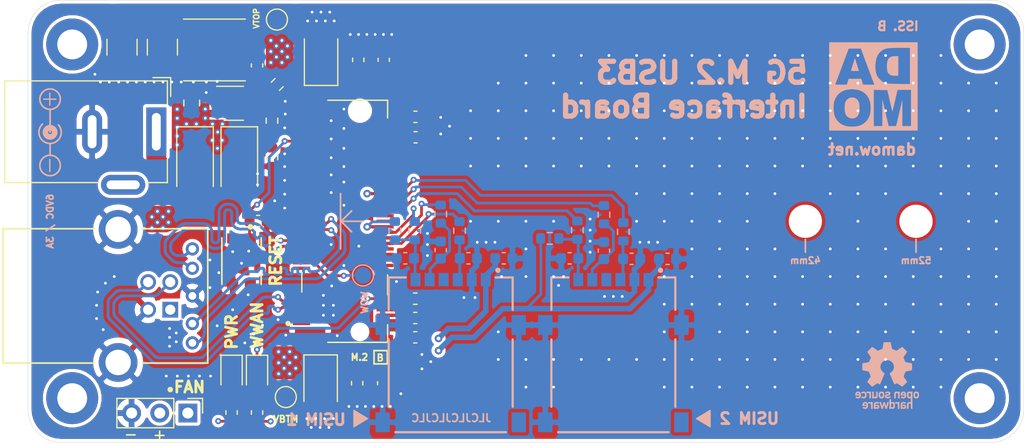
<source format=kicad_pcb>
(kicad_pcb (version 20171130) (host pcbnew "(5.1.12)-1")
  (title_block (rev 1))
  (layers (0 Front signal) (1 In1.CuPwr power) (2 In2.CuGnd power) (31 Back signal) (34 B.Paste user) (35 F.Paste user) (36 B.SilkS user) (37 F.SilkS user) (38 B.Mask user) (39 F.Mask user) (44 Edge.Cuts user))
  (net 0 "")
  (net 1 GND)
  (net 2 VBUS)
  (net 3 /FULL_CARD_POWER_OFF)
  (net 4 /USB_DP)
  (net 5 "Net-(J2-Pad8)")
  (net 6 /WWAN_LED)
  (net 7 "Net-(J2-Pad20)")
  (net 8 "Net-(J2-Pad22)")
  (net 9 "Net-(J2-Pad24)")
  (net 10 "Net-(J2-Pad25)")
  (net 11 "Net-(J2-Pad26)")
  (net 12 "Net-(J2-Pad28)")
  (net 13 /USIM1_RST)
  (net 14 /USIM1_CLK)
  (net 15 /USIM1_DATA)
  (net 16 /USIM1_VDD)
  (net 17 "Net-(J2-Pad38)")
  (net 18 "Net-(J2-Pad40)")
  (net 19 "Net-(J2-Pad50)")
  (net 20 "Net-(J2-Pad52)")
  (net 21 "Net-(J2-Pad53)")
  (net 22 "Net-(J2-Pad54)")
  (net 23 "Net-(J2-Pad55)")
  (net 24 "Net-(J2-Pad56)")
  (net 25 "Net-(J2-Pad58)")
  (net 26 "Net-(J2-Pad59)")
  (net 27 "Net-(J2-Pad60)")
  (net 28 "Net-(J2-Pad61)")
  (net 29 "Net-(J2-Pad62)")
  (net 30 "Net-(J2-Pad63)")
  (net 31 "Net-(J2-Pad64)")
  (net 32 VJACK)
  (net 33 "Net-(J4-PadC6)")
  (net 34 /USB_DN)
  (net 35 /WAKE_ON_WAN)
  (net 36 /USB_SS_TX_N)
  (net 37 /USB_SS_TX_P)
  (net 38 /USB_SS_RX_N)
  (net 39 /USB_SS_RX_P)
  (net 40 /RESET_N)
  (net 41 VSYS)
  (net 42 +3V8)
  (net 43 "Net-(R2-Pad2)")
  (net 44 "Net-(D3-Pad2)")
  (net 45 "Net-(D4-Pad2)")
  (net 46 "Net-(SW1-Pad2)")
  (net 47 "Net-(SW1-Pad3)")
  (net 48 "Net-(C17-Pad1)")
  (net 49 "Net-(C18-Pad1)")
  (net 50 "Net-(C19-Pad1)")
  (net 51 "Net-(J5-Pad1)")
  (net 52 "Net-(J2-Pad1)")
  (net 53 "Net-(J2-Pad21)")
  (net 54 "Net-(J2-Pad41)")
  (net 55 "Net-(J2-Pad43)")
  (net 56 "Net-(J2-Pad47)")
  (net 57 "Net-(J2-Pad49)")
  (net 58 "Net-(J2-Pad66)")
  (net 59 "Net-(J2-Pad68)")
  (net 60 "Net-(J2-Pad69)")
  (net 61 "Net-(J2-Pad75)")
  (net 62 "Net-(C2-Pad1)")
  (net 63 /SW)
  (net 64 "Net-(R3-Pad1)")
  (net 65 "Net-(J6-PadC6)")
  (net 66 "Net-(J6-PadSW)")
  (net 67 "Net-(J4-PadSW)")
  (net 68 /USIM2_VDD)
  (net 69 /USIM2_RST)
  (net 70 /USIM2_DATA)
  (net 71 /USIM2_CLK)
  (net 72 /RFFE_VIO_1V8)
  (net 73 "Net-(C21-Pad1)")
  (net 74 "Net-(C22-Pad1)")
  (net 75 "Net-(C23-Pad1)")
  (module footprint:GCT_SIM8060-6-1-14-00-A (layer Back) (at 134.18 100.66 180)
    (fp_text reference J6 hide)
    (fp_text value SIM8060-6-1-14-00-A hide)
    (pad C1 smd rect (at -3.175 6.8 180) (size 0.9 1.2) (layers Back B.Paste B.Mask) (net 68 /USIM2_VDD))
    (pad C2 smd rect (at -0.635 6.8 180) (size 0.9 1.2) (layers Back B.Paste B.Mask) (net 48 "Net-(C17-Pad1)"))
    (pad C3 smd rect (at 1.905 6.8 180) (size 0.9 1.2) (layers Back B.Paste B.Mask) (net 49 "Net-(C18-Pad1)"))
    (pad C5 smd rect (at -1.905 6.8 180) (size 0.9 1.2) (layers Back B.Paste B.Mask) (net 1 GND))
    (pad C6 smd rect (at 0.635 6.8 180) (size 0.9 1.2) (layers Back B.Paste B.Mask) (net 65 "Net-(J6-PadC6)"))
    (pad C7 smd rect (at 3.175 6.8 180) (size 0.9 1.2) (layers Back B.Paste B.Mask) (net 50 "Net-(C19-Pad1)"))
    (pad GND smd rect (at -6.15 2.7 180) (size 1.3 1.8) (layers Back B.Paste B.Mask) (net 1 GND))
    (pad SW smd rect (at -6.15 -6.1 180) (size 1.3 1.8) (layers Back B.Paste B.Mask) (net 66 "Net-(J6-PadSW)"))
    (pad GND smd rect (at 6.15 2.7 180) (size 1.3 1.8) (layers Back B.Paste B.Mask) (net 1 GND))
    (pad GND smd rect (at 6.15 -6.1 180) (size 1.3 1.8) (layers Back B.Paste B.Mask) (net 1 GND))
  )
  (module footprint:GCT_SIM8060-6-1-14-00-A (layer Back) (at 119.48 100.66 180)
    (fp_text reference J4 hide)
    (fp_text value SIM8060-6-1-14-00-A hide)
    (pad C1 smd rect (at -3.175 6.8 180) (size 0.9 1.2) (layers Back B.Paste B.Mask) (net 16 /USIM1_VDD))
    (pad C2 smd rect (at -0.635 6.8 180) (size 0.9 1.2) (layers Back B.Paste B.Mask) (net 73 "Net-(C21-Pad1)"))
    (pad C3 smd rect (at 1.905 6.8 180) (size 0.9 1.2) (layers Back B.Paste B.Mask) (net 74 "Net-(C22-Pad1)"))
    (pad C5 smd rect (at -1.905 6.8 180) (size 0.9 1.2) (layers Back B.Paste B.Mask) (net 1 GND))
    (pad C6 smd rect (at 0.635 6.8 180) (size 0.9 1.2) (layers Back B.Paste B.Mask) (net 33 "Net-(J4-PadC6)"))
    (pad C7 smd rect (at 3.175 6.8 180) (size 0.9 1.2) (layers Back B.Paste B.Mask) (net 75 "Net-(C23-Pad1)"))
    (pad GND smd rect (at -6.15 2.7 180) (size 1.3 1.8) (layers Back B.Paste B.Mask) (net 1 GND))
    (pad SW smd rect (at -6.15 -6.1 180) (size 1.3 1.8) (layers Back B.Paste B.Mask) (net 67 "Net-(J4-PadSW)"))
    (pad GND smd rect (at 6.15 2.7 180) (size 1.3 1.8) (layers Back B.Paste B.Mask) (net 1 GND))
    (pad GND smd rect (at 6.15 -6.1 180) (size 1.3 1.8) (layers Back B.Paste B.Mask) (net 1 GND))
  )
  (module Resistor_SMD:R_0603_1608Metric (layer Back) (at 128.43 90.13)
    (fp_text reference R14 hide)
    (fp_text value 10k)
    (pad 2 smd roundrect (at 0.825 0) (size 0.8 0.95) (layers Back B.Paste B.Mask) (net 50 "Net-(C19-Pad1)"))
    (pad 1 smd roundrect (at -0.825 0) (size 0.8 0.95) (layers Back B.Paste B.Mask) (net 68 /USIM2_VDD))
  )
  (module Resistor_SMD:R_0603_1608Metric (layer Back) (at 114.43 89.43 270)
    (fp_text reference R13 hide)
    (fp_text value 10k)
    (pad 2 smd roundrect (at 0.825 0 270) (size 0.8 0.95) (layers Back B.Paste B.Mask) (net 75 "Net-(C23-Pad1)"))
    (pad 1 smd roundrect (at -0.825 0 270) (size 0.8 0.95) (layers Back B.Paste B.Mask) (net 16 /USIM1_VDD))
  )
  (module Package_TO_SOT_SMD:TSOT-23-6 (layer Front) (at 99.88 77.88)
    (fp_text reference U1 hide)
    (fp_text value AP62301WU7 hide)
    (pad 1 smd rect (at -1.31 -0.95) (size 1.22 0.65) (layers Front F.Paste F.Mask) (net 1 GND))
    (pad 2 smd rect (at -1.31 0) (size 1.22 0.65) (layers Front F.Paste F.Mask) (net 63 /SW))
    (pad 3 smd rect (at -1.31 0.95) (size 1.22 0.65) (layers Front F.Paste F.Mask) (net 41 VSYS))
    (pad 4 smd rect (at 1.31 0.95) (size 1.22 0.65) (layers Front F.Paste F.Mask) (net 64 "Net-(R3-Pad1)"))
    (pad 5 smd rect (at 1.31 0) (size 1.22 0.65) (layers Front F.Paste F.Mask) (net 41 VSYS))
    (pad 6 smd rect (at 1.31 -0.95) (size 1.22 0.65) (layers Front F.Paste F.Mask) (net 62 "Net-(C2-Pad1)"))
  )
  (module Resistor_SMD:R_0603_1608Metric (layer Back) (at 120.28 89.43 90)
    (fp_text reference R10 hide)
    (fp_text value 22R hide)
    (pad 2 smd roundrect (at 0.825 0 90) (size 0.8 0.95) (layers Back B.Paste B.Mask) (net 13 /USIM1_RST))
    (pad 1 smd roundrect (at -0.825 0 90) (size 0.8 0.95) (layers Back B.Paste B.Mask) (net 73 "Net-(C21-Pad1)"))
  )
  (module Capacitor_SMD:C_0603_1608Metric (layer Back) (at 118.58 91.18 90)
    (fp_text reference C22 hide)
    (fp_text value 33pF hide)
    (pad 2 smd roundrect (at 0.775 0 90) (size 0.9 0.95) (layers Back B.Paste B.Mask) (net 1 GND))
    (pad 1 smd roundrect (at -0.775 0 90) (size 0.9 0.95) (layers Back B.Paste B.Mask) (net 74 "Net-(C22-Pad1)"))
  )
  (module Resistor_SMD:R_0603_1608Metric (layer Back) (at 130.93 89.38 90)
    (fp_text reference R8 hide)
    (fp_text value 22R hide)
    (pad 2 smd roundrect (at 0.825 0 90) (size 0.8 0.95) (layers Back B.Paste B.Mask) (net 70 /USIM2_DATA))
    (pad 1 smd roundrect (at -0.825 0 90) (size 0.8 0.95) (layers Back B.Paste B.Mask) (net 50 "Net-(C19-Pad1)"))
  )
  (module Resistor_SMD:R_0603_1608Metric (layer Back) (at 133.33 87.98 90)
    (fp_text reference R7 hide)
    (fp_text value 22R hide)
    (pad 2 smd roundrect (at 0.825 0 90) (size 0.8 0.95) (layers Back B.Paste B.Mask) (net 71 /USIM2_CLK))
    (pad 1 smd roundrect (at -0.825 0 90) (size 0.8 0.95) (layers Back B.Paste B.Mask) (net 49 "Net-(C18-Pad1)"))
  )
  (module Resistor_SMD:R_0603_1608Metric (layer Back) (at 135.08 89.53 90)
    (fp_text reference R6 hide)
    (fp_text value 22R hide)
    (pad 2 smd roundrect (at 0.825 0 90) (size 0.8 0.95) (layers Back B.Paste B.Mask) (net 69 /USIM2_RST))
    (pad 1 smd roundrect (at -0.825 0 90) (size 0.8 0.95) (layers Back B.Paste B.Mask) (net 48 "Net-(C17-Pad1)"))
  )
  (module Capacitor_SMD:C_0603_1608Metric (layer Back) (at 130.23 91.93 180)
    (fp_text reference C19 hide)
    (fp_text value 33pF hide)
    (pad 2 smd roundrect (at 0.775 0 180) (size 0.9 0.95) (layers Back B.Paste B.Mask) (net 1 GND))
    (pad 1 smd roundrect (at -0.775 0 180) (size 0.9 0.95) (layers Back B.Paste B.Mask) (net 50 "Net-(C19-Pad1)"))
  )
  (module Capacitor_SMD:C_0603_1608Metric (layer Back) (at 133.33 91.23 90)
    (fp_text reference C18 hide)
    (fp_text value 33pF hide)
    (pad 2 smd roundrect (at 0.775 0 90) (size 0.9 0.95) (layers Back B.Paste B.Mask) (net 1 GND))
    (pad 1 smd roundrect (at -0.775 0 90) (size 0.9 0.95) (layers Back B.Paste B.Mask) (net 49 "Net-(C18-Pad1)"))
  )
  (module Capacitor_SMD:C_0603_1608Metric (layer Back) (at 135.83 91.98)
    (fp_text reference C17 hide)
    (fp_text value 33pF hide)
    (pad 2 smd roundrect (at 0.775 0) (size 0.9 0.95) (layers Back B.Paste B.Mask) (net 1 GND))
    (pad 1 smd roundrect (at -0.775 0) (size 0.9 0.95) (layers Back B.Paste B.Mask) (net 48 "Net-(C17-Pad1)"))
  )
  (module Capacitor_SMD:C_0603_1608Metric (layer Back) (at 139.08 91.98)
    (fp_text reference C16 hide)
    (fp_text value 100nF hide)
    (pad 2 smd roundrect (at 0.775 0) (size 0.9 0.95) (layers Back B.Paste B.Mask) (net 1 GND))
    (pad 1 smd roundrect (at -0.775 0) (size 0.9 0.95) (layers Back B.Paste B.Mask) (net 68 /USIM2_VDD))
  )
  (module Resistor_SMD:R_0603_1608Metric (layer Back) (at 116.23 89.43 90)
    (fp_text reference R12 hide)
    (fp_text value 22R hide)
    (pad 2 smd roundrect (at 0.825 0 90) (size 0.8 0.95) (layers Back B.Paste B.Mask) (net 15 /USIM1_DATA))
    (pad 1 smd roundrect (at -0.825 0 90) (size 0.8 0.95) (layers Back B.Paste B.Mask) (net 75 "Net-(C23-Pad1)"))
  )
  (module Resistor_SMD:R_0603_1608Metric (layer Back) (at 118.58 87.93 90)
    (fp_text reference R11 hide)
    (fp_text value 22R hide)
    (pad 2 smd roundrect (at 0.825 0 90) (size 0.8 0.95) (layers Back B.Paste B.Mask) (net 14 /USIM1_CLK))
    (pad 1 smd roundrect (at -0.825 0 90) (size 0.8 0.95) (layers Back B.Paste B.Mask) (net 74 "Net-(C22-Pad1)"))
  )
  (module Capacitor_SMD:C_0603_1608Metric (layer Back) (at 115.38 91.93 180)
    (fp_text reference C23 hide)
    (fp_text value 33pF hide)
    (pad 2 smd roundrect (at 0.775 0 180) (size 0.9 0.95) (layers Back B.Paste B.Mask) (net 1 GND))
    (pad 1 smd roundrect (at -0.775 0 180) (size 0.9 0.95) (layers Back B.Paste B.Mask) (net 75 "Net-(C23-Pad1)"))
  )
  (module Capacitor_SMD:C_0603_1608Metric (layer Back) (at 121.08 91.93)
    (fp_text reference C21 hide)
    (fp_text value 33pF hide)
    (pad 2 smd roundrect (at 0.775 0) (size 0.9 0.95) (layers Back B.Paste B.Mask) (net 1 GND))
    (pad 1 smd roundrect (at -0.775 0) (size 0.9 0.95) (layers Back B.Paste B.Mask) (net 73 "Net-(C21-Pad1)"))
  )
  (module Capacitor_SMD:C_0603_1608Metric (layer Back) (at 124.28 91.93)
    (fp_text reference C20 hide)
    (fp_text value 100nF hide)
    (pad 2 smd roundrect (at 0.775 0) (size 0.9 0.95) (layers Back B.Paste B.Mask) (net 1 GND))
    (pad 1 smd roundrect (at -0.775 0) (size 0.9 0.95) (layers Back B.Paste B.Mask) (net 16 /USIM1_VDD))
  )
  (module Inductor_SMD:L_Coilcraft_XAL5030 (layer Front) (at 98.13 73.08 180)
    (fp_text reference L1 hide)
    (fp_text value 2.2uH hide)
    (pad 2 smd rect (at 1.655 0 180) (size 1.2 4.7) (layers Front F.Paste F.Mask) (net 42 +3V8))
    (pad 1 smd rect (at -1.655 0 180) (size 1.2 4.7) (layers Front F.Paste F.Mask) (net 63 /SW))
  )
  (module Resistor_SMD:R_0603_1608Metric (layer Front) (at 103.805 76.205 225)
    (fp_text reference R2 hide)
    (fp_text value 0R hide)
    (pad 1 smd roundrect (at -0.825 0 225) (size 0.8 0.95) (layers Front F.Paste F.Mask) (net 42 +3V8))
    (pad 2 smd roundrect (at 0.825 0 225) (size 0.8 0.95) (layers Front F.Paste F.Mask) (net 43 "Net-(R2-Pad2)"))
  )
  (module Resistor_SMD:R_0603_1608Metric (layer Front) (at 103.33 79.48 270)
    (fp_text reference R5 hide)
    (fp_text value 36k5 hide)
    (pad 2 smd roundrect (at 0.825 0 270) (size 0.8 0.95) (layers Front F.Paste F.Mask) (net 64 "Net-(R3-Pad1)"))
    (pad 1 smd roundrect (at -0.825 0 270) (size 0.8 0.95) (layers Front F.Paste F.Mask) (net 43 "Net-(R2-Pad2)"))
  )
  (module Capacitor_SMD:C_0603_1608Metric (layer Front) (at 102.08 88.555 180)
    (fp_text reference C14 hide)
    (fp_text value 33pF hide)
    (pad 2 smd roundrect (at 0.775 0 180) (size 0.9 0.95) (layers Front F.Paste F.Mask) (net 40 /RESET_N))
    (pad 1 smd roundrect (at -0.775 0 180) (size 0.9 0.95) (layers Front F.Paste F.Mask) (net 1 GND))
  )
  (module Capacitor_SMD:C_0603_1608Metric (layer Front) (at 116.28 97.33)
    (fp_text reference C13 hide)
    (fp_text value 10pF hide)
    (pad 2 smd roundrect (at 0.775 0) (size 0.9 0.95) (layers Front F.Paste F.Mask) (net 1 GND))
    (pad 1 smd roundrect (at -0.775 0) (size 0.9 0.95) (layers Front F.Paste F.Mask) (net 42 +3V8))
  )
  (module Capacitor_SMD:C_0603_1608Metric (layer Front) (at 116.28 99.08)
    (fp_text reference C12 hide)
    (fp_text value 33pF hide)
    (pad 2 smd roundrect (at 0.775 0) (size 0.9 0.95) (layers Front F.Paste F.Mask) (net 1 GND))
    (pad 1 smd roundrect (at -0.775 0) (size 0.9 0.95) (layers Front F.Paste F.Mask) (net 42 +3V8))
  )
  (module Capacitor_SMD:C_0603_1608Metric (layer Front) (at 113.38 103.23 270)
    (fp_text reference C11 hide)
    (fp_text value 100nF hide)
    (pad 2 smd roundrect (at 0.775 0 270) (size 0.9 0.95) (layers Front F.Paste F.Mask) (net 1 GND))
    (pad 1 smd roundrect (at -0.775 0 270) (size 0.9 0.95) (layers Front F.Paste F.Mask) (net 42 +3V8))
  )
  (module Capacitor_SMD:C_0603_1608Metric (layer Front) (at 116.295 79.13)
    (fp_text reference C8 hide)
    (fp_text value 10pF hide)
    (pad 2 smd roundrect (at 0.775 0) (size 0.9 0.95) (layers Front F.Paste F.Mask) (net 1 GND))
    (pad 1 smd roundrect (at -0.775 0) (size 0.9 0.95) (layers Front F.Paste F.Mask) (net 42 +3V8))
  )
  (module Capacitor_SMD:C_0603_1608Metric (layer Front) (at 116.305 80.98)
    (fp_text reference C7 hide)
    (fp_text value 33pF hide)
    (pad 2 smd roundrect (at 0.775 0) (size 0.9 0.95) (layers Front F.Paste F.Mask) (net 1 GND))
    (pad 1 smd roundrect (at -0.775 0) (size 0.9 0.95) (layers Front F.Paste F.Mask) (net 42 +3V8))
  )
  (module Capacitor_SMD:C_0603_1608Metric (layer Front) (at 113.43 73.98 90)
    (fp_text reference C6 hide)
    (fp_text value 100nF hide)
    (pad 2 smd roundrect (at 0.775 0 90) (size 0.9 0.95) (layers Front F.Paste F.Mask) (net 1 GND))
    (pad 1 smd roundrect (at -0.775 0 90) (size 0.9 0.95) (layers Front F.Paste F.Mask) (net 42 +3V8))
  )
  (module Capacitor_SMD:C_0603_1608Metric (layer Front) (at 101.98 74.48 90)
    (fp_text reference C2 hide)
    (fp_text value 100nF hide)
    (pad 2 smd roundrect (at 0.775 0 90) (size 0.9 0.95) (layers Front F.Paste F.Mask) (net 63 /SW))
    (pad 1 smd roundrect (at -0.775 0 90) (size 0.9 0.95) (layers Front F.Paste F.Mask) (net 62 "Net-(C2-Pad1)"))
  )
  (module TestPoint:TestPoint_Pad_D1.5mm (layer Front) (at 103.78 70.33)
    (fp_text reference TP1 hide)
    (fp_text value VTOP (at -1.85 -0.1 90) (layer F.SilkS) (effects (font (size 0.5 0.5) (thickness 0.125))))
    (pad 1 smd circle (at 0 0) (size 1.5 1.5) (layers Front F.Mask) (net 42 +3V8))
  )
  (module Resistor_SMD:R_0603_1608Metric (layer Front) (at 103.33 82.78 270)
    (fp_text reference R3 hide)
    (fp_text value 10k hide)
    (pad 2 smd roundrect (at 0.825 0 270) (size 0.8 0.95) (layers Front F.Paste F.Mask) (net 1 GND))
    (pad 1 smd roundrect (at -0.825 0 270) (size 0.8 0.95) (layers Front F.Paste F.Mask) (net 64 "Net-(R3-Pad1)"))
  )
  (module Capacitor_SMD:C_1210_3225Metric (layer Front) (at 93.43 72.83 270)
    (fp_text reference C15 hide)
    (fp_text value 22uF hide)
    (pad 2 smd roundrect (at 1.475 0 270) (size 1.15 2.7) (layers Front F.Paste F.Mask) (roundrect_rratio 0.2173904347826087) (net 1 GND))
    (pad 1 smd roundrect (at -1.475 0 270) (size 1.15 2.7) (layers Front F.Paste F.Mask) (roundrect_rratio 0.217) (net 42 +3V8))
  )
  (module Capacitor_SMD:C_1210_3225Metric (layer Front) (at 89.78 72.83 270)
    (fp_text reference C3 hide)
    (fp_text value 22uF hide)
    (pad 2 smd roundrect (at 1.475 0 270) (size 1.15 2.7) (layers Front F.Paste F.Mask) (roundrect_rratio 0.2173904347826087) (net 1 GND))
    (pad 1 smd roundrect (at -1.475 0 270) (size 1.15 2.7) (layers Front F.Paste F.Mask) (roundrect_rratio 0.217) (net 42 +3V8))
  )
  (module footprint:Wurth-692221030100-0-0-MFG (layer Front) (at 88.28 95.33 270)
    (fp_text reference J1 hide)
    (fp_text value KUSBX-BS1N9-1-BL30 hide)
    (pad 10 thru_hole circle (at -6.02 -1.15 270) (size 3.5 3.5) (drill 2.3) (layers *.Cu *.Mask) (net 1 GND))
    (pad 11 thru_hole circle (at 6.02 -1.15 270) (size 3.5 3.5) (drill 2.3) (layers *.Cu *.Mask) (net 1 GND))
    (pad 3 thru_hole circle (at -1.25 -3.86 270) (size 1.42 1.42) (drill 0.92) (layers *.Cu *.Mask) (net 4 /USB_DP))
    (pad 4 thru_hole circle (at 1.25 -3.86 270) (size 1.42 1.42) (drill 0.92) (layers *.Cu *.Mask) (net 1 GND))
    (pad 2 thru_hole circle (at -1.25 -5.859999 270) (size 1.42 1.42) (drill 0.92) (layers *.Cu *.Mask) (net 34 /USB_DN))
    (pad 1 thru_hole rect (at 1.25 -5.859999 270) (size 1.42 1.42) (drill 0.92) (layers *.Cu *.Mask) (net 2 VBUS))
    (pad 5 thru_hole circle (at -4.25 -7.86 270) (size 1.2 1.2) (drill 0.7) (layers *.Cu *.Mask) (net 36 /USB_SS_TX_N))
    (pad 6 thru_hole circle (at -2.5 -7.86 270) (size 1.2 1.2) (drill 0.7) (layers *.Cu *.Mask) (net 37 /USB_SS_TX_P))
    (pad 9 thru_hole circle (at 4.25 -7.86 270) (size 1.2 1.2) (drill 0.7) (layers *.Cu *.Mask) (net 39 /USB_SS_RX_P))
    (pad 8 thru_hole circle (at 2.5 -7.86 270) (size 1.2 1.2) (drill 0.7) (layers *.Cu *.Mask) (net 38 /USB_SS_RX_N))
    (pad 7 thru_hole circle (at 0 -7.86 270) (size 1.2 1.2) (drill 0.7) (layers *.Cu *.Mask) (net 1 GND))
  )
  (module Symbol:OSHW-Logo_5.7x6mm_SilkScreen (layer Back) (at 158.93 102.53 180)
    (fp_text reference REF** hide)
    (fp_text value OSHW-Logo_5.7x6mm_SilkScreen hide)
  )
  (module footprint:9774015243RStandoff (layer Front) (at 151.53 88.58)
    (fp_text reference H2 hide)
    (fp_text value "M2 Threaded Insert" hide)
    (pad "" np_thru_hole circle (at 0 0) (size 3 3) (drill 3) (layers *.Cu *.Mask))
    (pad "" smd circle (at 0 0) (size 5.3 5.3) (layers Front F.Mask))
  )
  (module footprint:9774015243RStandoff (layer Front) (at 161.53 88.58)
    (fp_text reference H1 hide)
    (fp_text value "M2 Threaded Insert" hide)
    (pad "" np_thru_hole circle (at 0 0) (size 3 3) (drill 3) (layers *.Cu *.Mask))
    (pad "" smd circle (at 0 0) (size 5.3 5.3) (layers Front F.Mask))
  )
  (module Symbol:Symbol_Barrel_Polarity (layer Back) (at 83.355 80.53 90)
    (fp_text reference REF** hide)
    (fp_text value Symbol_Barrel_Polarity hide)
  )
  (module TestPoint:TestPoint_Pad_D1.5mm (layer Back) (at 111.555 93.48)
    (fp_text reference TP4 hide)
    (fp_text value WOW (at 0.15 2.45 90) (layer B.SilkS) (effects (font (size 0.6 0.6)) (justify mirror)))
    (pad 1 smd circle (at 0 0) (size 1.5 1.5) (layers Back B.Mask) (net 35 /WAKE_ON_WAN))
  )
  (module Connector_PinHeader_2.54mm:PinHeader_1x03_P2.54mm_Vertical (layer Front) (at 95.73 105.93 270)
    (fp_text reference J5 hide)
    (fp_text value Conn_01x03_Male hide)
    (pad 3 thru_hole oval (at 0 5.08 270) (size 1.7 1.7) (drill 1) (layers *.Cu *.Mask) (net 1 GND))
    (pad 2 thru_hole oval (at 0 2.54 270) (size 1.7 1.7) (drill 1) (layers *.Cu *.Mask) (net 2 VBUS))
    (pad 1 thru_hole rect (at 0 0 270) (size 1.7 1.7) (drill 1) (layers *.Cu *.Mask) (net 51 "Net-(J5-Pad1)"))
  )
  (module footprint:TE_2199119-3 (layer Front) (at 111.28 88.58 90)
    (fp_text reference J2 hide)
    (fp_text value 2199119-3 hide)
    (pad None np_thru_hole circle (at -10 0 90) (size 1.1 1.1) (drill 1.1) (layers *.Cu *.Mask))
    (pad None np_thru_hole circle (at 10 0 90) (size 1.6 1.6) (drill 1.6) (layers *.Cu *.Mask))
    (pad 1 smd rect (at -9.25 -5.275 90) (size 0.3 1.55) (layers Front F.Paste F.Mask) (net 52 "Net-(J2-Pad1)"))
    (pad 2 smd rect (at -9 2.275 90) (size 0.3 1.55) (layers Front F.Paste F.Mask) (net 42 +3V8))
    (pad 3 smd rect (at -8.75 -5.275 90) (size 0.3 1.55) (layers Front F.Paste F.Mask) (net 1 GND))
    (pad 4 smd rect (at -8.5 2.275 90) (size 0.3 1.55) (layers Front F.Paste F.Mask) (net 42 +3V8))
    (pad 5 smd rect (at -8.25 -5.275 90) (size 0.3 1.55) (layers Front F.Paste F.Mask) (net 1 GND))
    (pad 6 smd rect (at -8 2.275 90) (size 0.3 1.55) (layers Front F.Paste F.Mask) (net 3 /FULL_CARD_POWER_OFF))
    (pad 7 smd rect (at -7.75 -5.275 90) (size 0.3 1.55) (layers Front F.Paste F.Mask) (net 4 /USB_DP))
    (pad 8 smd rect (at -7.5 2.275 90) (size 0.3 1.55) (layers Front F.Paste F.Mask) (net 5 "Net-(J2-Pad8)"))
    (pad 9 smd rect (at -7.25 -5.275 90) (size 0.3 1.55) (layers Front F.Paste F.Mask) (net 34 /USB_DN))
    (pad 10 smd rect (at -7 2.275 90) (size 0.3 1.55) (layers Front F.Paste F.Mask) (net 6 /WWAN_LED))
    (pad 11 smd rect (at -6.75 -5.275 90) (size 0.3 1.55) (layers Front F.Paste F.Mask) (net 1 GND))
    (pad 20 smd rect (at -4.5 2.275 90) (size 0.3 1.55) (layers Front F.Paste F.Mask) (net 7 "Net-(J2-Pad20)"))
    (pad 21 smd rect (at -4.25 -5.275 90) (size 0.3 1.55) (layers Front F.Paste F.Mask) (net 53 "Net-(J2-Pad21)"))
    (pad 22 smd rect (at -4 2.275 90) (size 0.3 1.55) (layers Front F.Paste F.Mask) (net 8 "Net-(J2-Pad22)"))
    (pad 23 smd rect (at -3.75 -5.275 90) (size 0.3 1.55) (layers Front F.Paste F.Mask) (net 35 /WAKE_ON_WAN))
    (pad 24 smd rect (at -3.5 2.275 90) (size 0.3 1.55) (layers Front F.Paste F.Mask) (net 9 "Net-(J2-Pad24)"))
    (pad 25 smd rect (at -3.25 -5.275 90) (size 0.3 1.55) (layers Front F.Paste F.Mask) (net 10 "Net-(J2-Pad25)"))
    (pad 26 smd rect (at -3 2.275 90) (size 0.3 1.55) (layers Front F.Paste F.Mask) (net 11 "Net-(J2-Pad26)"))
    (pad 27 smd rect (at -2.75 -5.275 90) (size 0.3 1.55) (layers Front F.Paste F.Mask) (net 1 GND))
    (pad 28 smd rect (at -2.5 2.275 90) (size 0.3 1.55) (layers Front F.Paste F.Mask) (net 12 "Net-(J2-Pad28)"))
    (pad 29 smd rect (at -2.25 -5.275 90) (size 0.3 1.55) (layers Front F.Paste F.Mask) (net 36 /USB_SS_TX_N))
    (pad 30 smd rect (at -2 2.275 90) (size 0.3 1.55) (layers Front F.Paste F.Mask) (net 13 /USIM1_RST))
    (pad 31 smd rect (at -1.75 -5.275 90) (size 0.3 1.55) (layers Front F.Paste F.Mask) (net 37 /USB_SS_TX_P))
    (pad 32 smd rect (at -1.5 2.275 90) (size 0.3 1.55) (layers Front F.Paste F.Mask) (net 14 /USIM1_CLK))
    (pad 33 smd rect (at -1.25 -5.275 90) (size 0.3 1.55) (layers Front F.Paste F.Mask) (net 1 GND))
    (pad 34 smd rect (at -1 2.275 90) (size 0.3 1.55) (layers Front F.Paste F.Mask) (net 15 /USIM1_DATA))
    (pad 35 smd rect (at -0.75 -5.275 90) (size 0.3 1.55) (layers Front F.Paste F.Mask) (net 38 /USB_SS_RX_N))
    (pad 36 smd rect (at -0.5 2.275 90) (size 0.3 1.55) (layers Front F.Paste F.Mask) (net 16 /USIM1_VDD))
    (pad 37 smd rect (at -0.25 -5.275 90) (size 0.3 1.55) (layers Front F.Paste F.Mask) (net 39 /USB_SS_RX_P))
    (pad 38 smd rect (at 0 2.275 90) (size 0.3 1.55) (layers Front F.Paste F.Mask) (net 17 "Net-(J2-Pad38)"))
    (pad 39 smd rect (at 0.25 -5.275 90) (size 0.3 1.55) (layers Front F.Paste F.Mask) (net 1 GND))
    (pad 40 smd rect (at 0.5 2.275 90) (size 0.3 1.55) (layers Front F.Paste F.Mask) (net 18 "Net-(J2-Pad40)"))
    (pad 41 smd rect (at 0.75 -5.275 90) (size 0.3 1.55) (layers Front F.Paste F.Mask) (net 54 "Net-(J2-Pad41)"))
    (pad 42 smd rect (at 1 2.275 90) (size 0.3 1.55) (layers Front F.Paste F.Mask) (net 70 /USIM2_DATA))
    (pad 43 smd rect (at 1.25 -5.275 90) (size 0.3 1.55) (layers Front F.Paste F.Mask) (net 55 "Net-(J2-Pad43)"))
    (pad 44 smd rect (at 1.5 2.275 90) (size 0.3 1.55) (layers Front F.Paste F.Mask) (net 71 /USIM2_CLK))
    (pad 45 smd rect (at 1.75 -5.275 90) (size 0.3 1.55) (layers Front F.Paste F.Mask) (net 1 GND))
    (pad 46 smd rect (at 2 2.275 90) (size 0.3 1.55) (layers Front F.Paste F.Mask) (net 69 /USIM2_RST))
    (pad 47 smd rect (at 2.25 -5.275 90) (size 0.3 1.55) (layers Front F.Paste F.Mask) (net 56 "Net-(J2-Pad47)"))
    (pad 48 smd rect (at 2.5 2.275 90) (size 0.3 1.55) (layers Front F.Paste F.Mask) (net 68 /USIM2_VDD))
    (pad 49 smd rect (at 2.75 -5.275 90) (size 0.3 1.55) (layers Front F.Paste F.Mask) (net 57 "Net-(J2-Pad49)"))
    (pad 50 smd rect (at 3 2.275 90) (size 0.3 1.55) (layers Front F.Paste F.Mask) (net 19 "Net-(J2-Pad50)"))
    (pad 51 smd rect (at 3.25 -5.275 90) (size 0.3 1.55) (layers Front F.Paste F.Mask) (net 1 GND))
    (pad 52 smd rect (at 3.5 2.275 90) (size 0.3 1.55) (layers Front F.Paste F.Mask) (net 20 "Net-(J2-Pad52)"))
    (pad 53 smd rect (at 3.75 -5.275 90) (size 0.3 1.55) (layers Front F.Paste F.Mask) (net 21 "Net-(J2-Pad53)"))
    (pad 54 smd rect (at 4 2.275 90) (size 0.3 1.55) (layers Front F.Paste F.Mask) (net 22 "Net-(J2-Pad54)"))
    (pad 55 smd rect (at 4.25 -5.275 90) (size 0.3 1.55) (layers Front F.Paste F.Mask) (net 23 "Net-(J2-Pad55)"))
    (pad 56 smd rect (at 4.5 2.275 90) (size 0.3 1.55) (layers Front F.Paste F.Mask) (net 24 "Net-(J2-Pad56)"))
    (pad 57 smd rect (at 4.75 -5.275 90) (size 0.3 1.55) (layers Front F.Paste F.Mask) (net 1 GND))
    (pad 58 smd rect (at 5 2.275 90) (size 0.3 1.55) (layers Front F.Paste F.Mask) (net 25 "Net-(J2-Pad58)"))
    (pad 59 smd rect (at 5.25 -5.275 90) (size 0.3 1.55) (layers Front F.Paste F.Mask) (net 26 "Net-(J2-Pad59)"))
    (pad 60 smd rect (at 5.5 2.275 90) (size 0.3 1.55) (layers Front F.Paste F.Mask) (net 27 "Net-(J2-Pad60)"))
    (pad 61 smd rect (at 5.75 -5.275 90) (size 0.3 1.55) (layers Front F.Paste F.Mask) (net 28 "Net-(J2-Pad61)"))
    (pad 62 smd rect (at 6 2.275 90) (size 0.3 1.55) (layers Front F.Paste F.Mask) (net 29 "Net-(J2-Pad62)"))
    (pad 63 smd rect (at 6.25 -5.275 90) (size 0.3 1.55) (layers Front F.Paste F.Mask) (net 30 "Net-(J2-Pad63)"))
    (pad 64 smd rect (at 6.5 2.275 90) (size 0.3 1.55) (layers Front F.Paste F.Mask) (net 31 "Net-(J2-Pad64)"))
    (pad 65 smd rect (at 6.75 -5.275 90) (size 0.3 1.55) (layers Front F.Paste F.Mask) (net 72 /RFFE_VIO_1V8))
    (pad 66 smd rect (at 7 2.275 90) (size 0.3 1.55) (layers Front F.Paste F.Mask) (net 58 "Net-(J2-Pad66)"))
    (pad 67 smd rect (at 7.25 -5.275 90) (size 0.3 1.55) (layers Front F.Paste F.Mask) (net 40 /RESET_N))
    (pad 68 smd rect (at 7.5 2.275 90) (size 0.3 1.55) (layers Front F.Paste F.Mask) (net 59 "Net-(J2-Pad68)"))
    (pad 69 smd rect (at 7.75 -5.275 90) (size 0.3 1.55) (layers Front F.Paste F.Mask) (net 60 "Net-(J2-Pad69)"))
    (pad 70 smd rect (at 8 2.275 90) (size 0.3 1.55) (layers Front F.Paste F.Mask) (net 42 +3V8))
    (pad 71 smd rect (at 8.25 -5.275 90) (size 0.3 1.55) (layers Front F.Paste F.Mask) (net 1 GND))
    (pad 72 smd rect (at 8.5 2.275 90) (size 0.3 1.55) (layers Front F.Paste F.Mask) (net 42 +3V8))
    (pad 73 smd rect (at 8.75 -5.275 90) (size 0.3 1.55) (layers Front F.Paste F.Mask) (net 1 GND))
    (pad 74 smd rect (at 9 2.275 90) (size 0.3 1.55) (layers Front F.Paste F.Mask) (net 42 +3V8))
    (pad 75 smd rect (at 9.25 -5.275 90) (size 0.3 1.55) (layers Front F.Paste F.Mask) (net 61 "Net-(J2-Pad75)"))
    (pad SH1 smd rect (at -10.35 -4.5 90) (size 1.2 2.75) (layers Front F.Paste F.Mask) (net 1 GND))
    (pad SH2 smd rect (at 10.35 -4.5 90) (size 1.2 2.75) (layers Front F.Paste F.Mask) (net 1 GND))
  )
  (module Resistor_SMD:R_0603_1608Metric (layer Front) (at 116.28 95.58)
    (fp_text reference R9 hide)
    (fp_text value 330R hide)
    (pad 2 smd roundrect (at 0.7875 0) (size 0.875 0.95) (layers Front F.Paste F.Mask) (net 42 +3V8))
    (pad 1 smd roundrect (at -0.7875 0) (size 0.875 0.95) (layers Front F.Paste F.Mask) (net 3 /FULL_CARD_POWER_OFF))
  )
  (module LogosAndSilkscreens:damo-8mm (layer Back) (at 157.68 76.38 180)
    (fp_text reference G*** hide)
    (fp_text value LOGO hide)
  )
  (module Capacitor_SMD:C_0603_1608Metric (layer Front) (at 111.03 103.23 270)
    (fp_text reference C10 hide)
    (fp_text value 1uF hide)
    (pad 2 smd roundrect (at 0.7875 0 270) (size 0.875 0.95) (layers Front F.Paste F.Mask) (net 1 GND))
    (pad 1 smd roundrect (at -0.7875 0 270) (size 0.875 0.95) (layers Front F.Paste F.Mask) (net 42 +3V8))
  )
  (module Capacitor_SMD:C_0603_1608Metric (layer Front) (at 111.13 73.98 90)
    (fp_text reference C5 hide)
    (fp_text value 1uF hide)
    (pad 2 smd roundrect (at 0.7875 0 90) (size 0.875 0.95) (layers Front F.Paste F.Mask) (net 1 GND))
    (pad 1 smd roundrect (at -0.7875 0 90) (size 0.875 0.95) (layers Front F.Paste F.Mask) (net 42 +3V8))
  )
  (module footprint:CK-KMR221GLFS-MFG (layer Front) (at 100.58 92.18 270)
    (fp_text reference SW1)
    (fp_text value KMR221GLFS hide)
    (pad 1 smd rect (at -2.049999 -0.8 270) (size 0.9 1) (layers Front F.Paste F.Mask) (net 40 /RESET_N))
    (pad 2 smd rect (at 2.049999 -0.8 270) (size 0.9 1) (layers Front F.Paste F.Mask) (net 46 "Net-(SW1-Pad2)"))
    (pad 3 smd rect (at -2.049999 0.8 270) (size 0.9 1) (layers Front F.Paste F.Mask) (net 47 "Net-(SW1-Pad3)"))
    (pad 4 smd rect (at 2.049999 0.8 270) (size 0.9 1) (layers Front F.Paste F.Mask) (net 1 GND))
    (pad 5 smd rect (at 0 -1.425 270) (size 1.7 0.55) (layers Front F.Paste F.Mask) (net 1 GND))
  )
  (module Resistor_SMD:R_0603_1608Metric (layer Front) (at 99.68 105.88 270)
    (fp_text reference R4 hide)
    (fp_text value 330R hide)
    (pad 2 smd roundrect (at 0.7875 0 270) (size 0.875 0.95) (layers Front F.Paste F.Mask) (net 42 +3V8))
    (pad 1 smd roundrect (at -0.7875 0 270) (size 0.875 0.95) (layers Front F.Paste F.Mask) (net 45 "Net-(D4-Pad2)"))
  )
  (module LED_SMD:LED_0805_2012Metric (layer Front) (at 99.68 102.38 270)
    (fp_text reference D4 hide)
    (fp_text value LED hide)
    (pad 2 smd roundrect (at 0.9375 0 270) (size 0.975 1.4) (layers Front F.Paste F.Mask) (net 45 "Net-(D4-Pad2)"))
    (pad 1 smd roundrect (at -0.9375 0 270) (size 0.975 1.4) (layers Front F.Paste F.Mask) (net 1 GND))
  )
  (module TestPoint:TestPoint_Pad_D1.5mm (layer Front) (at 104.58 104.48)
    (fp_text reference TP2 hide)
    (fp_text value VBTM (at 0 2) (layer F.SilkS) (effects (font (size 0.6 0.6))))
    (pad 1 smd circle (at 0 0) (size 1.5 1.5) (layers Front F.Mask) (net 42 +3V8))
  )
  (module Resistor_SMD:R_0603_1608Metric (layer Front) (at 101.98 105.88 270)
    (fp_text reference R1 hide)
    (fp_text value 330R hide)
    (pad 2 smd roundrect (at 0.7875 0 270) (size 0.875 0.95) (layers Front F.Paste F.Mask) (net 42 +3V8))
    (pad 1 smd roundrect (at -0.7875 0 270) (size 0.875 0.95) (layers Front F.Paste F.Mask) (net 44 "Net-(D3-Pad2)"))
  )
  (module LED_SMD:LED_0805_2012Metric (layer Front) (at 101.98 102.38 270)
    (fp_text reference D3 hide)
    (fp_text value LED hide)
    (pad 2 smd roundrect (at 0.9375 0 270) (size 0.975 1.4) (layers Front F.Paste F.Mask) (net 44 "Net-(D3-Pad2)"))
    (pad 1 smd roundrect (at -0.9375 0 270) (size 0.975 1.4) (layers Front F.Paste F.Mask) (net 6 /WWAN_LED))
  )
  (module Capacitor_Tantalum_SMD:CP_EIA-3528-21_Kemet-B (layer Front) (at 107.73 103.13 270)
    (fp_text reference C9 hide)
    (fp_text value 100uF hide)
    (pad 2 smd roundrect (at 1.5375 0 270) (size 1.325 2.35) (layers Front F.Paste F.Mask) (roundrect_rratio 0.1886777358490566) (net 1 GND))
    (pad 1 smd roundrect (at -1.5375 0 270) (size 1.325 2.35) (layers Front F.Paste F.Mask) (roundrect_rratio 0.1886777358490566) (net 42 +3V8))
  )
  (module Capacitor_Tantalum_SMD:CP_EIA-3528-21_Kemet-B (layer Front) (at 107.77 73.83 90)
    (fp_text reference C4 hide)
    (fp_text value 100uF hide)
    (pad 2 smd roundrect (at 1.5375 0 90) (size 1.325 2.35) (layers Front F.Paste F.Mask) (roundrect_rratio 0.1886777358490566) (net 1 GND))
    (pad 1 smd roundrect (at -1.5375 0 90) (size 1.325 2.35) (layers Front F.Paste F.Mask) (roundrect_rratio 0.1886777358490566) (net 42 +3V8))
  )
  (module Capacitor_SMD:C_0805_2012Metric (layer Front) (at 96.08 77.88 90)
    (fp_text reference C1 hide)
    (fp_text value 10uF hide)
    (pad 1 smd roundrect (at -0.9375 0 90) (size 0.975 1.4) (layers Front F.Paste F.Mask) (net 41 VSYS))
    (pad 2 smd roundrect (at 0.9375 0 90) (size 0.975 1.4) (layers Front F.Paste F.Mask) (net 1 GND))
  )
  (module Diode_SMD:D_SMA (layer Front) (at 96.38 83.43 270)
    (fp_text reference D2 hide)
    (fp_text value MBRA340 hide)
    (pad 2 smd rect (at 2 0 270) (size 2.5 1.8) (layers Front F.Paste F.Mask) (net 32 VJACK))
    (pad 1 smd rect (at -2 0 270) (size 2.5 1.8) (layers Front F.Paste F.Mask) (net 41 VSYS))
  )
  (module Diode_SMD:D_SMA (layer Front) (at 100.38 83.43 270)
    (fp_text reference D1 hide)
    (fp_text value MBRA340 hide)
    (pad 2 smd rect (at 2 0 270) (size 2.5 1.8) (layers Front F.Paste F.Mask) (net 2 VBUS))
    (pad 1 smd rect (at -2 0 270) (size 2.5 1.8) (layers Front F.Paste F.Mask) (net 41 VSYS))
  )
  (module Connector_BarrelJack:BarrelJack_Wuerth_6941xx301002 (layer Front) (at 92.88 80.48 270)
    (fp_text reference J3 hide)
    (fp_text value Jack-DC hide)
    (pad 1 thru_hole rect (at 0 0 270) (size 4.4 1.8) (drill oval 3.4 0.8) (layers *.Cu *.Mask) (net 32 VJACK))
    (pad 2 thru_hole oval (at 0 5.8 270) (size 4 1.8) (drill oval 3 0.8) (layers *.Cu *.Mask) (net 1 GND))
    (pad 3 thru_hole oval (at 4.8 3) (size 4 1.8) (drill oval 3 0.8) (layers *.Cu *.Mask))
  )
  (module MountingHole:MountingHole_2.7mm_M2.5_DIN965_Pad (layer Front) (at 85.28 104.58)
    (fp_text reference REF** hide)
    (fp_text value MountingHole_2.7mm_M2.5_DIN965_Pad hide)
    (pad 1 thru_hole circle (at 0 0) (size 4.7 4.7) (drill 2.7) (layers *.Cu *.Mask))
  )
  (module MountingHole:MountingHole_2.7mm_M2.5_DIN965_Pad (layer Front) (at 167.28 104.58)
    (fp_text reference REF** hide)
    (fp_text value MountingHole_2.7mm_M2.5_DIN965_Pad hide)
    (pad 1 thru_hole circle (at 0 0) (size 4.7 4.7) (drill 2.7) (layers *.Cu *.Mask))
  )
  (module MountingHole:MountingHole_2.7mm_M2.5_DIN965_Pad (layer Front) (at 167.28 72.58)
    (fp_text reference REF** hide)
    (fp_text value MountingHole_2.7mm_M2.5_DIN965_Pad hide)
    (pad 1 thru_hole circle (at 0 0) (size 4.7 4.7) (drill 2.7) (layers *.Cu *.Mask))
  )
  (module MountingHole:MountingHole_2.7mm_M2.5_DIN965_Pad (layer Front) (at 85.28 72.58)
    (fp_text reference REF** hide)
    (fp_text value MountingHole_2.7mm_M2.5_DIN965_Pad hide)
    (pad 1 thru_hole circle (at 0 0) (size 4.7 4.7) (drill 2.7) (layers *.Cu *.Mask))
  )
  (gr_line (start 109.58 88.58) (end 111.53 88.58) (layer B.SilkS) (width 0.1524))
  (gr_line (start 109.58 88.58) (end 110.53 89.53) (layer B.SilkS) (width 0.1524))
  (gr_line (start 109.58 88.58) (end 110.53 87.63) (layer B.SilkS) (width 0.1524))
  (gr_line (start 161.53 90.23) (end 161.53 91.38) (layer B.SilkS) (width 0.1524))
  (gr_line (start 151.53 90.23) (end 151.53 91.38) (layer B.SilkS) (width 0.1524))
  (gr_poly (pts (xy 142.93 107.18) (xy 141.68 106.43) (xy 142.93 105.68)) (layer B.SilkS) (width 0.1))
  (gr_text "USIM 2" (at 143.63 106.43) (layer B.SilkS) (effects (font (size 1 1) (thickness 0.25)) (justify right mirror)))
  (gr_poly (pts (xy 110.73 105.68) (xy 111.98 106.43) (xy 110.73 107.18)) (layer B.SilkS) (width 0.1))
  (gr_text "USIM 1" (at 104.48 106.53) (layer B.SilkS) (effects (font (size 1 1) (thickness 0.25)) (justify right mirror)))
  (gr_line (start 113.755 101.48) (end 113.755 100.28) (layer F.SilkS) (width 0.1524))
  (gr_line (start 112.555 101.48) (end 113.755 101.48) (layer F.SilkS) (width 0.1524))
  (gr_line (start 112.555 100.28) (end 112.555 101.48) (layer F.SilkS) (width 0.1524))
  (gr_line (start 113.755 100.28) (end 112.555 100.28) (layer F.SilkS) (width 0.1524))
  (gr_text B (at 113.505 100.93) (layer F.SilkS) (effects (font (size 0.6 0.6)) (justify right)))
  (gr_text M.2 (at 112.105 100.88) (layer F.SilkS) (effects (font (size 0.6 0.6)) (justify right)))
  (gr_line (start 109.53 86.08) (end 109.53 91.08) (layer B.SilkS) (width 0.1524))
  (gr_text JLCJLCJLCJLC (at 119.53 106.38) (layer B.SilkS) (effects (font (size 0.7 0.7)) (justify mirror)))
  (gr_line (start 82.705 77.53) (end 83.805 77.53) (layer B.SilkS) (width 0.12))
  (gr_line (start 83.255 78.08) (end 83.255 76.98) (layer B.SilkS) (width 0.12))
  (gr_line (start 83.255 84.08) (end 83.255 82.98) (layer B.SilkS) (width 0.12))
  (gr_text "ISS. B" (at 161.88 70.93) (layer B.SilkS) (effects (font (size 0.8 0.8) (thickness 0.2)) (justify left mirror)))
  (gr_text "6VDC / 3A" (at 83.28 88.58 90) (layer B.SilkS) (effects (font (size 0.6 0.6)) (justify mirror)))
  (gr_text - (at 90.58 107.83) (layer F.SilkS) (effects (font (size 1 1))))
  (gr_text + (at 93.18 107.88) (layer F.SilkS) (effects (font (size 1 1))))
  (gr_text FAN (at 95.88 103.58) (layer F.SilkS) (effects (font (size 1 1) (thickness 0.25))))
  (gr_text 52mm (at 161.53 92.13) (layer B.SilkS) (effects (font (size 0.6 0.6)) (justify mirror)))
  (gr_text 42mm (at 151.53 92.13) (layer B.SilkS) (effects (font (size 0.6 0.6)) (justify mirror)))
  (gr_text RESET (at 103.68 92.18 90) (layer F.SilkS) (effects (font (size 1 1) (thickness 0.25))))
  (gr_text damow.net (at 161.68 82.08) (layer B.SilkS) (effects (font (size 1 1) (thickness 0.25)) (justify left mirror)))
  (gr_text "5G M.2 USB3\nInterface Board" (at 151.98 76.68) (layer B.SilkS) (effects (font (size 1.9 1.9) (thickness 0.475)) (justify left mirror)))
  (gr_text PWR (at 99.68 98.58 90) (layer F.SilkS) (effects (font (size 1 1) (thickness 0.25))))
  (gr_text WWAN (at 101.98 97.98 90) (layer F.SilkS) (effects (font (size 1 1) (thickness 0.25))))
  (gr_arc (start 168.28 105.58) (end 168.28 108.58) (angle -90) (layer Edge.Cuts) (width 0.0381))
  (gr_arc (start 168.28 71.58) (end 171.28 71.58) (angle -90) (layer Edge.Cuts) (width 0.0381))
  (gr_arc (start 84.28 105.58) (end 81.28 105.58) (angle -90) (layer Edge.Cuts) (width 0.0381))
  (gr_arc (start 84.28 71.58) (end 84.28 68.58) (angle -90) (layer Edge.Cuts) (width 0.0381))
  (gr_line (start 81.28 105.58) (end 81.28 71.58) (layer Edge.Cuts) (width 0.0381))
  (gr_line (start 168.28 108.58) (end 84.28 108.58) (layer Edge.Cuts) (width 0.0381))
  (gr_line (start 171.28 71.58) (end 171.28 105.58) (layer Edge.Cuts) (width 0.0381))
  (gr_line (start 84.28 68.58) (end 168.28 68.58) (layer Edge.Cuts) (width 0.0381))
  (via (at 108.88 97.08) (size 0.55) (drill 0.25) (layers Front Back) (net 1))
  (via (at 108.88 96.18) (size 0.55) (drill 0.25) (layers Front Back) (net 1))
  (segment (start 109.384089 73.450594) (end 106.084089 73.450594) (width 0.254) (layer Front) (net 1))
  (via (at 101.23 91.28) (size 0.55) (drill 0.25) (layers Front Back) (net 1))
  (via (at 87.33 75.28) (size 0.55) (drill 0.25) (layers Front Back) (net 1))
  (via (at 88.63 75.98) (size 0.55) (drill 0.25) (layers Front Back) (net 1))
  (via (at 87.83 75.98) (size 0.55) (drill 0.25) (layers Front Back) (net 1))
  (via (at 107.98 97.08) (size 0.55) (drill 0.25) (layers Front Back) (net 1))
  (via (at 107.98 96.18) (size 0.55) (drill 0.25) (layers Front Back) (net 1))
  (via (at 104.48 87.38) (size 0.55) (drill 0.25) (layers Front Back) (net 1))
  (via (at 110.405 71.68) (size 0.55) (drill 0.25) (layers Front Back) (net 1))
  (via (at 111.155 71.68) (size 0.55) (drill 0.25) (layers Front Back) (net 1))
  (via (at 111.905 71.68) (size 0.55) (drill 0.25) (layers Front Back) (net 1))
  (via (at 112.655 71.68) (size 0.55) (drill 0.25) (layers Front Back) (net 1))
  (via (at 113.405 71.68) (size 0.55) (drill 0.25) (layers Front Back) (net 1))
  (via (at 114.155 71.68) (size 0.55) (drill 0.25) (layers Front Back) (net 1))
  (via (at 106.88 107.23) (size 0.55) (drill 0.25) (layers Front Back) (net 1))
  (via (at 106.48 106.43) (size 0.55) (drill 0.25) (layers Front Back) (net 1))
  (via (at 108.88 106.43) (size 0.55) (drill 0.25) (layers Front Back) (net 1))
  (via (at 107.68 107.23) (size 0.55) (drill 0.25) (layers Front Back) (net 1))
  (via (at 107.28 106.43) (size 0.55) (drill 0.25) (layers Front Back) (net 1))
  (via (at 108.08 106.43) (size 0.55) (drill 0.25) (layers Front Back) (net 1))
  (via (at 108.48 107.23) (size 0.55) (drill 0.25) (layers Front Back) (net 1))
  (via (at 108.555 69.655) (size 0.55) (drill 0.25) (layers Front Back) (net 1))
  (via (at 108.955 70.455) (size 0.55) (drill 0.25) (layers Front Back) (net 1))
  (via (at 106.555 70.455) (size 0.55) (drill 0.25) (layers Front Back) (net 1))
  (via (at 107.755 69.655) (size 0.55) (drill 0.25) (layers Front Back) (net 1))
  (via (at 108.155 70.455) (size 0.55) (drill 0.25) (layers Front Back) (net 1))
  (via (at 107.355 70.455) (size 0.55) (drill 0.25) (layers Front Back) (net 1))
  (via (at 106.955 69.655) (size 0.55) (drill 0.25) (layers Front Back) (net 1))
  (via (at 102.03 85.28) (size 0.55) (drill 0.25) (layers Front Back) (net 1))
  (via (at 128.78 76.08) (size 0.55) (drill 0.25) (layers Front Back) (net 1))
  (via (at 131.28 76.08) (size 0.55) (drill 0.25) (layers Front Back) (net 1))
  (via (at 133.78 76.08) (size 0.55) (drill 0.25) (layers Front Back) (net 1))
  (via (at 136.28 76.08) (size 0.55) (drill 0.25) (layers Front Back) (net 1))
  (via (at 138.78 76.08) (size 0.55) (drill 0.25) (layers Front Back) (net 1))
  (via (at 141.28 76.08) (size 0.55) (drill 0.25) (layers Front Back) (net 1))
  (via (at 143.78 76.08) (size 0.55) (drill 0.25) (layers Front Back) (net 1))
  (via (at 146.28 76.08) (size 0.55) (drill 0.25) (layers Front Back) (net 1))
  (via (at 148.78 76.08) (size 0.55) (drill 0.25) (layers Front Back) (net 1))
  (via (at 151.28 76.08) (size 0.55) (drill 0.25) (layers Front Back) (net 1))
  (via (at 153.78 76.08) (size 0.55) (drill 0.25) (layers Front Back) (net 1))
  (via (at 156.28 76.08) (size 0.55) (drill 0.25) (layers Front Back) (net 1))
  (via (at 158.78 76.08) (size 0.55) (drill 0.25) (layers Front Back) (net 1))
  (via (at 161.28 76.08) (size 0.55) (drill 0.25) (layers Front Back) (net 1))
  (via (at 163.78 76.08) (size 0.55) (drill 0.25) (layers Front Back) (net 1))
  (via (at 166.28 76.08) (size 0.55) (drill 0.25) (layers Front Back) (net 1))
  (via (at 168.78 76.08) (size 0.55) (drill 0.25) (layers Front Back) (net 1))
  (via (at 168.78 78.58) (size 0.55) (drill 0.25) (layers Front Back) (net 1))
  (via (at 166.28 78.58) (size 0.55) (drill 0.25) (layers Front Back) (net 1))
  (via (at 168.78 101.08) (size 0.55) (drill 0.25) (layers Front Back) (net 1))
  (via (at 168.78 98.58) (size 0.55) (drill 0.25) (layers Front Back) (net 1))
  (via (at 168.78 96.08) (size 0.55) (drill 0.25) (layers Front Back) (net 1))
  (via (at 168.78 93.58) (size 0.55) (drill 0.25) (layers Front Back) (net 1))
  (via (at 168.78 91.08) (size 0.55) (drill 0.25) (layers Front Back) (net 1))
  (via (at 168.78 88.58) (size 0.55) (drill 0.25) (layers Front Back) (net 1))
  (via (at 168.78 88.58) (size 0.55) (drill 0.25) (layers Front Back) (net 1))
  (via (at 168.78 83.58) (size 0.55) (drill 0.25) (layers Front Back) (net 1))
  (via (at 168.78 86.08) (size 0.55) (drill 0.25) (layers Front Back) (net 1))
  (via (at 168.78 81.08) (size 0.55) (drill 0.25) (layers Front Back) (net 1))
  (via (at 166.28 81.08) (size 0.55) (drill 0.25) (layers Front Back) (net 1))
  (via (at 163.78 78.58) (size 0.55) (drill 0.25) (layers Front Back) (net 1))
  (via (at 163.78 81.08) (size 0.55) (drill 0.25) (layers Front Back) (net 1))
  (via (at 161.28 78.58) (size 0.55) (drill 0.25) (layers Front Back) (net 1))
  (via (at 161.28 81.08) (size 0.55) (drill 0.25) (layers Front Back) (net 1))
  (via (at 158.78 78.58) (size 0.55) (drill 0.25) (layers Front Back) (net 1))
  (via (at 158.78 81.08) (size 0.55) (drill 0.25) (layers Front Back) (net 1))
  (via (at 156.28 78.58) (size 0.55) (drill 0.25) (layers Front Back) (net 1))
  (via (at 156.28 81.08) (size 0.55) (drill 0.25) (layers Front Back) (net 1))
  (via (at 153.78 78.58) (size 0.55) (drill 0.25) (layers Front Back) (net 1))
  (via (at 153.78 81.08) (size 0.55) (drill 0.25) (layers Front Back) (net 1))
  (via (at 151.28 78.58) (size 0.55) (drill 0.25) (layers Front Back) (net 1))
  (via (at 151.28 78.58) (size 0.55) (drill 0.25) (layers Front Back) (net 1))
  (via (at 148.78 78.58) (size 0.55) (drill 0.25) (layers Front Back) (net 1))
  (via (at 148.78 81.08) (size 0.55) (drill 0.25) (layers Front Back) (net 1))
  (via (at 151.28 81.08) (size 0.55) (drill 0.25) (layers Front Back) (net 1))
  (via (at 146.28 81.08) (size 0.55) (drill 0.25) (layers Front Back) (net 1))
  (via (at 146.28 78.58) (size 0.55) (drill 0.25) (layers Front Back) (net 1))
  (via (at 143.78 78.58) (size 0.55) (drill 0.25) (layers Front Back) (net 1))
  (via (at 143.78 81.08) (size 0.55) (drill 0.25) (layers Front Back) (net 1))
  (via (at 141.28 81.08) (size 0.55) (drill 0.25) (layers Front Back) (net 1))
  (via (at 138.78 78.58) (size 0.55) (drill 0.25) (layers Front Back) (net 1))
  (via (at 141.28 78.58) (size 0.55) (drill 0.25) (layers Front Back) (net 1))
  (via (at 138.78 81.08) (size 0.55) (drill 0.25) (layers Front Back) (net 1))
  (via (at 136.28 81.08) (size 0.55) (drill 0.25) (layers Front Back) (net 1))
  (via (at 136.28 78.58) (size 0.55) (drill 0.25) (layers Front Back) (net 1))
  (via (at 133.78 78.58) (size 0.55) (drill 0.25) (layers Front Back) (net 1))
  (via (at 133.78 81.08) (size 0.55) (drill 0.25) (layers Front Back) (net 1))
  (via (at 131.28 81.08) (size 0.55) (drill 0.25) (layers Front Back) (net 1))
  (via (at 131.28 78.58) (size 0.55) (drill 0.25) (layers Front Back) (net 1))
  (via (at 128.78 78.58) (size 0.55) (drill 0.25) (layers Front Back) (net 1))
  (via (at 128.78 81.08) (size 0.55) (drill 0.25) (layers Front Back) (net 1))
  (via (at 126.28 81.08) (size 0.55) (drill 0.25) (layers Front Back) (net 1))
  (via (at 126.28 78.58) (size 0.55) (drill 0.25) (layers Front Back) (net 1))
  (via (at 131.28 83.58) (size 0.55) (drill 0.25) (layers Front Back) (net 1))
  (via (at 133.78 83.58) (size 0.55) (drill 0.25) (layers Front Back) (net 1))
  (via (at 136.28 83.58) (size 0.55) (drill 0.25) (layers Front Back) (net 1))
  (via (at 138.78 83.58) (size 0.55) (drill 0.25) (layers Front Back) (net 1))
  (via (at 141.28 83.58) (size 0.55) (drill 0.25) (layers Front Back) (net 1))
  (via (at 143.78 83.58) (size 0.55) (drill 0.25) (layers Front Back) (net 1))
  (via (at 146.28 83.58) (size 0.55) (drill 0.25) (layers Front Back) (net 1))
  (via (at 148.78 83.58) (size 0.55) (drill 0.25) (layers Front Back) (net 1))
  (via (at 151.28 83.58) (size 0.55) (drill 0.25) (layers Front Back) (net 1))
  (via (at 153.78 83.58) (size 0.55) (drill 0.25) (layers Front Back) (net 1))
  (via (at 156.28 83.58) (size 0.55) (drill 0.25) (layers Front Back) (net 1))
  (via (at 158.78 83.58) (size 0.55) (drill 0.25) (layers Front Back) (net 1))
  (via (at 161.28 83.58) (size 0.55) (drill 0.25) (layers Front Back) (net 1))
  (via (at 163.78 83.58) (size 0.55) (drill 0.25) (layers Front Back) (net 1))
  (via (at 166.28 83.58) (size 0.55) (drill 0.25) (layers Front Back) (net 1))
  (via (at 166.28 86.08) (size 0.55) (drill 0.25) (layers Front Back) (net 1))
  (via (at 156.28 86.08) (size 0.55) (drill 0.25) (layers Front Back) (net 1))
  (via (at 156.28 88.58) (size 0.55) (drill 0.25) (layers Front Back) (net 1))
  (via (at 156.28 91.08) (size 0.55) (drill 0.25) (layers Front Back) (net 1))
  (via (at 158.78 93.58) (size 0.55) (drill 0.25) (layers Front Back) (net 1))
  (via (at 156.28 93.58) (size 0.55) (drill 0.25) (layers Front Back) (net 1))
  (via (at 161.28 93.58) (size 0.55) (drill 0.25) (layers Front Back) (net 1))
  (via (at 163.78 93.58) (size 0.55) (drill 0.25) (layers Front Back) (net 1))
  (via (at 166.28 93.58) (size 0.55) (drill 0.25) (layers Front Back) (net 1))
  (via (at 166.28 91.08) (size 0.55) (drill 0.25) (layers Front Back) (net 1))
  (via (at 166.28 88.58) (size 0.55) (drill 0.25) (layers Front Back) (net 1))
  (via (at 153.78 93.58) (size 0.55) (drill 0.25) (layers Front Back) (net 1))
  (via (at 151.28 93.58) (size 0.55) (drill 0.25) (layers Front Back) (net 1))
  (via (at 148.78 93.58) (size 0.55) (drill 0.25) (layers Front Back) (net 1))
  (via (at 166.28 96.08) (size 0.55) (drill 0.25) (layers Front Back) (net 1))
  (via (at 163.78 96.08) (size 0.55) (drill 0.25) (layers Front Back) (net 1))
  (via (at 166.28 98.58) (size 0.55) (drill 0.25) (layers Front Back) (net 1))
  (via (at 163.78 98.58) (size 0.55) (drill 0.25) (layers Front Back) (net 1))
  (via (at 166.28 101.08) (size 0.55) (drill 0.25) (layers Front Back) (net 1))
  (via (at 163.78 101.08) (size 0.55) (drill 0.25) (layers Front Back) (net 1))
  (via (at 163.78 103.58) (size 0.55) (drill 0.25) (layers Front Back) (net 1))
  (via (at 163.78 73.58) (size 0.55) (drill 0.25) (layers Front Back) (net 1))
  (via (at 161.28 73.58) (size 0.55) (drill 0.25) (layers Front Back) (net 1))
  (via (at 158.78 73.58) (size 0.55) (drill 0.25) (layers Front Back) (net 1))
  (via (at 156.28 73.58) (size 0.55) (drill 0.25) (layers Front Back) (net 1))
  (via (at 153.78 73.58) (size 0.55) (drill 0.25) (layers Front Back) (net 1))
  (via (at 151.28 73.58) (size 0.55) (drill 0.25) (layers Front Back) (net 1))
  (via (at 148.78 73.58) (size 0.55) (drill 0.25) (layers Front Back) (net 1))
  (via (at 146.28 73.58) (size 0.55) (drill 0.25) (layers Front Back) (net 1))
  (via (at 143.78 73.58) (size 0.55) (drill 0.25) (layers Front Back) (net 1))
  (via (at 141.28 73.58) (size 0.55) (drill 0.25) (layers Front Back) (net 1))
  (via (at 138.78 73.58) (size 0.55) (drill 0.25) (layers Front Back) (net 1))
  (via (at 136.28 73.58) (size 0.55) (drill 0.25) (layers Front Back) (net 1))
  (via (at 133.78 73.58) (size 0.55) (drill 0.25) (layers Front Back) (net 1))
  (via (at 131.28 73.58) (size 0.55) (drill 0.25) (layers Front Back) (net 1))
  (via (at 128.78 73.58) (size 0.55) (drill 0.25) (layers Front Back) (net 1))
  (via (at 126.28 76.08) (size 0.55) (drill 0.25) (layers Front Back) (net 1))
  (via (at 123.78 78.58) (size 0.55) (drill 0.25) (layers Front Back) (net 1))
  (via (at 123.78 81.08) (size 0.55) (drill 0.25) (layers Front Back) (net 1))
  (via (at 148.78 96.08) (size 0.55) (drill 0.25) (layers Front Back) (net 1))
  (via (at 151.28 96.08) (size 0.55) (drill 0.25) (layers Front Back) (net 1))
  (via (at 148.78 98.58) (size 0.55) (drill 0.25) (layers Front Back) (net 1))
  (via (at 151.28 98.58) (size 0.55) (drill 0.25) (layers Front Back) (net 1))
  (via (at 148.78 101.08) (size 0.55) (drill 0.25) (layers Front Back) (net 1))
  (via (at 151.28 101.08) (size 0.55) (drill 0.25) (layers Front Back) (net 1))
  (via (at 151.28 103.58) (size 0.55) (drill 0.25) (layers Front Back) (net 1))
  (via (at 148.78 103.58) (size 0.55) (drill 0.25) (layers Front Back) (net 1))
  (via (at 153.78 96.08) (size 0.55) (drill 0.25) (layers Front Back) (net 1))
  (via (at 161.28 96.08) (size 0.55) (drill 0.25) (layers Front Back) (net 1))
  (via (at 158.78 96.08) (size 0.55) (drill 0.25) (layers Front Back) (net 1))
  (via (at 156.28 96.08) (size 0.55) (drill 0.25) (layers Front Back) (net 1))
  (via (at 153.78 98.58) (size 0.55) (drill 0.25) (layers Front Back) (net 1))
  (via (at 156.28 98.58) (size 0.55) (drill 0.25) (layers Front Back) (net 1))
  (via (at 158.78 98.58) (size 0.55) (drill 0.25) (layers Front Back) (net 1))
  (via (at 161.28 98.58) (size 0.55) (drill 0.25) (layers Front Back) (net 1))
  (via (at 161.28 101.08) (size 0.55) (drill 0.25) (layers Front Back) (net 1))
  (via (at 158.78 101.08) (size 0.55) (drill 0.25) (layers Front Back) (net 1))
  (via (at 153.78 101.08) (size 0.55) (drill 0.25) (layers Front Back) (net 1))
  (via (at 156.28 101.08) (size 0.55) (drill 0.25) (layers Front Back) (net 1))
  (via (at 153.78 103.58) (size 0.55) (drill 0.25) (layers Front Back) (net 1))
  (via (at 156.28 103.58) (size 0.55) (drill 0.25) (layers Front Back) (net 1))
  (via (at 158.78 103.58) (size 0.55) (drill 0.25) (layers Front Back) (net 1))
  (via (at 161.28 103.58) (size 0.55) (drill 0.25) (layers Front Back) (net 1))
  (via (at 93.78 102.58) (size 0.55) (drill 0.25) (layers Front Back) (net 1))
  (via (at 94.78 102.58) (size 0.55) (drill 0.25) (layers Front Back) (net 1))
  (via (at 95.78 102.58) (size 0.55) (drill 0.25) (layers Front Back) (net 1))
  (via (at 96.78 102.58) (size 0.55) (drill 0.25) (layers Front Back) (net 1))
  (via (at 97.78 102.58) (size 0.55) (drill 0.25) (layers Front Back) (net 1))
  (via (at 110.28 105.33) (size 0.55) (drill 0.25) (layers Front Back) (net 1))
  (via (at 111.03 105.33) (size 0.55) (drill 0.25) (layers Front Back) (net 1))
  (via (at 111.78 105.33) (size 0.55) (drill 0.25) (layers Front Back) (net 1))
  (via (at 112.53 105.33) (size 0.55) (drill 0.25) (layers Front Back) (net 1))
  (via (at 113.28 105.33) (size 0.55) (drill 0.25) (layers Front Back) (net 1))
  (via (at 114.03 105.33) (size 0.55) (drill 0.25) (layers Front Back) (net 1))
  (via (at 104.58 98.88) (size 0.55) (drill 0.25) (layers Front Back) (net 1))
  (segment (start 106.005 97.33) (end 104.58 97.33) (width 0.254) (layer Front) (net 1))
  (segment (start 106.005 96.83) (end 107.38 96.83) (width 0.254) (layer Front) (net 1))
  (segment (start 106.005 97.33) (end 107.38 97.33) (width 0.254) (layer Front) (net 1))
  (segment (start 107.38 96.83) (end 107.38 96.83) (width 0.254) (layer Front) (net 1))
  (segment (start 107.38 97.33) (end 107.38 97.33) (width 0.254) (layer Front) (net 1))
  (via (at 103.88 97.48) (size 0.55) (drill 0.25) (layers Front Back) (net 1))
  (via (at 107.98 95.28) (size 0.55) (drill 0.25) (layers Front Back) (net 1))
  (segment (start 106.005 83.83) (end 104.53 83.83) (width 0.254) (layer Front) (net 1))
  (segment (start 106.005 83.83) (end 107.53 83.83) (width 0.254) (layer Front) (net 1))
  (segment (start 106.005 85.33) (end 107.53 85.33) (width 0.254) (layer Front) (net 1))
  (segment (start 106.005 85.33) (end 104.53 85.33) (width 0.254) (layer Front) (net 1))
  (segment (start 106.005 86.83) (end 104.53 86.83) (width 0.254) (layer Front) (net 1))
  (segment (start 106.005 86.83) (end 107.53 86.83) (width 0.254) (layer Front) (net 1))
  (segment (start 106.005 88.33) (end 104.53 88.33) (width 0.254) (layer Front) (net 1))
  (segment (start 106.005 80.33) (end 104.53 80.33) (width 0.254) (layer Front) (net 1))
  (segment (start 106.005 80.33) (end 107.53 80.33) (width 0.254) (layer Front) (net 1))
  (segment (start 106.005 79.83) (end 107.53 79.83) (width 0.254) (layer Front) (net 1))
  (segment (start 106.005 79.83) (end 104.53 79.83) (width 0.254) (layer Front) (net 1))
  (segment (start 104.53 85.33) (end 104.53 85.33) (width 0.254) (layer Front) (net 1))
  (segment (start 107.53 83.83) (end 107.53 83.83) (width 0.254) (layer Front) (net 1))
  (via (at 108.68 82.83) (size 0.55) (drill 0.25) (layers Front Back) (net 1))
  (segment (start 107.53 85.33) (end 107.53 85.33) (width 0.254) (layer Front) (net 1))
  (via (at 108.68 84.38) (size 0.55) (drill 0.25) (layers Front Back) (net 1))
  (segment (start 107.53 86.83) (end 107.53 86.83) (width 0.254) (layer Front) (net 1))
  (via (at 108.68 85.98) (size 0.55) (drill 0.25) (layers Front Back) (net 1))
  (segment (start 104.53 88.33) (end 104.53 88.33) (width 0.254) (layer Front) (net 1))
  (segment (start 104.53 83.83) (end 104.53 83.83) (width 0.254) (layer Front) (net 1))
  (segment (start 104.53 86.83) (end 104.53 86.83) (width 0.254) (layer Front) (net 1))
  (via (at 118.58 80.68) (size 0.55) (drill 0.25) (layers Front Back) (net 1))
  (via (at 116.88 100.63) (size 0.55) (drill 0.25) (layers Front Back) (net 1))
  (via (at 116.88 101.93) (size 0.55) (drill 0.25) (layers Front Back) (net 1))
  (via (at 114.98 104.18) (size 0.55) (drill 0.25) (layers Front Back) (net 1))
  (via (at 108.73 94.43) (size 0.55) (drill 0.25) (layers Front Back) (net 1))
  (via (at 94.68 98.68) (size 0.55) (drill 0.25) (layers Front Back) (net 1))
  (via (at 94.68 99.48) (size 0.55) (drill 0.25) (layers Front Back) (net 1))
  (via (at 94.08 99.88) (size 0.55) (drill 0.25) (layers Front Back) (net 1))
  (via (at 94.08 99.08) (size 0.55) (drill 0.25) (layers Front Back) (net 1))
  (via (at 94.08 98.28) (size 0.55) (drill 0.25) (layers Front Back) (net 1))
  (segment (start 106.005 89.83) (end 104.83 89.83) (width 0.254) (layer Front) (net 1))
  (segment (start 104.83 89.83) (end 104.53 89.53) (width 0.254) (layer Front) (net 1))
  (segment (start 106.005 89.83) (end 107.38 89.83) (width 0.254) (layer Front) (net 1))
  (segment (start 107.38 89.83) (end 107.68 90.18) (width 0.254) (layer Front) (net 1))
  (segment (start 106.005 91.33) (end 107.53 91.33) (width 0.254) (layer Front) (net 1))
  (segment (start 107.53 91.33) (end 107.43 91.33) (width 0.254) (layer Front) (net 1))
  (via (at 117.68 101.28) (size 0.55) (drill 0.25) (layers Front Back) (net 1))
  (via (at 146.28 93.58) (size 0.55) (drill 0.25) (layers Front Back) (net 1))
  (via (at 143.78 93.58) (size 0.55) (drill 0.25) (layers Front Back) (net 1))
  (via (at 143.78 96.08) (size 0.55) (drill 0.25) (layers Front Back) (net 1))
  (via (at 146.28 96.08) (size 0.55) (drill 0.25) (layers Front Back) (net 1))
  (via (at 143.78 98.58) (size 0.55) (drill 0.25) (layers Front Back) (net 1))
  (via (at 146.28 98.58) (size 0.55) (drill 0.25) (layers Front Back) (net 1))
  (via (at 143.78 101.08) (size 0.55) (drill 0.25) (layers Front Back) (net 1))
  (via (at 146.28 101.08) (size 0.55) (drill 0.25) (layers Front Back) (net 1))
  (via (at 146.28 103.58) (size 0.55) (drill 0.25) (layers Front Back) (net 1))
  (via (at 143.78 103.58) (size 0.55) (drill 0.25) (layers Front Back) (net 1))
  (via (at 138.78 88.58) (size 0.55) (drill 0.25) (layers Front Back) (net 1))
  (via (at 141.28 88.58) (size 0.55) (drill 0.25) (layers Front Back) (net 1))
  (via (at 143.78 88.58) (size 0.55) (drill 0.25) (layers Front Back) (net 1))
  (via (at 146.28 88.58) (size 0.55) (drill 0.25) (layers Front Back) (net 1))
  (via (at 146.28 86.08) (size 0.55) (drill 0.25) (layers Front Back) (net 1))
  (via (at 143.78 86.08) (size 0.55) (drill 0.25) (layers Front Back) (net 1))
  (via (at 141.28 86.08) (size 0.55) (drill 0.25) (layers Front Back) (net 1))
  (via (at 138.78 86.08) (size 0.55) (drill 0.25) (layers Front Back) (net 1))
  (via (at 128.78 83.58) (size 0.55) (drill 0.25) (layers Front Back) (net 1))
  (via (at 121.28 83.58) (size 0.55) (drill 0.25) (layers Front Back) (net 1))
  (via (at 123.78 83.58) (size 0.55) (drill 0.25) (layers Front Back) (net 1))
  (via (at 126.28 83.58) (size 0.55) (drill 0.25) (layers Front Back) (net 1))
  (via (at 119.38 79.98) (size 0.55) (drill 0.25) (layers Front Back) (net 1))
  (via (at 109.83 78.43) (size 0.55) (drill 0.25) (layers Front Back) (net 1))
  (via (at 109.23 98.93) (size 0.55) (drill 0.25) (layers Front Back) (net 1))
  (via (at 104.48 84.88) (size 0.55) (drill 0.25) (layers Front Back) (net 1))
  (via (at 104.48 83.63) (size 0.55) (drill 0.25) (layers Front Back) (net 1))
  (via (at 104.48 82.48) (size 0.55) (drill 0.25) (layers Front Back) (net 1))
  (via (at 102.03 84.28) (size 0.55) (drill 0.25) (layers Front Back) (net 1))
  (via (at 104.48 80.13) (size 0.55) (drill 0.25) (layers Front Back) (net 1))
  (via (at 89.08 93.58) (size 0.55) (drill 0.25) (layers Front Back) (net 1))
  (via (at 88.28 94.18) (size 0.55) (drill 0.25) (layers Front Back) (net 1))
  (via (at 87.58 94.98) (size 0.55) (drill 0.25) (layers Front Back) (net 1))
  (via (at 87.48 96.18) (size 0.55) (drill 0.25) (layers Front Back) (net 1))
  (via (at 87.48 97.38) (size 0.55) (drill 0.25) (layers Front Back) (net 1))
  (via (at 88.08 98.38) (size 0.55) (drill 0.25) (layers Front Back) (net 1))
  (via (at 100.88 99.58) (size 0.55) (drill 0.25) (layers Front Back) (net 1))
  (via (at 101.68 98.78) (size 0.55) (drill 0.25) (layers Front Back) (net 1))
  (via (at 102.48 97.98) (size 0.55) (drill 0.25) (layers Front Back) (net 1))
  (via (at 109.83 83.63) (size 0.55) (drill 0.25) (layers Front Back) (net 1))
  (via (at 109.83 85.03) (size 0.55) (drill 0.25) (layers Front Back) (net 1))
  (via (at 108.68 79.48) (size 0.55) (drill 0.25) (layers Front Back) (net 1))
  (via (at 108.68 81.13) (size 0.55) (drill 0.25) (layers Front Back) (net 1))
  (via (at 109.83 80.18) (size 0.55) (drill 0.25) (layers Front Back) (net 1))
  (via (at 121.28 81.08) (size 0.55) (drill 0.25) (layers Front Back) (net 1))
  (via (at 121.28 78.58) (size 0.55) (drill 0.25) (layers Front Back) (net 1))
  (via (at 123.78 76.08) (size 0.55) (drill 0.25) (layers Front Back) (net 1))
  (via (at 126.28 73.58) (size 0.55) (drill 0.25) (layers Front Back) (net 1))
  (via (at 148.78 86.08) (size 0.55) (drill 0.25) (layers Front Back) (net 1))
  (via (at 153.78 86.08) (size 0.55) (drill 0.25) (layers Front Back) (net 1))
  (via (at 153.78 91.08) (size 0.55) (drill 0.25) (layers Front Back) (net 1))
  (via (at 148.78 91.08) (size 0.55) (drill 0.25) (layers Front Back) (net 1))
  (via (at 158.78 86.08) (size 0.55) (drill 0.25) (layers Front Back) (net 1))
  (via (at 163.78 86.08) (size 0.55) (drill 0.25) (layers Front Back) (net 1))
  (via (at 163.78 91.08) (size 0.55) (drill 0.25) (layers Front Back) (net 1))
  (via (at 158.78 91.08) (size 0.55) (drill 0.25) (layers Front Back) (net 1))
  (via (at 103.58 86.73) (size 0.55) (drill 0.25) (layers Front Back) (net 1))
  (via (at 104.48 86.13) (size 0.55) (drill 0.25) (layers Front Back) (net 1))
  (segment (start 107.68 90.18) (end 107.58 90.03) (width 0.254) (layer Front) (net 1))
  (via (at 94.28 75.98) (size 0.55) (drill 0.25) (layers Front Back) (net 1))
  (via (at 93.48 75.98) (size 0.55) (drill 0.25) (layers Front Back) (net 1))
  (via (at 92.68 75.98) (size 0.55) (drill 0.25) (layers Front Back) (net 1))
  (via (at 91.88 75.98) (size 0.55) (drill 0.25) (layers Front Back) (net 1))
  (via (at 91.08 75.98) (size 0.55) (drill 0.25) (layers Front Back) (net 1))
  (via (at 90.28 75.98) (size 0.55) (drill 0.25) (layers Front Back) (net 1))
  (via (at 89.48 75.98) (size 0.55) (drill 0.25) (layers Front Back) (net 1))
  (via (at 104.53 78.88) (size 0.55) (drill 0.25) (layers Front Back) (net 1))
  (via (at 104.53 77.73) (size 0.55) (drill 0.25) (layers Front Back) (net 1))
  (via (at 98.38 75.93) (size 0.55) (drill 0.25) (layers Front Back) (net 1))
  (segment (start 97.39 76.11) (end 97.39 76.93) (width 0.508) (layer Front) (net 1))
  (segment (start 98.68 75.98) (end 97.51 75.98) (width 0.508) (layer Front) (net 1))
  (segment (start 97.51 75.98) (end 97.4 75.98) (width 0.508) (layer Front) (net 1))
  (segment (start 97.4 75.98) (end 96.23 75.98) (width 0.508) (layer Front) (net 1))
  (via (at 97.4 75.98) (size 0.55) (drill 0.25) (layers Front Back) (net 1))
  (segment (start 97.39 76.93) (end 97.39 76.93) (width 0.508) (layer Front) (net 1))
  (via (at 97.39 76.93) (size 0.55) (drill 0.25) (layers Front Back) (net 1))
  (via (at 146.28 91.08) (size 0.55) (drill 0.25) (layers Front Back) (net 1))
  (via (at 143.78 91.08) (size 0.55) (drill 0.25) (layers Front Back) (net 1))
  (via (at 141.28 93.58) (size 0.55) (drill 0.25) (layers Front Back) (net 1))
  (via (at 141.28 96.08) (size 0.55) (drill 0.25) (layers Front Back) (net 1))
  (via (at 138.78 93.58) (size 0.55) (drill 0.25) (layers Front Back) (net 1))
  (via (at 138.78 96.08) (size 0.55) (drill 0.25) (layers Front Back) (net 1))
  (via (at 141.28 101.08) (size 0.55) (drill 0.25) (layers Front Back) (net 1))
  (via (at 138.78 101.08) (size 0.55) (drill 0.25) (layers Front Back) (net 1))
  (via (at 141.28 103.58) (size 0.55) (drill 0.25) (layers Front Back) (net 1))
  (via (at 138.78 103.58) (size 0.55) (drill 0.25) (layers Front Back) (net 1))
  (via (at 136.28 86.08) (size 0.55) (drill 0.25) (layers Front Back) (net 1))
  (via (at 128.78 93.58) (size 0.55) (drill 0.25) (layers Front Back) (net 1))
  (via (at 126.28 93.58) (size 0.55) (drill 0.25) (layers Front Back) (net 1))
  (via (at 124.08 93.58) (size 0.55) (drill 0.25) (layers Front Back) (net 1))
  (via (at 136.28 101.08) (size 0.55) (drill 0.25) (layers Front Back) (net 1))
  (via (at 133.78 101.08) (size 0.55) (drill 0.25) (layers Front Back) (net 1))
  (via (at 131.28 101.08) (size 0.55) (drill 0.25) (layers Front Back) (net 1))
  (via (at 128.78 101.08) (size 0.55) (drill 0.25) (layers Front Back) (net 1))
  (via (at 128.78 103.58) (size 0.55) (drill 0.25) (layers Front Back) (net 1))
  (via (at 126.28 101.08) (size 0.55) (drill 0.25) (layers Front Back) (net 1))
  (via (at 126.28 103.58) (size 0.55) (drill 0.25) (layers Front Back) (net 1))
  (via (at 123.78 101.08) (size 0.55) (drill 0.25) (layers Front Back) (net 1))
  (via (at 123.78 98.58) (size 0.55) (drill 0.25) (layers Front Back) (net 1))
  (via (at 141.28 91.08) (size 0.55) (drill 0.25) (layers Front Back) (net 1))
  (via (at 136.28 88.58) (size 0.55) (drill 0.25) (layers Front Back) (net 1))
  (via (at 126.28 91.08) (size 0.55) (drill 0.25) (layers Front Back) (net 1))
  (via (at 121.28 88.58) (size 0.55) (drill 0.25) (layers Front Back) (net 1))
  (via (at 121.88 90.48) (size 0.55) (drill 0.25) (layers Front Back) (net 1))
  (via (at 132.08 90.38) (size 0.55) (drill 0.25) (layers Front Back) (net 1))
  (via (at 117.38 90.68) (size 0.55) (drill 0.25) (layers Front Back) (net 1))
  (via (at 117.38 91.68) (size 0.55) (drill 0.25) (layers Front Back) (net 1))
  (via (at 117.38 89.68) (size 0.55) (drill 0.25) (layers Front Back) (net 1))
  (via (at 132.08 89.38) (size 0.55) (drill 0.25) (layers Front Back) (net 1))
  (via (at 132.08 91.38) (size 0.55) (drill 0.25) (layers Front Back) (net 1))
  (via (at 134.98 95.38) (size 0.55) (drill 0.25) (layers Front Back) (net 1))
  (via (at 134.18 95.38) (size 0.55) (drill 0.25) (layers Front Back) (net 1))
  (via (at 133.38 95.38) (size 0.55) (drill 0.25) (layers Front Back) (net 1))
  (via (at 122.68 90.48) (size 0.55) (drill 0.25) (layers Front Back) (net 1))
  (via (at 123.48 90.48) (size 0.55) (drill 0.25) (layers Front Back) (net 1))
  (via (at 136.58 90.48) (size 0.55) (drill 0.25) (layers Front Back) (net 1))
  (via (at 137.38 90.48) (size 0.55) (drill 0.25) (layers Front Back) (net 1))
  (via (at 138.18 90.48) (size 0.55) (drill 0.25) (layers Front Back) (net 1))
  (via (at 118.58 79.18) (size 0.55) (drill 0.25) (layers Front Back) (net 1))
  (via (at 126.28 88.58) (size 0.55) (drill 0.25) (layers Front Back) (net 1))
  (via (at 123.78 88.58) (size 0.55) (drill 0.25) (layers Front Back) (net 1))
  (via (at 120.68 95.48) (size 0.55) (drill 0.25) (layers Front Back) (net 1))
  (segment (start 96.23 75.98) (end 95.13 75.98) (width 0.508) (layer Front) (net 1))
  (via (at 96.23 75.98) (size 0.55) (drill 0.25) (layers Front Back) (net 1))
  (segment (start 95.13 75.98) (end 94.96 75.98) (width 0.508) (layer Front) (net 1))
  (via (at 95.13 75.98) (size 0.55) (drill 0.25) (layers Front Back) (net 1))
  (segment (start 121.38 93.805) (end 121.38 93.08) (width 0.508) (layer Back) (net 1))
  (segment (start 121.83 92.63) (end 121.83 92.08) (width 0.508) (layer Back) (net 1))
  (segment (start 121.38 93.08) (end 121.83 92.63) (width 0.508) (layer Back) (net 1))
  (segment (start 121.435 93.86) (end 121.38 93.805) (width 0.508) (layer Back) (net 1))
  (segment (start 136.08 92.93) (end 136.08 93.48) (width 0.508) (layer Back) (net 1))
  (segment (start 136.605 92.405) (end 136.08 92.93) (width 0.508) (layer Back) (net 1))
  (segment (start 136.605 91.98) (end 136.605 92.405) (width 0.508) (layer Back) (net 1))
  (via (at 138.78 98.58) (size 0.55) (drill 0.25) (layers Front Back) (net 1))
  (segment (start 107.78 95.33) (end 106.005 95.33) (width 0.254) (layer Front) (net 1))
  (via (at 121.68 95.48) (size 0.55) (drill 0.25) (layers Front Back) (net 1))
  (via (at 132.08 88.38) (size 0.55) (drill 0.25) (layers Front Back) (net 1))
  (via (at 129.68 93.58) (size 0.55) (drill 0.25) (layers Front Back) (net 1))
  (via (at 129.23 94.38) (size 0.55) (drill 0.25) (layers Front Back) (net 1))
  (via (at 128.78 88.58) (size 0.55) (drill 0.25) (layers Front Back) (net 1))
  (via (at 114.58 94.03) (size 0.55) (drill 0.25) (layers Front Back) (net 1))
  (via (at 109.83 81.98) (size 0.55) (drill 0.25) (layers Front Back) (net 1))
  (segment (start 128.43 88.93) (end 128.78 88.58) (width 0.254) (layer Back) (net 1))
  (segment (start 128.43 91.83) (end 128.43 88.93) (width 0.254) (layer Back) (net 1))
  (segment (start 128.53 91.93) (end 128.43 91.83) (width 0.254) (layer Back) (net 1))
  (segment (start 129.455 91.93) (end 128.53 91.93) (width 0.254) (layer Back) (net 1))
  (via (at 98.53 93.23) (size 0.55) (drill 0.25) (layers Front Back) (net 1))
  (via (at 97.73 92.08) (size 0.55) (drill 0.25) (layers Front Back) (net 1))
  (via (at 97.73 94.58) (size 0.55) (drill 0.25) (layers Front Back) (net 1))
  (via (at 99.78 91.33) (size 0.55) (drill 0.25) (layers Front Back) (net 1))
  (via (at 98.38 98.03) (size 0.55) (drill 0.25) (layers Front Back) (net 1))
  (via (at 99.78 96.58) (size 0.55) (drill 0.25) (layers Front Back) (net 1))
  (via (at 101.18 95.23) (size 0.55) (drill 0.25) (layers Front Back) (net 1))
  (via (at 109.83 87.13) (size 0.55) (drill 0.25) (layers Front Back) (net 1))
  (via (at 108.68 90.68) (size 0.55) (drill 0.25) (layers Front Back) (net 1))
  (via (at 109.83 92.58) (size 0.55) (drill 0.25) (layers Front Back) (net 1))
  (via (at 111.18 90.83) (size 0.55) (drill 0.25) (layers Front Back) (net 1))
  (via (at 100.58 92.38) (size 0.55) (drill 0.25) (layers Front Back) (net 1))
  (segment (start 106.2175 104.6675) (end 105.955 104.93) (width 0.508) (layer Front) (net 1))
  (segment (start 107.73 104.6675) (end 106.2175 104.6675) (width 0.508) (layer Front) (net 1))
  (segment (start 107.255 88.33) (end 107.53 88.055) (width 0.254) (layer Front) (net 1))
  (segment (start 106.005 88.33) (end 107.255 88.33) (width 0.254) (layer Front) (net 1))
  (segment (start 104.98 91.33) (end 104.58 91.73) (width 0.254) (layer Front) (net 1))
  (segment (start 106.005 91.33) (end 104.98 91.33) (width 0.254) (layer Front) (net 1))
  (segment (start 104.88 96.83) (end 104.58 97.13) (width 0.254) (layer Front) (net 1))
  (segment (start 106.005 96.83) (end 104.88 96.83) (width 0.254) (layer Front) (net 1))
  (segment (start 104.605 95.33) (end 104.555 95.28) (width 0.254) (layer Front) (net 1))
  (segment (start 106.005 95.33) (end 104.605 95.33) (width 0.254) (layer Front) (net 1))
  (segment (start 94.255 77.005) (end 94.48 76.93) (width 0.762) (layer Front) (net 1))
  (segment (start 98.78 76.93) (end 94.497373 76.93) (width 0.65) (layer Front) (net 1))
  (via (at 93.98 87.68) (size 0.55) (drill 0.25) (layers Front Back) (net 2))
  (via (at 92.48 88.18) (size 0.55) (drill 0.25) (layers Front Back) (net 2))
  (via (at 92.98 87.68) (size 0.55) (drill 0.25) (layers Front Back) (net 2))
  (via (at 93.48 89.18) (size 0.55) (drill 0.25) (layers Front Back) (net 2))
  (via (at 92.48 89.18) (size 0.55) (drill 0.25) (layers Front Back) (net 2))
  (via (at 93.48 88.18) (size 0.55) (drill 0.25) (layers Front Back) (net 2))
  (via (at 92.98 88.68) (size 0.55) (drill 0.25) (layers Front Back) (net 2))
  (via (at 93.98 88.68) (size 0.55) (drill 0.25) (layers Front Back) (net 2))
  (segment (start 114.505 96.58) (end 115.305 95.78) (width 0.254) (layer Front) (net 3))
  (segment (start 115.305 95.78) (end 115.78 95.78) (width 0.254) (layer Front) (net 3))
  (segment (start 113.555 96.58) (end 114.505 96.58) (width 0.254) (layer Front) (net 3))
  (segment (start 92.69 94.08) (end 92.68 94.08) (width 0.1524) (layer Front) (net 4))
  (via (at 103.88 96.58) (size 0.55) (drill 0.25) (layers Front Back) (net 4))
  (segment (start 103.88 96.58) (end 104.03 96.58) (width 0.254) (layer Front) (net 4))
  (segment (start 104.53 96.33) (end 106.005 96.33) (width 0.254) (layer Front) (net 4))
  (segment (start 104.53 96.33) (end 104.500385 96.330726) (width 0.254) (layer Front) (net 4))
  (segment (start 104.500385 96.330726) (end 104.470841 96.332905) (width 0.254) (layer Front) (net 4))
  (segment (start 104.470841 96.332905) (end 104.44144 96.336532) (width 0.254) (layer Front) (net 4))
  (segment (start 104.44144 96.336532) (end 104.412252 96.341596) (width 0.254) (layer Front) (net 4))
  (segment (start 104.412252 96.341596) (end 104.383348 96.348087) (width 0.254) (layer Front) (net 4))
  (segment (start 104.383348 96.348087) (end 104.354797 96.355988) (width 0.254) (layer Front) (net 4))
  (segment (start 104.354797 96.355988) (end 104.326668 96.36528) (width 0.254) (layer Front) (net 4))
  (segment (start 104.326668 96.36528) (end 104.299029 96.375942) (width 0.254) (layer Front) (net 4))
  (segment (start 104.299029 96.375942) (end 104.271947 96.387947) (width 0.254) (layer Front) (net 4))
  (segment (start 104.271947 96.387947) (end 104.245486 96.401266) (width 0.254) (layer Front) (net 4))
  (segment (start 104.245486 96.401266) (end 104.219711 96.415867) (width 0.254) (layer Front) (net 4))
  (segment (start 104.219711 96.415867) (end 104.194683 96.431716) (width 0.254) (layer Front) (net 4))
  (segment (start 104.194683 96.431716) (end 104.170463 96.448774) (width 0.254) (layer Front) (net 4))
  (segment (start 104.170463 96.448774) (end 104.147109 96.466999) (width 0.254) (layer Front) (net 4))
  (segment (start 104.147109 96.466999) (end 104.124677 96.486349) (width 0.254) (layer Front) (net 4))
  (segment (start 104.124677 96.486349) (end 104.103223 96.506776) (width 0.254) (layer Front) (net 4))
  (segment (start 104.103223 96.506776) (end 104.03 96.58) (width 0.254) (layer Front) (net 4))
  (segment (start 97.299499 101.344131) (end 97.324527 101.328282) (width 0.254) (layer Back) (net 4))
  (segment (start 97.192542 101.394718) (end 97.220181 101.384056) (width 0.254) (layer Back) (net 4))
  (segment (start 89.512252 94.841596) (end 89.483348 94.848087) (width 0.254) (layer Back) (net 4))
  (segment (start 96.989212 101.43) (end 97.018826 101.429272) (width 0.254) (layer Back) (net 4))
  (segment (start 92.861629 101.427093) (end 92.891173 101.429272) (width 0.254) (layer Back) (net 4))
  (segment (start 92.774136 101.411912) (end 92.80304 101.418402) (width 0.254) (layer Back) (net 4))
  (segment (start 92.745585 101.40401) (end 92.774136 101.411912) (width 0.254) (layer Back) (net 4))
  (segment (start 97.04837 101.427093) (end 97.077771 101.423467) (width 0.254) (layer Back) (net 4))
  (segment (start 88.537597 97.152959) (end 88.544087 97.181863) (width 0.254) (layer Back) (net 4))
  (segment (start 92.717456 101.394718) (end 92.745585 101.40401) (width 0.254) (layer Back) (net 4))
  (segment (start 92.689817 101.384057) (end 92.717456 101.394718) (width 0.254) (layer Back) (net 4))
  (segment (start 92.662735 101.372052) (end 92.689817 101.384057) (width 0.254) (layer Back) (net 4))
  (segment (start 88.532584 95.846731) (end 88.528928 95.876368) (width 0.254) (layer Back) (net 4))
  (segment (start 97.220181 101.384056) (end 97.247263 101.372051) (width 0.254) (layer Back) (net 4))
  (segment (start 88.627716 97.370527) (end 88.644774 97.394747) (width 0.254) (layer Back) (net 4))
  (segment (start 92.561251 101.311224) (end 92.585471 101.328282) (width 0.254) (layer Back) (net 4))
  (segment (start 92.537897 101.292999) (end 92.561251 101.311224) (width 0.254) (layer Back) (net 4))
  (segment (start 92.515466 101.273649) (end 92.537897 101.292999) (width 0.254) (layer Back) (net 4))
  (segment (start 88.702776 97.461988) (end 92.494011 101.253223) (width 0.254) (layer Back) (net 4))
  (segment (start 88.662999 97.418101) (end 88.682349 97.440532) (width 0.254) (layer Back) (net 4))
  (segment (start 88.644774 97.394747) (end 88.662999 97.418101) (width 0.254) (layer Back) (net 4))
  (segment (start 92.585471 101.328282) (end 92.610499 101.344131) (width 0.254) (layer Back) (net 4))
  (segment (start 88.583947 97.293263) (end 88.597266 97.319724) (width 0.254) (layer Back) (net 4))
  (segment (start 88.537689 95.81731) (end 88.532584 95.846731) (width 0.254) (layer Back) (net 4))
  (segment (start 89.371947 94.887947) (end 89.345486 94.901266) (width 0.254) (layer Back) (net 4))
  (segment (start 88.544087 97.181863) (end 88.551988 97.210413) (width 0.254) (layer Back) (net 4))
  (segment (start 97.324527 101.328282) (end 97.348747 101.311224) (width 0.254) (layer Back) (net 4))
  (segment (start 97.135863 101.411911) (end 97.164413 101.40401) (width 0.254) (layer Back) (net 4))
  (segment (start 97.077771 101.423467) (end 97.106959 101.418402) (width 0.254) (layer Back) (net 4))
  (segment (start 88.532532 97.123771) (end 88.537597 97.152959) (width 0.254) (layer Back) (net 4))
  (segment (start 88.551988 97.210413) (end 88.561281 97.238542) (width 0.254) (layer Back) (net 4))
  (segment (start 92.636274 101.358732) (end 92.662735 101.372052) (width 0.254) (layer Back) (net 4))
  (segment (start 88.528906 97.09437) (end 88.532532 97.123771) (width 0.254) (layer Back) (net 4))
  (segment (start 88.526 95.936) (end 88.526 97.035212) (width 0.254) (layer Back) (net 4))
  (segment (start 89.426668 94.86528) (end 89.399029 94.875942) (width 0.254) (layer Back) (net 4))
  (segment (start 88.526732 95.906148) (end 88.526 95.936) (width 0.254) (layer Back) (net 4))
  (segment (start 91.475315 94.728282) (end 91.450287 94.744131) (width 0.254) (layer Back) (net 4))
  (segment (start 88.572309 95.703182) (end 88.561562 95.731042) (width 0.254) (layer Back) (net 4))
  (segment (start 88.612554 95.623229) (end 88.597836 95.64921) (width 0.254) (layer Back) (net 4))
  (segment (start 88.628529 95.598001) (end 88.612554 95.623229) (width 0.254) (layer Back) (net 4))
  (segment (start 89.319711 94.915867) (end 89.294683 94.931716) (width 0.254) (layer Back) (net 4))
  (segment (start 88.645723 95.573587) (end 88.628529 95.598001) (width 0.254) (layer Back) (net 4))
  (segment (start 97.247263 101.372051) (end 97.273724 101.358732) (width 0.254) (layer Back) (net 4))
  (segment (start 88.526 97.035212) (end 88.526727 97.064826) (width 0.254) (layer Back) (net 4))
  (segment (start 97.348747 101.311224) (end 97.372101 101.292999) (width 0.254) (layer Back) (net 4))
  (segment (start 88.683599 95.527435) (end 88.664095 95.550046) (width 0.254) (layer Back) (net 4))
  (segment (start 88.70419 95.505809) (end 88.683599 95.527435) (width 0.254) (layer Back) (net 4))
  (segment (start 89.224677 94.986349) (end 89.203223 95.006776) (width 0.254) (layer Back) (net 4))
  (segment (start 89.203223 95.006776) (end 88.70419 95.505809) (width 0.254) (layer Back) (net 4))
  (segment (start 89.345486 94.901266) (end 89.319711 94.915867) (width 0.254) (layer Back) (net 4))
  (segment (start 89.270463 94.948774) (end 89.247109 94.966999) (width 0.254) (layer Back) (net 4))
  (segment (start 88.544231 95.788175) (end 88.537689 95.81731) (width 0.254) (layer Back) (net 4))
  (segment (start 92.832228 101.423467) (end 92.861629 101.427093) (width 0.254) (layer Back) (net 4))
  (segment (start 89.294683 94.931716) (end 89.270463 94.948774) (width 0.254) (layer Back) (net 4))
  (segment (start 88.561562 95.731042) (end 88.552195 95.759396) (width 0.254) (layer Back) (net 4))
  (segment (start 88.597836 95.64921) (end 88.58441 95.675883) (width 0.254) (layer Back) (net 4))
  (segment (start 89.399029 94.875942) (end 89.371947 94.887947) (width 0.254) (layer Back) (net 4))
  (segment (start 89.570841 94.832905) (end 89.54144 94.836532) (width 0.254) (layer Back) (net 4))
  (segment (start 89.454797 94.855988) (end 89.426668 94.86528) (width 0.254) (layer Back) (net 4))
  (segment (start 91.14 94.83) (end 89.63 94.83) (width 0.254) (layer Back) (net 4))
  (segment (start 92.891173 101.429272) (end 92.920788 101.43) (width 0.254) (layer Back) (net 4))
  (segment (start 89.483348 94.848087) (end 89.454797 94.855988) (width 0.254) (layer Back) (net 4))
  (segment (start 91.424512 94.758732) (end 91.398051 94.772052) (width 0.254) (layer Back) (net 4))
  (segment (start 88.571942 97.266181) (end 88.583947 97.293263) (width 0.254) (layer Back) (net 4))
  (segment (start 89.600385 94.830726) (end 89.570841 94.832905) (width 0.254) (layer Back) (net 4))
  (segment (start 91.228559 94.823467) (end 91.199158 94.827093) (width 0.254) (layer Back) (net 4))
  (segment (start 89.63 94.83) (end 89.600385 94.830726) (width 0.254) (layer Back) (net 4))
  (segment (start 91.169614 94.829272) (end 91.14 94.83) (width 0.254) (layer Back) (net 4))
  (segment (start 97.273724 101.358732) (end 97.299499 101.344131) (width 0.254) (layer Back) (net 4))
  (segment (start 88.611868 97.345499) (end 88.627716 97.370527) (width 0.254) (layer Back) (net 4))
  (segment (start 97.018826 101.429272) (end 97.04837 101.427093) (width 0.254) (layer Back) (net 4))
  (segment (start 88.597266 97.319724) (end 88.611868 97.345499) (width 0.254) (layer Back) (net 4))
  (segment (start 91.450287 94.744131) (end 91.424512 94.758732) (width 0.254) (layer Back) (net 4))
  (segment (start 97.164413 101.40401) (end 97.192542 101.394718) (width 0.254) (layer Back) (net 4))
  (segment (start 88.561281 97.238542) (end 88.571942 97.266181) (width 0.254) (layer Back) (net 4))
  (segment (start 97.106959 101.418402) (end 97.135863 101.411911) (width 0.254) (layer Back) (net 4))
  (segment (start 88.526727 97.064826) (end 88.528906 97.09437) (width 0.254) (layer Back) (net 4))
  (segment (start 92.920788 101.43) (end 96.989212 101.43) (width 0.254) (layer Back) (net 4))
  (segment (start 91.199158 94.827093) (end 91.169614 94.829272) (width 0.254) (layer Back) (net 4))
  (segment (start 91.286651 94.811911) (end 91.257747 94.818402) (width 0.254) (layer Back) (net 4))
  (segment (start 91.398051 94.772052) (end 91.370969 94.784056) (width 0.254) (layer Back) (net 4))
  (segment (start 89.54144 94.836532) (end 89.512252 94.841596) (width 0.254) (layer Back) (net 4))
  (segment (start 88.528928 95.876368) (end 88.526732 95.906148) (width 0.254) (layer Back) (net 4))
  (segment (start 91.34333 94.794718) (end 91.315202 94.80401) (width 0.254) (layer Back) (net 4))
  (segment (start 97.372101 101.292999) (end 97.394532 101.273649) (width 0.254) (layer Back) (net 4))
  (segment (start 92.494011 101.253223) (end 92.515466 101.273649) (width 0.254) (layer Back) (net 4))
  (segment (start 91.370969 94.784056) (end 91.34333 94.794718) (width 0.254) (layer Back) (net 4))
  (segment (start 92.80304 101.418402) (end 92.832228 101.423467) (width 0.254) (layer Back) (net 4))
  (segment (start 88.664095 95.550046) (end 88.645723 95.573587) (width 0.254) (layer Back) (net 4))
  (segment (start 91.315202 94.80401) (end 91.286651 94.811911) (width 0.254) (layer Back) (net 4))
  (segment (start 92.610499 101.344131) (end 92.636274 101.358732) (width 0.254) (layer Back) (net 4))
  (segment (start 91.499535 94.711224) (end 91.475315 94.728282) (width 0.254) (layer Back) (net 4))
  (segment (start 88.58441 95.675883) (end 88.572309 95.703182) (width 0.254) (layer Back) (net 4))
  (segment (start 97.394532 101.273649) (end 97.415988 101.253223) (width 0.254) (layer Back) (net 4))
  (segment (start 88.682349 97.440532) (end 88.702776 97.461988) (width 0.254) (layer Back) (net 4))
  (segment (start 91.54532 94.673649) (end 91.522889 94.692999) (width 0.254) (layer Back) (net 4))
  (segment (start 89.247109 94.966999) (end 89.224677 94.986349) (width 0.254) (layer Back) (net 4))
  (segment (start 91.257747 94.818402) (end 91.228559 94.823467) (width 0.254) (layer Back) (net 4))
  (segment (start 91.522889 94.692999) (end 91.499535 94.711224) (width 0.254) (layer Back) (net 4))
  (segment (start 91.566776 94.653223) (end 91.54532 94.673649) (width 0.254) (layer Back) (net 4))
  (segment (start 88.552195 95.759396) (end 88.544231 95.788175) (width 0.254) (layer Back) (net 4))
  (segment (start 92.14 94.08) (end 91.566776 94.653223) (width 0.254) (layer Back) (net 4))
  (segment (start 101.956321 96.716999) (end 101.979675 96.698774) (width 0.254) (layer Back) (net 4))
  (segment (start 102.499414 96.707756) (end 102.507653 96.780888) (width 0.254) (layer Back) (net 4))
  (segment (start 103.566061 96.518132) (end 103.59208 96.544151) (width 0.254) (layer Back) (net 4))
  (segment (start 103.011534 96.744322) (end 103.011534 96.58) (width 0.254) (layer Back) (net 4))
  (segment (start 103.694534 96.58) (end 103.88 96.58) (width 0.254) (layer Back) (net 4))
  (segment (start 103.08408 96.287205) (end 103.115237 96.267628) (width 0.254) (layer Back) (net 4))
  (segment (start 102.995261 96.815619) (end 103.007414 96.780888) (width 0.254) (layer Back) (net 4))
  (segment (start 102.13588 96.61528) (end 102.164009 96.605988) (width 0.254) (layer Back) (net 4))
  (segment (start 103.468343 96.287205) (end 103.494362 96.313224) (width 0.254) (layer Back) (net 4))
  (segment (start 102.164009 96.605988) (end 102.19256 96.598087) (width 0.254) (layer Back) (net 4))
  (segment (start 103.186534 96.251355) (end 103.36589 96.251355) (width 0.254) (layer Back) (net 4))
  (segment (start 102.975684 96.846776) (end 102.995261 96.815619) (width 0.254) (layer Back) (net 4))
  (segment (start 103.534331 96.452244) (end 103.546484 96.486975) (width 0.254) (layer Back) (net 4))
  (segment (start 103.546484 96.486975) (end 103.566061 96.518132) (width 0.254) (layer Back) (net 4))
  (segment (start 102.221464 96.591596) (end 102.250652 96.586532) (width 0.254) (layer Back) (net 4))
  (segment (start 102.309597 96.580726) (end 102.339212 96.58) (width 0.254) (layer Back) (net 4))
  (segment (start 97.415988 101.253223) (end 101.912435 96.756776) (width 0.254) (layer Back) (net 4))
  (segment (start 102.667856 96.908645) (end 102.847212 96.908645) (width 0.254) (layer Back) (net 4))
  (segment (start 103.437186 96.267628) (end 103.468343 96.287205) (width 0.254) (layer Back) (net 4))
  (segment (start 102.487261 96.673025) (end 102.499414 96.707756) (width 0.254) (layer Back) (net 4))
  (segment (start 103.149968 96.255475) (end 103.186534 96.251355) (width 0.254) (layer Back) (net 4))
  (segment (start 102.054698 96.651266) (end 102.081159 96.637947) (width 0.254) (layer Back) (net 4))
  (segment (start 103.022212 96.58) (end 103.022212 96.415677) (width 0.254) (layer Back) (net 4))
  (segment (start 102.467684 96.641868) (end 102.487261 96.673025) (width 0.254) (layer Back) (net 4))
  (segment (start 102.280053 96.582905) (end 102.309597 96.580726) (width 0.254) (layer Back) (net 4))
  (segment (start 102.519806 96.815619) (end 102.539383 96.846776) (width 0.254) (layer Back) (net 4))
  (segment (start 103.623237 96.563728) (end 103.657968 96.575881) (width 0.254) (layer Back) (net 4))
  (segment (start 103.402455 96.255475) (end 103.437186 96.267628) (width 0.254) (layer Back) (net 4))
  (segment (start 102.108241 96.625942) (end 102.13588 96.61528) (width 0.254) (layer Back) (net 4))
  (segment (start 103.058061 96.313224) (end 103.08408 96.287205) (width 0.254) (layer Back) (net 4))
  (segment (start 101.912435 96.756776) (end 101.933889 96.736349) (width 0.254) (layer Back) (net 4))
  (segment (start 102.918508 96.892372) (end 102.949665 96.872795) (width 0.254) (layer Back) (net 4))
  (segment (start 101.933889 96.736349) (end 101.956321 96.716999) (width 0.254) (layer Back) (net 4))
  (segment (start 101.979675 96.698774) (end 102.003895 96.681716) (width 0.254) (layer Back) (net 4))
  (segment (start 102.003895 96.681716) (end 102.028923 96.665867) (width 0.254) (layer Back) (net 4))
  (segment (start 102.028923 96.665867) (end 102.054698 96.651266) (width 0.254) (layer Back) (net 4))
  (segment (start 102.081159 96.637947) (end 102.108241 96.625942) (width 0.254) (layer Back) (net 4))
  (segment (start 102.19256 96.598087) (end 102.221464 96.591596) (width 0.254) (layer Back) (net 4))
  (segment (start 102.250652 96.586532) (end 102.280053 96.582905) (width 0.254) (layer Back) (net 4))
  (segment (start 102.339212 96.58) (end 102.375777 96.584119) (width 0.254) (layer Back) (net 4))
  (segment (start 102.375777 96.584119) (end 102.410508 96.596272) (width 0.254) (layer Back) (net 4))
  (segment (start 102.410508 96.596272) (end 102.441665 96.615849) (width 0.254) (layer Back) (net 4))
  (segment (start 102.441665 96.615849) (end 102.467684 96.641868) (width 0.254) (layer Back) (net 4))
  (segment (start 102.507653 96.780888) (end 102.519806 96.815619) (width 0.254) (layer Back) (net 4))
  (segment (start 102.539383 96.846776) (end 102.565402 96.872795) (width 0.254) (layer Back) (net 4))
  (segment (start 102.565402 96.872795) (end 102.596559 96.892372) (width 0.254) (layer Back) (net 4))
  (segment (start 102.596559 96.892372) (end 102.63129 96.904525) (width 0.254) (layer Back) (net 4))
  (segment (start 102.63129 96.904525) (end 102.667856 96.908645) (width 0.254) (layer Back) (net 4))
  (segment (start 102.847212 96.908645) (end 102.883777 96.904525) (width 0.254) (layer Back) (net 4))
  (segment (start 102.883777 96.904525) (end 102.918508 96.892372) (width 0.254) (layer Back) (net 4))
  (segment (start 102.949665 96.872795) (end 102.975684 96.846776) (width 0.254) (layer Back) (net 4))
  (segment (start 103.007414 96.780888) (end 103.011534 96.744322) (width 0.254) (layer Back) (net 4))
  (segment (start 103.011534 96.58) (end 103.022212 96.58) (width 0.254) (layer Back) (net 4))
  (segment (start 103.022212 96.415677) (end 103.026331 96.379112) (width 0.254) (layer Back) (net 4))
  (segment (start 103.026331 96.379112) (end 103.038484 96.344381) (width 0.254) (layer Back) (net 4))
  (segment (start 103.038484 96.344381) (end 103.058061 96.313224) (width 0.254) (layer Back) (net 4))
  (segment (start 103.115237 96.267628) (end 103.149968 96.255475) (width 0.254) (layer Back) (net 4))
  (segment (start 103.36589 96.251355) (end 103.402455 96.255475) (width 0.254) (layer Back) (net 4))
  (segment (start 103.494362 96.313224) (end 103.513939 96.344381) (width 0.254) (layer Back) (net 4))
  (segment (start 103.513939 96.344381) (end 103.526092 96.379112) (width 0.254) (layer Back) (net 4))
  (segment (start 103.526092 96.379112) (end 103.534331 96.452244) (width 0.254) (layer Back) (net 4))
  (segment (start 103.59208 96.544151) (end 103.623237 96.563728) (width 0.254) (layer Back) (net 4))
  (segment (start 103.657968 96.575881) (end 103.694534 96.58) (width 0.254) (layer Back) (net 4))
  (segment (start 103.88 96.58) (end 103.88 96.58) (width 0.254) (layer Back) (net 4))
  (via (at 101.98 100.18) (size 0.55) (drill 0.25) (layers Front Back) (net 6))
  (segment (start 101.98 101.4425) (end 101.98 100.18) (width 0.254) (layer Front) (net 6))
  (via (at 111.98 95.58) (size 0.55) (drill 0.25) (layers Front Back) (net 6))
  (segment (start 111.98 95.58) (end 113.28 95.58) (width 0.254) (layer Front) (net 6))
  (segment (start 109.305 98.255) (end 111.98 95.58) (width 0.254) (layer Back) (net 6))
  (segment (start 103.905 98.255) (end 109.305 98.255) (width 0.254) (layer Back) (net 6))
  (segment (start 101.98 100.18) (end 103.905 98.255) (width 0.254) (layer Back) (net 6))
  (segment (start 120.28 88.605) (end 120.28 88.63) (width 0.254) (layer Back) (net 13))
  (segment (start 115.03 90.58) (end 113.555 90.58) (width 0.254) (layer Front) (net 13))
  (segment (start 117.48 87.93) (end 117.48 88.13) (width 0.254) (layer Front) (net 13))
  (segment (start 119.68 87.93) (end 120.28 88.53) (width 0.254) (layer Back) (net 13))
  (segment (start 117.48 88.13) (end 115.03 90.58) (width 0.254) (layer Front) (net 13))
  (segment (start 117.48 87.93) (end 119.68 87.93) (width 0.254) (layer Back) (net 13))
  (via (at 117.48 87.93) (size 0.55) (drill 0.25) (layers Front Back) (net 13))
  (segment (start 116.930517 87.08) (end 118.58 87.08) (width 0.254) (layer Back) (net 14))
  (segment (start 116.844957 88.015043) (end 114.78 90.08) (width 0.254) (layer Front) (net 14))
  (segment (start 116.844957 86.99444) (end 116.930517 87.08) (width 0.254) (layer Back) (net 14))
  (segment (start 114.78 90.08) (end 113.555 90.08) (width 0.254) (layer Front) (net 14))
  (segment (start 116.844957 86.99444) (end 116.844957 88.015043) (width 0.254) (layer Front) (net 14))
  (via (at 116.844957 86.99444) (size 0.55) (drill 0.25) (layers Front Back) (net 14))
  (segment (start 116.13 88.555) (end 116.18 88.605) (width 0.254) (layer Back) (net 15))
  (segment (start 116.13 87.43) (end 116.13 88.555) (width 0.254) (layer Back) (net 15))
  (via (at 116.13 87.43) (size 0.55) (drill 0.25) (layers Front Back) (net 15))
  (segment (start 114.53 89.58) (end 114.08 89.58) (width 0.254) (layer Front) (net 15))
  (segment (start 116.13 87.98) (end 114.53 89.58) (width 0.254) (layer Front) (net 15))
  (segment (start 116.13 87.43) (end 116.13 87.98) (width 0.254) (layer Front) (net 15))
  (segment (start 122.705 93.86) (end 122.705 94.105) (width 0.254) (layer Back) (net 16))
  (segment (start 113.555 89.08) (end 111.93 89.08) (width 0.3) (layer Front) (net 16))
  (via (at 111.93 89.08) (size 0.6858) (drill 0.3302) (layers Front Back) (net 16))
  (segment (start 123.505 91.93) (end 123.505 92.655) (width 0.508) (layer Back) (net 16))
  (segment (start 123.505 92.655) (end 122.58 93.58) (width 0.508) (layer Back) (net 16))
  (via (at 118.38 99.18) (size 0.6858) (drill 0.3302) (layers Front Back) (net 16))
  (segment (start 119.28 98.28) (end 118.38 99.18) (width 0.508) (layer Back) (net 16))
  (segment (start 121.08 98.28) (end 119.28 98.28) (width 0.508) (layer Back) (net 16))
  (segment (start 122.655 96.705) (end 121.08 98.28) (width 0.508) (layer Back) (net 16))
  (segment (start 122.655 93.86) (end 122.655 96.705) (width 0.508) (layer Back) (net 16))
  (segment (start 112.38 88.63) (end 111.93 89.08) (width 0.254) (layer Back) (net 16))
  (segment (start 114.405 88.63) (end 112.38 88.63) (width 0.254) (layer Back) (net 16))
  (segment (start 114.43 88.605) (end 114.405 88.63) (width 0.254) (layer Back) (net 16))
  (via (at 103.88 95.43) (size 0.55) (drill 0.25) (layers Front Back) (net 34))
  (segment (start 97.153677 100.792999) (end 97.176108 100.773649) (width 0.254) (layer Back) (net 34))
  (segment (start 97.130323 100.811224) (end 97.153677 100.792999) (width 0.254) (layer Back) (net 34))
  (segment (start 97.081075 100.844131) (end 97.106103 100.828282) (width 0.254) (layer Back) (net 34))
  (segment (start 97.0553 100.858732) (end 97.081075 100.844131) (width 0.254) (layer Back) (net 34))
  (segment (start 97.028839 100.872051) (end 97.0553 100.858732) (width 0.254) (layer Back) (net 34))
  (segment (start 96.859347 100.923467) (end 96.888535 100.918402) (width 0.254) (layer Back) (net 34))
  (segment (start 93.139212 100.93) (end 96.770788 100.93) (width 0.254) (layer Back) (net 34))
  (segment (start 92.659614 95.329272) (end 92.63 95.33) (width 0.254) (layer Back) (net 34))
  (segment (start 93.050652 100.923467) (end 93.080053 100.927093) (width 0.254) (layer Back) (net 34))
  (segment (start 93.021464 100.918402) (end 93.050652 100.923467) (width 0.254) (layer Back) (net 34))
  (segment (start 96.770788 100.93) (end 96.800402 100.929272) (width 0.254) (layer Back) (net 34))
  (segment (start 96.888535 100.918402) (end 96.917439 100.911911) (width 0.254) (layer Back) (net 34))
  (segment (start 92.99256 100.911912) (end 93.021464 100.918402) (width 0.254) (layer Back) (net 34))
  (segment (start 97.106103 100.828282) (end 97.130323 100.811224) (width 0.254) (layer Back) (net 34))
  (segment (start 93.03532 95.173649) (end 93.012889 95.192999) (width 0.254) (layer Back) (net 34))
  (segment (start 89.468109 95.466999) (end 89.445677 95.486349) (width 0.254) (layer Back) (net 34))
  (segment (start 92.964009 100.90401) (end 92.99256 100.911912) (width 0.254) (layer Back) (net 34))
  (segment (start 97.176108 100.773649) (end 97.197564 100.753223) (width 0.254) (layer Back) (net 34))
  (segment (start 96.800402 100.929272) (end 96.829946 100.927093) (width 0.254) (layer Back) (net 34))
  (segment (start 89.059988 95.971797) (end 89.052087 96.000348) (width 0.254) (layer Back) (net 34))
  (segment (start 92.908241 100.884057) (end 92.93588 100.894718) (width 0.254) (layer Back) (net 34))
  (segment (start 92.718559 95.323467) (end 92.689158 95.327093) (width 0.254) (layer Back) (net 34))
  (segment (start 92.779675 100.811224) (end 92.803895 100.828282) (width 0.254) (layer Back) (net 34))
  (segment (start 92.756321 100.792999) (end 92.779675 100.811224) (width 0.254) (layer Back) (net 34))
  (segment (start 89.045597 96.942535) (end 89.052087 96.971439) (width 0.254) (layer Back) (net 34))
  (segment (start 92.712435 100.753223) (end 92.73389 100.773649) (width 0.254) (layer Back) (net 34))
  (segment (start 89.170999 97.207677) (end 89.190349 97.230108) (width 0.254) (layer Back) (net 34))
  (segment (start 89.152774 97.184323) (end 89.170999 97.207677) (width 0.254) (layer Back) (net 34))
  (segment (start 89.791841 95.332905) (end 89.76244 95.336532) (width 0.254) (layer Back) (net 34))
  (segment (start 92.93588 100.894718) (end 92.964009 100.90401) (width 0.254) (layer Back) (net 34))
  (segment (start 92.803895 100.828282) (end 92.828923 100.844131) (width 0.254) (layer Back) (net 34))
  (segment (start 89.592947 95.387947) (end 89.566486 95.401266) (width 0.254) (layer Back) (net 34))
  (segment (start 92.888051 95.272052) (end 92.860969 95.284056) (width 0.254) (layer Back) (net 34))
  (segment (start 89.210776 97.251564) (end 92.712435 100.753223) (width 0.254) (layer Back) (net 34))
  (segment (start 92.914512 95.258732) (end 92.888051 95.272052) (width 0.254) (layer Back) (net 34))
  (segment (start 89.135716 97.160103) (end 89.152774 97.184323) (width 0.254) (layer Back) (net 34))
  (segment (start 89.091947 97.082839) (end 89.105266 97.1093) (width 0.254) (layer Back) (net 34))
  (segment (start 89.105266 97.1093) (end 89.119868 97.135075) (width 0.254) (layer Back) (net 34))
  (segment (start 89.079942 97.055757) (end 89.091947 97.082839) (width 0.254) (layer Back) (net 34))
  (segment (start 92.73389 100.773649) (end 92.756321 100.792999) (width 0.254) (layer Back) (net 34))
  (segment (start 89.059988 96.999989) (end 89.069281 97.028118) (width 0.254) (layer Back) (net 34))
  (segment (start 89.052087 96.971439) (end 89.059988 96.999989) (width 0.254) (layer Back) (net 34))
  (segment (start 89.036906 96.883946) (end 89.040532 96.913347) (width 0.254) (layer Back) (net 34))
  (segment (start 89.034727 96.854402) (end 89.036906 96.883946) (width 0.254) (layer Back) (net 34))
  (segment (start 89.034 96.824788) (end 89.034727 96.854402) (width 0.254) (layer Back) (net 34))
  (segment (start 89.119868 97.135075) (end 89.135716 97.160103) (width 0.254) (layer Back) (net 34))
  (segment (start 89.733252 95.341596) (end 89.704348 95.348087) (width 0.254) (layer Back) (net 34))
  (segment (start 89.034 96.147) (end 89.034 96.824788) (width 0.254) (layer Back) (net 34))
  (segment (start 96.945989 100.90401) (end 96.974118 100.894718) (width 0.254) (layer Back) (net 34))
  (segment (start 89.034726 96.117385) (end 89.034 96.147) (width 0.254) (layer Back) (net 34))
  (segment (start 94.13 94.08) (end 93.056776 95.153223) (width 0.254) (layer Back) (net 34))
  (segment (start 89.040532 96.05844) (end 89.036905 96.087841) (width 0.254) (layer Back) (net 34))
  (segment (start 89.851 95.33) (end 89.821385 95.330726) (width 0.254) (layer Back) (net 34))
  (segment (start 89.079942 95.916029) (end 89.06928 95.943668) (width 0.254) (layer Back) (net 34))
  (segment (start 89.091946 95.888947) (end 89.079942 95.916029) (width 0.254) (layer Back) (net 34))
  (segment (start 89.105266 95.862486) (end 89.091946 95.888947) (width 0.254) (layer Back) (net 34))
  (segment (start 93.080053 100.927093) (end 93.109597 100.929272) (width 0.254) (layer Back) (net 34))
  (segment (start 89.036905 96.087841) (end 89.034726 96.117385) (width 0.254) (layer Back) (net 34))
  (segment (start 89.76244 95.336532) (end 89.733252 95.341596) (width 0.254) (layer Back) (net 34))
  (segment (start 89.119867 95.836711) (end 89.105266 95.862486) (width 0.254) (layer Back) (net 34))
  (segment (start 92.881159 100.872052) (end 92.908241 100.884057) (width 0.254) (layer Back) (net 34))
  (segment (start 89.135716 95.811683) (end 89.119867 95.836711) (width 0.254) (layer Back) (net 34))
  (segment (start 89.152773 95.787463) (end 89.135716 95.811683) (width 0.254) (layer Back) (net 34))
  (segment (start 89.190348 95.741677) (end 89.170999 95.764109) (width 0.254) (layer Back) (net 34))
  (segment (start 89.210776 95.720223) (end 89.190348 95.741677) (width 0.254) (layer Back) (net 34))
  (segment (start 89.445677 95.486349) (end 89.424223 95.506776) (width 0.254) (layer Back) (net 34))
  (segment (start 89.540711 95.415867) (end 89.515683 95.431716) (width 0.254) (layer Back) (net 34))
  (segment (start 89.566486 95.401266) (end 89.540711 95.415867) (width 0.254) (layer Back) (net 34))
  (segment (start 89.821385 95.330726) (end 89.791841 95.332905) (width 0.254) (layer Back) (net 34))
  (segment (start 89.424223 95.506776) (end 89.210776 95.720223) (width 0.254) (layer Back) (net 34))
  (segment (start 92.854698 100.858732) (end 92.881159 100.872052) (width 0.254) (layer Back) (net 34))
  (segment (start 89.675797 95.355988) (end 89.647668 95.36528) (width 0.254) (layer Back) (net 34))
  (segment (start 96.917439 100.911911) (end 96.945989 100.90401) (width 0.254) (layer Back) (net 34))
  (segment (start 89.045596 96.029252) (end 89.040532 96.05844) (width 0.254) (layer Back) (net 34))
  (segment (start 93.012889 95.192999) (end 92.989535 95.211224) (width 0.254) (layer Back) (net 34))
  (segment (start 89.06928 95.943668) (end 89.059988 95.971797) (width 0.254) (layer Back) (net 34))
  (segment (start 96.974118 100.894718) (end 97.001757 100.884056) (width 0.254) (layer Back) (net 34))
  (segment (start 92.805202 95.30401) (end 92.776651 95.311911) (width 0.254) (layer Back) (net 34))
  (segment (start 89.491463 95.448774) (end 89.468109 95.466999) (width 0.254) (layer Back) (net 34))
  (segment (start 89.069281 97.028118) (end 89.079942 97.055757) (width 0.254) (layer Back) (net 34))
  (segment (start 89.052087 96.000348) (end 89.045596 96.029252) (width 0.254) (layer Back) (net 34))
  (segment (start 92.83333 95.294718) (end 92.805202 95.30401) (width 0.254) (layer Back) (net 34))
  (segment (start 92.747747 95.318402) (end 92.718559 95.323467) (width 0.254) (layer Back) (net 34))
  (segment (start 97.001757 100.884056) (end 97.028839 100.872051) (width 0.254) (layer Back) (net 34))
  (segment (start 94.139999 94.08) (end 94.13 94.08) (width 0.254) (layer Back) (net 34))
  (segment (start 92.63 95.33) (end 89.851 95.33) (width 0.254) (layer Back) (net 34))
  (segment (start 93.109597 100.929272) (end 93.139212 100.93) (width 0.254) (layer Back) (net 34))
  (segment (start 89.515683 95.431716) (end 89.491463 95.448774) (width 0.254) (layer Back) (net 34))
  (segment (start 92.828923 100.844131) (end 92.854698 100.858732) (width 0.254) (layer Back) (net 34))
  (segment (start 89.620029 95.375942) (end 89.592947 95.387947) (width 0.254) (layer Back) (net 34))
  (segment (start 89.190349 97.230108) (end 89.210776 97.251564) (width 0.254) (layer Back) (net 34))
  (segment (start 92.776651 95.311911) (end 92.747747 95.318402) (width 0.254) (layer Back) (net 34))
  (segment (start 89.704348 95.348087) (end 89.675797 95.355988) (width 0.254) (layer Back) (net 34))
  (segment (start 89.040532 96.913347) (end 89.045597 96.942535) (width 0.254) (layer Back) (net 34))
  (segment (start 92.989535 95.211224) (end 92.965315 95.228282) (width 0.254) (layer Back) (net 34))
  (segment (start 93.056776 95.153223) (end 93.03532 95.173649) (width 0.254) (layer Back) (net 34))
  (segment (start 92.940287 95.244131) (end 92.914512 95.258732) (width 0.254) (layer Back) (net 34))
  (segment (start 89.647668 95.36528) (end 89.620029 95.375942) (width 0.254) (layer Back) (net 34))
  (segment (start 92.860969 95.284056) (end 92.83333 95.294718) (width 0.254) (layer Back) (net 34))
  (segment (start 92.689158 95.327093) (end 92.659614 95.329272) (width 0.254) (layer Back) (net 34))
  (segment (start 92.965315 95.228282) (end 92.940287 95.244131) (width 0.254) (layer Back) (net 34))
  (segment (start 89.170999 95.764109) (end 89.152773 95.787463) (width 0.254) (layer Back) (net 34))
  (segment (start 96.829946 100.927093) (end 96.859347 100.923467) (width 0.254) (layer Back) (net 34))
  (segment (start 104.103223 95.653223) (end 103.88 95.43) (width 0.254) (layer Front) (net 34))
  (segment (start 104.103223 95.653223) (end 104.124678 95.673649) (width 0.254) (layer Front) (net 34))
  (segment (start 104.124678 95.673649) (end 104.147109 95.692999) (width 0.254) (layer Front) (net 34))
  (segment (start 104.147109 95.692999) (end 104.170463 95.711224) (width 0.254) (layer Front) (net 34))
  (segment (start 104.170463 95.711224) (end 104.194683 95.728282) (width 0.254) (layer Front) (net 34))
  (segment (start 104.194683 95.728282) (end 104.219711 95.744131) (width 0.254) (layer Front) (net 34))
  (segment (start 104.219711 95.744131) (end 104.245486 95.758732) (width 0.254) (layer Front) (net 34))
  (segment (start 104.245486 95.758732) (end 104.271947 95.772052) (width 0.254) (layer Front) (net 34))
  (segment (start 104.271947 95.772052) (end 104.299029 95.784057) (width 0.254) (layer Front) (net 34))
  (segment (start 104.299029 95.784057) (end 104.326668 95.794718) (width 0.254) (layer Front) (net 34))
  (segment (start 104.326668 95.794718) (end 104.354797 95.80401) (width 0.254) (layer Front) (net 34))
  (segment (start 104.354797 95.80401) (end 104.383348 95.811912) (width 0.254) (layer Front) (net 34))
  (segment (start 104.383348 95.811912) (end 104.412252 95.818402) (width 0.254) (layer Front) (net 34))
  (segment (start 104.412252 95.818402) (end 104.44144 95.823467) (width 0.254) (layer Front) (net 34))
  (segment (start 104.44144 95.823467) (end 104.470841 95.827093) (width 0.254) (layer Front) (net 34))
  (segment (start 104.470841 95.827093) (end 104.500385 95.829272) (width 0.254) (layer Front) (net 34))
  (segment (start 104.500385 95.829272) (end 104.53 95.83) (width 0.254) (layer Front) (net 34))
  (segment (start 104.53 95.83) (end 106.005 95.83) (width 0.254) (layer Front) (net 34))
  (segment (start 102.539817 95.475942) (end 102.567456 95.46528) (width 0.254) (layer Back) (net 34))
  (segment (start 102.741173 95.430726) (end 102.770788 95.43) (width 0.254) (layer Back) (net 34))
  (segment (start 102.460499 95.515867) (end 102.486274 95.501266) (width 0.254) (layer Back) (net 34))
  (segment (start 102.567456 95.46528) (end 102.595585 95.455988) (width 0.254) (layer Back) (net 34))
  (segment (start 102.65304 95.441596) (end 102.682228 95.436532) (width 0.254) (layer Back) (net 34))
  (segment (start 102.711629 95.432905) (end 102.741173 95.430726) (width 0.254) (layer Back) (net 34))
  (segment (start 102.365465 95.586349) (end 102.387897 95.566999) (width 0.254) (layer Back) (net 34))
  (segment (start 97.197564 100.753223) (end 102.344011 95.606776) (width 0.254) (layer Back) (net 34))
  (segment (start 102.595585 95.455988) (end 102.624136 95.448087) (width 0.254) (layer Back) (net 34))
  (segment (start 102.435471 95.531716) (end 102.460499 95.515867) (width 0.254) (layer Back) (net 34))
  (segment (start 102.344011 95.606776) (end 102.365465 95.586349) (width 0.254) (layer Back) (net 34))
  (segment (start 102.624136 95.448087) (end 102.65304 95.441596) (width 0.254) (layer Back) (net 34))
  (segment (start 102.387897 95.566999) (end 102.411251 95.548774) (width 0.254) (layer Back) (net 34))
  (segment (start 102.411251 95.548774) (end 102.435471 95.531716) (width 0.254) (layer Back) (net 34))
  (segment (start 102.486274 95.501266) (end 102.512735 95.487947) (width 0.254) (layer Back) (net 34))
  (segment (start 102.512735 95.487947) (end 102.539817 95.475942) (width 0.254) (layer Back) (net 34))
  (segment (start 102.682228 95.436532) (end 102.711629 95.432905) (width 0.254) (layer Back) (net 34))
  (segment (start 102.770788 95.43) (end 103.88 95.43) (width 0.254) (layer Back) (net 34))
  (segment (start 103.88 95.43) (end 103.88 95.43) (width 0.254) (layer Back) (net 34))
  (segment (start 107.18 92.33) (end 106.005 92.33) (width 0.254) (layer Front) (net 35))
  (segment (start 109.813531 93.505596) (end 108.355596 93.505596) (width 0.254) (layer Front) (net 35))
  (segment (start 108.355596 93.505596) (end 107.18 92.33) (width 0.254) (layer Front) (net 35))
  (segment (start 109.839127 93.48) (end 111.73 93.48) (width 0.254) (layer Back) (net 35))
  (segment (start 109.813531 93.505596) (end 109.839127 93.48) (width 0.254) (layer Back) (net 35))
  (via (at 109.813531 93.505596) (size 0.55) (drill 0.25) (layers Front Back) (net 35))
  (segment (start 95.656776 91.503223) (end 95.88 91.28) (width 0.254) (layer Back) (net 36))
  (segment (start 95.63532 91.523649) (end 95.656776 91.503223) (width 0.254) (layer Back) (net 36))
  (segment (start 95.612889 91.542999) (end 95.63532 91.523649) (width 0.254) (layer Back) (net 36))
  (segment (start 95.589535 91.561224) (end 95.612889 91.542999) (width 0.254) (layer Back) (net 36))
  (segment (start 95.514512 91.608732) (end 95.540287 91.594131) (width 0.254) (layer Back) (net 36))
  (segment (start 95.488051 91.622052) (end 95.514512 91.608732) (width 0.254) (layer Back) (net 36))
  (segment (start 95.405202 91.65401) (end 95.43333 91.644718) (width 0.254) (layer Back) (net 36))
  (segment (start 95.376651 91.661911) (end 95.405202 91.65401) (width 0.254) (layer Back) (net 36))
  (segment (start 95.347747 91.668402) (end 95.376651 91.661911) (width 0.254) (layer Back) (net 36))
  (segment (start 95.318559 91.673467) (end 95.347747 91.668402) (width 0.254) (layer Back) (net 36))
  (segment (start 95.289158 91.677093) (end 95.318559 91.673467) (width 0.254) (layer Back) (net 36))
  (segment (start 95.23 91.68) (end 95.259614 91.679272) (width 0.254) (layer Back) (net 36))
  (segment (start 102.642647 90.226533) (end 102.654792 90.201314) (width 0.254) (layer Back) (net 36))
  (segment (start 94.83 91.68) (end 95.23 91.68) (width 0.254) (layer Back) (net 36))
  (segment (start 94.800385 91.679272) (end 94.83 91.68) (width 0.254) (layer Back) (net 36))
  (segment (start 102.829511 90.766951) (end 102.785742 90.801856) (width 0.254) (layer Back) (net 36))
  (segment (start 94.494683 91.578282) (end 94.519711 91.594131) (width 0.254) (layer Back) (net 36))
  (segment (start 94.470463 91.561225) (end 94.494683 91.578282) (width 0.254) (layer Back) (net 36))
  (segment (start 94.447109 91.542999) (end 94.470463 91.561225) (width 0.254) (layer Back) (net 36))
  (segment (start 94.424677 91.52365) (end 94.447109 91.542999) (width 0.254) (layer Back) (net 36))
  (segment (start 94.356776 91.456776) (end 94.403223 91.503223) (width 0.254) (layer Back) (net 36))
  (segment (start 104.276668 90.86528) (end 104.304797 90.855988) (width 0.254) (layer Front) (net 36))
  (segment (start 94.298774 91.389535) (end 94.316999 91.412889) (width 0.254) (layer Back) (net 36))
  (segment (start 94.251266 91.314512) (end 94.265868 91.340287) (width 0.254) (layer Back) (net 36))
  (segment (start 94.180727 91.059614) (end 94.182906 91.089158) (width 0.254) (layer Back) (net 36))
  (segment (start 94.182906 91.089158) (end 94.186532 91.118559) (width 0.254) (layer Back) (net 36))
  (segment (start 94.265868 91.340287) (end 94.281716 91.365315) (width 0.254) (layer Back) (net 36))
  (segment (start 101.934317 90.083437) (end 101.912433 90.065985) (width 0.254) (layer Back) (net 36))
  (segment (start 94.281716 91.365315) (end 94.298774 91.389535) (width 0.254) (layer Back) (net 36))
  (segment (start 94.18 90.789212) (end 94.18 91.03) (width 0.254) (layer Back) (net 36))
  (segment (start 102.760523 90.814001) (end 102.733234 90.82023) (width 0.254) (layer Back) (net 36))
  (segment (start 94.180726 90.759597) (end 94.18 90.789212) (width 0.254) (layer Back) (net 36))
  (segment (start 94.182905 90.730053) (end 94.180726 90.759597) (width 0.254) (layer Back) (net 36))
  (segment (start 94.186532 90.700652) (end 94.182905 90.730053) (width 0.254) (layer Back) (net 36))
  (segment (start 97.397 89.605) (end 97.388951 89.533571) (width 0.254) (layer Back) (net 36))
  (segment (start 94.191596 90.671464) (end 94.186532 90.700652) (width 0.254) (layer Back) (net 36))
  (segment (start 94.198087 90.64256) (end 94.191596 90.671464) (width 0.254) (layer Back) (net 36))
  (segment (start 99.063048 87.77957) (end 99.055 87.851) (width 0.254) (layer Back) (net 36))
  (segment (start 94.205988 90.614009) (end 94.198087 90.64256) (width 0.254) (layer Back) (net 36))
  (segment (start 99.035416 90.430713) (end 98.977647 90.595808) (width 0.254) (layer Back) (net 36))
  (segment (start 94.21528 90.58588) (end 94.205988 90.614009) (width 0.254) (layer Back) (net 36))
  (segment (start 94.225942 90.558241) (end 94.21528 90.58588) (width 0.254) (layer Back) (net 36))
  (segment (start 94.237946 90.531159) (end 94.225942 90.558241) (width 0.254) (layer Back) (net 36))
  (segment (start 99.376 87.53) (end 99.30457 87.538048) (width 0.254) (layer Back) (net 36))
  (segment (start 94.251266 90.504698) (end 94.237946 90.531159) (width 0.254) (layer Back) (net 36))
  (segment (start 102.395657 89.85961) (end 102.368368 89.853381) (width 0.254) (layer Back) (net 36))
  (segment (start 94.336348 90.383889) (end 94.316999 90.406321) (width 0.254) (layer Back) (net 36))
  (segment (start 95.187724 89.531487) (end 94.356776 90.362435) (width 0.254) (layer Back) (net 36))
  (segment (start 95.28186 89.450284) (end 95.249164 89.475799) (width 0.254) (layer Back) (net 36))
  (segment (start 95.461853 89.348319) (end 95.423938 89.365126) (width 0.254) (layer Back) (net 36))
  (segment (start 95.500548 89.333393) (end 95.461853 89.348319) (width 0.254) (layer Back) (net 36))
  (segment (start 102.984403 90.784404) (end 102.962519 90.766951) (width 0.254) (layer Back) (net 36))
  (segment (start 95.579899 89.309322) (end 95.539928 89.320383) (width 0.254) (layer Back) (net 36))
  (segment (start 95.661228 89.293145) (end 95.620365 89.300235) (width 0.254) (layer Back) (net 36))
  (segment (start 95.620365 89.300235) (end 95.579899 89.309322) (width 0.254) (layer Back) (net 36))
  (segment (start 104.120463 90.948773) (end 104.144683 90.931716) (width 0.254) (layer Front) (net 36))
  (segment (start 94.265867 90.478923) (end 94.251266 90.504698) (width 0.254) (layer Back) (net 36))
  (segment (start 95.743751 89.285017) (end 95.702389 89.288068) (width 0.254) (layer Back) (net 36))
  (segment (start 97.076 89.284) (end 95.785212 89.284) (width 0.254) (layer Back) (net 36))
  (segment (start 97.147429 89.292049) (end 97.076 89.284) (width 0.254) (layer Back) (net 36))
  (segment (start 97.215276 89.315789) (end 97.147429 89.292049) (width 0.254) (layer Back) (net 36))
  (segment (start 97.365211 89.465724) (end 97.326967 89.40486) (width 0.254) (layer Back) (net 36))
  (segment (start 102.448417 90.601971) (end 102.430965 90.580086) (width 0.254) (layer Back) (net 36))
  (segment (start 97.388951 89.533571) (end 97.365211 89.465724) (width 0.254) (layer Back) (net 36))
  (segment (start 94.336349 91.43532) (end 94.356776 91.456776) (width 0.254) (layer Back) (net 36))
  (segment (start 97.397 90.256903) (end 97.397 89.605) (width 0.254) (layer Back) (net 36))
  (segment (start 97.691091 90.86759) (end 97.56741 90.743909) (width 0.254) (layer Back) (net 36))
  (segment (start 97.839192 90.960648) (end 97.691091 90.86759) (width 0.254) (layer Back) (net 36))
  (segment (start 94.626668 91.644718) (end 94.654797 91.654011) (width 0.254) (layer Back) (net 36))
  (segment (start 98.004287 91.018417) (end 97.839192 90.960648) (width 0.254) (layer Back) (net 36))
  (segment (start 98.178097 91.038) (end 98.004287 91.018417) (width 0.254) (layer Back) (net 36))
  (segment (start 95.460969 91.634056) (end 95.488051 91.622052) (width 0.254) (layer Back) (net 36))
  (segment (start 95.43333 91.644718) (end 95.460969 91.634056) (width 0.254) (layer Back) (net 36))
  (segment (start 98.273902 91.038) (end 98.178097 91.038) (width 0.254) (layer Back) (net 36))
  (segment (start 94.237947 91.288051) (end 94.251266 91.314512) (width 0.254) (layer Back) (net 36))
  (segment (start 95.540287 91.594131) (end 95.565315 91.578282) (width 0.254) (layer Back) (net 36))
  (segment (start 98.884589 90.743909) (end 98.760908 90.86759) (width 0.254) (layer Back) (net 36))
  (segment (start 94.403223 91.503223) (end 94.424677 91.52365) (width 0.254) (layer Back) (net 36))
  (segment (start 94.519711 91.594131) (end 94.545486 91.608733) (width 0.254) (layer Back) (net 36))
  (segment (start 99.055 87.851) (end 99.055 90.256903) (width 0.254) (layer Back) (net 36))
  (segment (start 95.315768 89.426403) (end 95.28186 89.450284) (width 0.254) (layer Back) (net 36))
  (segment (start 104.333348 90.848087) (end 104.362252 90.841596) (width 0.254) (layer Front) (net 36))
  (segment (start 95.350807 89.404215) (end 95.315768 89.426403) (width 0.254) (layer Back) (net 36))
  (segment (start 95.386893 89.383773) (end 95.350807 89.404215) (width 0.254) (layer Back) (net 36))
  (segment (start 99.086788 87.711723) (end 99.063048 87.77957) (width 0.254) (layer Back) (net 36))
  (segment (start 94.205988 91.205201) (end 94.215281 91.23333) (width 0.254) (layer Back) (net 36))
  (segment (start 94.215281 91.23333) (end 94.225942 91.260969) (width 0.254) (layer Back) (net 36))
  (segment (start 101.700402 89.753879) (end 101.712547 89.72866) (width 0.254) (layer Back) (net 36))
  (segment (start 99.125032 87.650859) (end 99.086788 87.711723) (width 0.254) (layer Back) (net 36))
  (segment (start 94.198087 91.176651) (end 94.205988 91.205201) (width 0.254) (layer Back) (net 36))
  (segment (start 99.175859 87.600032) (end 99.125032 87.650859) (width 0.254) (layer Back) (net 36))
  (segment (start 95.785212 89.284) (end 95.743751 89.285017) (width 0.254) (layer Back) (net 36))
  (segment (start 99.30457 87.538048) (end 99.236723 87.561788) (width 0.254) (layer Back) (net 36))
  (segment (start 99.236723 87.561788) (end 99.175859 87.600032) (width 0.254) (layer Back) (net 36))
  (segment (start 94.191597 91.147747) (end 94.198087 91.176651) (width 0.254) (layer Back) (net 36))
  (segment (start 99.991091 89.113589) (end 99.86741 88.989908) (width 0.254) (layer Back) (net 36))
  (segment (start 94.186532 91.118559) (end 94.191597 91.147747) (width 0.254) (layer Back) (net 36))
  (segment (start 102.340378 89.853382) (end 102.313087 89.85961) (width 0.254) (layer Back) (net 36))
  (segment (start 102.313087 89.85961) (end 102.287868 89.871755) (width 0.254) (layer Back) (net 36))
  (segment (start 99.716583 88.676712) (end 99.697 88.502902) (width 0.254) (layer Back) (net 36))
  (segment (start 99.697 88.502902) (end 99.697 87.851) (width 0.254) (layer Back) (net 36))
  (segment (start 100.139192 89.206647) (end 99.991091 89.113589) (width 0.254) (layer Back) (net 36))
  (segment (start 101.694174 89.781168) (end 101.700402 89.753879) (width 0.254) (layer Back) (net 36))
  (segment (start 101.759597 89.659673) (end 101.765825 89.632383) (width 0.254) (layer Back) (net 36))
  (segment (start 100.304287 89.264416) (end 100.139192 89.206647) (width 0.254) (layer Back) (net 36))
  (segment (start 94.298773 90.429675) (end 94.281716 90.453895) (width 0.254) (layer Back) (net 36))
  (segment (start 100.478097 89.284) (end 100.304287 89.264416) (width 0.254) (layer Back) (net 36))
  (segment (start 102.442762 89.889208) (end 102.420876 89.871755) (width 0.254) (layer Back) (net 36))
  (segment (start 101.747452 89.551884) (end 101.73 89.53) (width 0.254) (layer Back) (net 36))
  (segment (start 99.774352 88.841807) (end 99.716583 88.676712) (width 0.254) (layer Back) (net 36))
  (segment (start 101.747452 89.684892) (end 101.759597 89.659673) (width 0.254) (layer Back) (net 36))
  (segment (start 99.515276 87.561788) (end 99.447429 87.538048) (width 0.254) (layer Back) (net 36))
  (segment (start 101.73 89.883552) (end 101.712547 89.861668) (width 0.254) (layer Back) (net 36))
  (segment (start 101.712547 89.72866) (end 101.747452 89.684892) (width 0.254) (layer Back) (net 36))
  (segment (start 94.18 91.03) (end 94.180727 91.059614) (width 0.254) (layer Back) (net 36))
  (segment (start 102.85473 90.754806) (end 102.829511 90.766951) (width 0.254) (layer Back) (net 36))
  (segment (start 99.665211 87.711723) (end 99.626967 87.650859) (width 0.254) (layer Back) (net 36))
  (segment (start 101.700402 89.836449) (end 101.694174 89.809159) (width 0.254) (layer Back) (net 36))
  (segment (start 98.612807 90.960648) (end 98.447712 91.018417) (width 0.254) (layer Back) (net 36))
  (segment (start 102.962519 90.766951) (end 102.9373 90.754806) (width 0.254) (layer Back) (net 36))
  (segment (start 98.760908 90.86759) (end 98.612807 90.960648) (width 0.254) (layer Back) (net 36))
  (segment (start 94.225942 91.260969) (end 94.237947 91.288051) (width 0.254) (layer Back) (net 36))
  (segment (start 101.694174 89.809159) (end 101.694174 89.781168) (width 0.254) (layer Back) (net 36))
  (segment (start 101.712547 89.861668) (end 101.700402 89.836449) (width 0.254) (layer Back) (net 36))
  (segment (start 94.770841 91.677093) (end 94.800385 91.679272) (width 0.254) (layer Back) (net 36))
  (segment (start 94.74144 91.673467) (end 94.770841 91.677093) (width 0.254) (layer Back) (net 36))
  (segment (start 95.423938 89.365126) (end 95.386893 89.383773) (width 0.254) (layer Back) (net 36))
  (segment (start 102.014817 90.101811) (end 101.986826 90.101811) (width 0.254) (layer Back) (net 36))
  (segment (start 95.21776 89.502889) (end 95.187724 89.531487) (width 0.254) (layer Back) (net 36))
  (segment (start 95.249164 89.475799) (end 95.21776 89.502889) (width 0.254) (layer Back) (net 36))
  (segment (start 104.144683 90.931716) (end 104.169711 90.915867) (width 0.254) (layer Front) (net 36))
  (segment (start 104.169711 90.915867) (end 104.195486 90.901266) (width 0.254) (layer Front) (net 36))
  (segment (start 102.042106 90.095582) (end 102.014817 90.101811) (width 0.254) (layer Back) (net 36))
  (segment (start 104.304797 90.855988) (end 104.333348 90.848087) (width 0.254) (layer Front) (net 36))
  (segment (start 104.074677 90.986348) (end 104.097109 90.966999) (width 0.254) (layer Front) (net 36))
  (segment (start 102.067325 90.083437) (end 102.042106 90.095582) (width 0.254) (layer Back) (net 36))
  (segment (start 94.316999 91.412889) (end 94.336349 91.43532) (width 0.254) (layer Back) (net 36))
  (segment (start 101.759597 89.577103) (end 101.747452 89.551884) (width 0.254) (layer Back) (net 36))
  (segment (start 102.08921 90.065985) (end 102.067325 90.083437) (width 0.254) (layer Back) (net 36))
  (segment (start 102.265986 89.889209) (end 102.08921 90.065985) (width 0.254) (layer Back) (net 36))
  (segment (start 102.287868 89.871755) (end 102.265986 89.889209) (width 0.254) (layer Back) (net 36))
  (segment (start 101.484 89.284) (end 100.478097 89.284) (width 0.254) (layer Back) (net 36))
  (segment (start 94.712252 91.668402) (end 94.74144 91.673467) (width 0.254) (layer Back) (net 36))
  (segment (start 102.420876 89.871755) (end 102.395657 89.85961) (width 0.254) (layer Back) (net 36))
  (segment (start 104.195486 90.901266) (end 104.221947 90.887946) (width 0.254) (layer Front) (net 36))
  (segment (start 95.88 91.28) (end 96.08 91.28) (width 0.254) (layer Back) (net 36))
  (segment (start 102.625195 90.071641) (end 102.442762 89.889208) (width 0.254) (layer Back) (net 36))
  (segment (start 94.683348 91.661912) (end 94.712252 91.668402) (width 0.254) (layer Back) (net 36))
  (segment (start 94.654797 91.654011) (end 94.683348 91.661912) (width 0.254) (layer Back) (net 36))
  (segment (start 101.912433 90.065985) (end 101.73 89.883552) (width 0.254) (layer Back) (net 36))
  (segment (start 98.977647 90.595808) (end 98.884589 90.743909) (width 0.254) (layer Back) (net 36))
  (segment (start 102.642647 90.093525) (end 102.625195 90.071641) (width 0.254) (layer Back) (net 36))
  (segment (start 102.654791 90.118744) (end 102.642647 90.093525) (width 0.254) (layer Back) (net 36))
  (segment (start 102.661021 90.174025) (end 102.66102 90.146033) (width 0.254) (layer Back) (net 36))
  (segment (start 102.66102 90.146033) (end 102.654791 90.118744) (width 0.254) (layer Back) (net 36))
  (segment (start 101.73 89.53) (end 101.484 89.284) (width 0.254) (layer Back) (net 36))
  (segment (start 104.249029 90.875942) (end 104.276668 90.86528) (width 0.254) (layer Front) (net 36))
  (segment (start 97.27614 89.354033) (end 97.215276 89.315789) (width 0.254) (layer Back) (net 36))
  (segment (start 94.356776 90.362435) (end 94.336348 90.383889) (width 0.254) (layer Back) (net 36))
  (segment (start 102.882019 90.748578) (end 102.85473 90.754806) (width 0.254) (layer Back) (net 36))
  (segment (start 95.565315 91.578282) (end 95.589535 91.561224) (width 0.254) (layer Back) (net 36))
  (segment (start 102.448417 90.425194) (end 102.625194 90.248417) (width 0.254) (layer Back) (net 36))
  (segment (start 102.625194 90.248417) (end 102.642647 90.226533) (width 0.254) (layer Back) (net 36))
  (segment (start 101.765825 89.604392) (end 101.759597 89.577103) (width 0.254) (layer Back) (net 36))
  (segment (start 102.412591 90.499587) (end 102.41882 90.472297) (width 0.254) (layer Back) (net 36))
  (segment (start 99.626967 87.650859) (end 99.57614 87.600032) (width 0.254) (layer Back) (net 36))
  (segment (start 102.41882 90.472297) (end 102.430965 90.447078) (width 0.254) (layer Back) (net 36))
  (segment (start 102.430965 90.447078) (end 102.448417 90.425194) (width 0.254) (layer Back) (net 36))
  (segment (start 99.447429 87.538048) (end 99.376 87.53) (width 0.254) (layer Back) (net 36))
  (segment (start 102.654792 90.201314) (end 102.661021 90.174025) (width 0.254) (layer Back) (net 36))
  (segment (start 94.316999 90.406321) (end 94.298773 90.429675) (width 0.254) (layer Back) (net 36))
  (segment (start 101.986826 90.101811) (end 101.959537 90.095582) (width 0.254) (layer Back) (net 36))
  (segment (start 102.41882 90.554867) (end 102.412591 90.527578) (width 0.254) (layer Back) (net 36))
  (segment (start 102.412591 90.527578) (end 102.412591 90.499587) (width 0.254) (layer Back) (net 36))
  (segment (start 99.688951 87.77957) (end 99.665211 87.711723) (width 0.254) (layer Back) (net 36))
  (segment (start 102.677954 90.814001) (end 102.652734 90.801856) (width 0.254) (layer Back) (net 36))
  (segment (start 94.599029 91.634057) (end 94.626668 91.644718) (width 0.254) (layer Back) (net 36))
  (segment (start 94.571947 91.622052) (end 94.599029 91.634057) (width 0.254) (layer Back) (net 36))
  (segment (start 94.545486 91.608733) (end 94.571947 91.622052) (width 0.254) (layer Back) (net 36))
  (segment (start 102.733234 90.82023) (end 102.705243 90.82023) (width 0.254) (layer Back) (net 36))
  (segment (start 102.705243 90.82023) (end 102.677954 90.814001) (width 0.254) (layer Back) (net 36))
  (segment (start 99.57614 87.600032) (end 99.515276 87.561788) (width 0.254) (layer Back) (net 36))
  (segment (start 104.39144 90.836532) (end 104.420841 90.832905) (width 0.254) (layer Front) (net 36))
  (segment (start 95.259614 91.679272) (end 95.289158 91.677093) (width 0.254) (layer Back) (net 36))
  (segment (start 102.785742 90.801856) (end 102.760523 90.814001) (width 0.254) (layer Back) (net 36))
  (segment (start 97.56741 90.743909) (end 97.474352 90.595808) (width 0.254) (layer Back) (net 36))
  (segment (start 102.9373 90.754806) (end 102.91001 90.748578) (width 0.254) (layer Back) (net 36))
  (segment (start 99.697 87.851) (end 99.688951 87.77957) (width 0.254) (layer Back) (net 36))
  (segment (start 102.91001 90.748578) (end 102.882019 90.748578) (width 0.254) (layer Back) (net 36))
  (segment (start 102.430965 90.580086) (end 102.41882 90.554867) (width 0.254) (layer Back) (net 36))
  (segment (start 97.474352 90.595808) (end 97.416583 90.430713) (width 0.254) (layer Back) (net 36))
  (via (at 103.93 91.13) (size 0.55) (drill 0.25) (layers Front Back) (net 36))
  (segment (start 104.48 90.83) (end 106.005 90.83) (width 0.254) (layer Front) (net 36))
  (segment (start 104.362252 90.841596) (end 104.39144 90.836532) (width 0.254) (layer Front) (net 36))
  (segment (start 104.450385 90.830726) (end 104.48 90.83) (width 0.254) (layer Front) (net 36))
  (segment (start 104.221947 90.887946) (end 104.249029 90.875942) (width 0.254) (layer Front) (net 36))
  (segment (start 104.097109 90.966999) (end 104.120463 90.948773) (width 0.254) (layer Front) (net 36))
  (segment (start 103.931025 91.13) (end 104.074677 90.986348) (width 0.254) (layer Front) (net 36))
  (segment (start 102.63085 90.784404) (end 102.448417 90.601971) (width 0.254) (layer Back) (net 36))
  (segment (start 98.447712 91.018417) (end 98.273902 91.038) (width 0.254) (layer Back) (net 36))
  (segment (start 104.420841 90.832905) (end 104.450385 90.830726) (width 0.254) (layer Front) (net 36))
  (segment (start 99.055 90.256903) (end 99.035416 90.430713) (width 0.254) (layer Back) (net 36))
  (segment (start 95.539928 89.320383) (end 95.500548 89.333393) (width 0.254) (layer Back) (net 36))
  (segment (start 97.326967 89.40486) (end 97.27614 89.354033) (width 0.254) (layer Back) (net 36))
  (segment (start 95.702389 89.288068) (end 95.661228 89.293145) (width 0.254) (layer Back) (net 36))
  (segment (start 99.86741 88.989908) (end 99.774352 88.841807) (width 0.254) (layer Back) (net 36))
  (segment (start 102.652734 90.801856) (end 102.63085 90.784404) (width 0.254) (layer Back) (net 36))
  (segment (start 103.93 91.13) (end 103.931025 91.13) (width 0.254) (layer Front) (net 36))
  (segment (start 101.765825 89.632383) (end 101.765825 89.604392) (width 0.254) (layer Back) (net 36))
  (segment (start 94.281716 90.453895) (end 94.265867 90.478923) (width 0.254) (layer Back) (net 36))
  (segment (start 101.959537 90.095582) (end 101.934317 90.083437) (width 0.254) (layer Back) (net 36))
  (segment (start 102.368368 89.853381) (end 102.340378 89.853382) (width 0.254) (layer Back) (net 36))
  (segment (start 97.416583 90.430713) (end 97.397 90.256903) (width 0.254) (layer Back) (net 36))
  (segment (start 103.579999 91.13) (end 103.93 91.13) (width 0.254) (layer Back) (net 36))
  (segment (start 103.579999 91.13) (end 103.550384 91.129272) (width 0.254) (layer Back) (net 36))
  (segment (start 103.550384 91.129272) (end 103.52084 91.127093) (width 0.254) (layer Back) (net 36))
  (segment (start 103.52084 91.127093) (end 103.491439 91.123467) (width 0.254) (layer Back) (net 36))
  (segment (start 103.491439 91.123467) (end 103.462251 91.118402) (width 0.254) (layer Back) (net 36))
  (segment (start 103.462251 91.118402) (end 103.433347 91.111912) (width 0.254) (layer Back) (net 36))
  (segment (start 103.433347 91.111912) (end 103.404796 91.104011) (width 0.254) (layer Back) (net 36))
  (segment (start 103.404796 91.104011) (end 103.376667 91.094718) (width 0.254) (layer Back) (net 36))
  (segment (start 103.376667 91.094718) (end 103.349028 91.084057) (width 0.254) (layer Back) (net 36))
  (segment (start 103.349028 91.084057) (end 103.321946 91.072052) (width 0.254) (layer Back) (net 36))
  (segment (start 103.321946 91.072052) (end 103.295485 91.058733) (width 0.254) (layer Back) (net 36))
  (segment (start 103.295485 91.058733) (end 103.26971 91.044131) (width 0.254) (layer Back) (net 36))
  (segment (start 103.26971 91.044131) (end 103.244682 91.028282) (width 0.254) (layer Back) (net 36))
  (segment (start 103.244682 91.028282) (end 103.220462 91.011225) (width 0.254) (layer Back) (net 36))
  (segment (start 103.220462 91.011225) (end 103.197108 90.992999) (width 0.254) (layer Back) (net 36))
  (segment (start 103.197108 90.992999) (end 103.174676 90.97365) (width 0.254) (layer Back) (net 36))
  (segment (start 103.174676 90.97365) (end 103.153222 90.953223) (width 0.254) (layer Back) (net 36))
  (segment (start 103.153222 90.953223) (end 102.984403 90.784404) (width 0.254) (layer Back) (net 36))
  (segment (start 95.585321 92.486349) (end 95.606776 92.506776) (width 0.254) (layer Back) (net 37))
  (segment (start 95.562889 92.466999) (end 95.585321 92.486349) (width 0.254) (layer Back) (net 37))
  (segment (start 95.539535 92.448774) (end 95.562889 92.466999) (width 0.254) (layer Back) (net 37))
  (segment (start 95.464512 92.401266) (end 95.490287 92.415867) (width 0.254) (layer Back) (net 37))
  (segment (start 95.438051 92.387947) (end 95.464512 92.401266) (width 0.254) (layer Back) (net 37))
  (segment (start 95.355202 92.355988) (end 95.38333 92.36528) (width 0.254) (layer Back) (net 37))
  (segment (start 95.326651 92.348087) (end 95.355202 92.355988) (width 0.254) (layer Back) (net 37))
  (segment (start 95.239158 92.332905) (end 95.268559 92.336532) (width 0.254) (layer Back) (net 37))
  (segment (start 95.209614 92.330726) (end 95.239158 92.332905) (width 0.254) (layer Back) (net 37))
  (segment (start 95.18 92.33) (end 95.209614 92.330726) (width 0.254) (layer Back) (net 37))
  (segment (start 94.797177 92.325931) (end 94.838538 92.328982) (width 0.254) (layer Back) (net 37))
  (segment (start 94.674687 92.304677) (end 94.715153 92.313764) (width 0.254) (layer Back) (net 37))
  (segment (start 94.595336 92.280606) (end 94.634716 92.293615) (width 0.254) (layer Back) (net 37))
  (segment (start 94.556641 92.26568) (end 94.595336 92.280606) (width 0.254) (layer Back) (net 37))
  (segment (start 94.518726 92.248873) (end 94.556641 92.26568) (width 0.254) (layer Back) (net 37))
  (segment (start 94.481681 92.230226) (end 94.518726 92.248873) (width 0.254) (layer Back) (net 37))
  (segment (start 94.445595 92.209784) (end 94.481681 92.230226) (width 0.254) (layer Back) (net 37))
  (segment (start 94.410556 92.187595) (end 94.445595 92.209784) (width 0.254) (layer Back) (net 37))
  (segment (start 93.856776 91.656776) (end 94.282512 92.082512) (width 0.254) (layer Back) (net 37))
  (segment (start 93.765867 91.540287) (end 93.781716 91.565315) (width 0.254) (layer Back) (net 37))
  (segment (start 93.751266 91.514512) (end 93.765867 91.540287) (width 0.254) (layer Back) (net 37))
  (segment (start 93.737947 91.488051) (end 93.751266 91.514512) (width 0.254) (layer Back) (net 37))
  (segment (start 93.71528 91.43333) (end 93.725942 91.460969) (width 0.254) (layer Back) (net 37))
  (segment (start 93.705988 91.405202) (end 93.71528 91.43333) (width 0.254) (layer Back) (net 37))
  (segment (start 93.698087 91.376651) (end 93.705988 91.405202) (width 0.254) (layer Back) (net 37))
  (segment (start 93.686532 91.318559) (end 93.691596 91.347747) (width 0.254) (layer Back) (net 37))
  (segment (start 93.68 91.23) (end 93.680726 91.259614) (width 0.254) (layer Back) (net 37))
  (segment (start 93.68 90.620788) (end 93.68 91.23) (width 0.254) (layer Back) (net 37))
  (segment (start 93.680872 90.585249) (end 93.68 90.620788) (width 0.254) (layer Back) (net 37))
  (segment (start 93.683487 90.549797) (end 93.680872 90.585249) (width 0.254) (layer Back) (net 37))
  (segment (start 93.687838 90.514516) (end 93.683487 90.549797) (width 0.254) (layer Back) (net 37))
  (segment (start 93.798774 91.589535) (end 93.816999 91.612889) (width 0.254) (layer Back) (net 37))
  (segment (start 93.693916 90.47949) (end 93.687838 90.514516) (width 0.254) (layer Back) (net 37))
  (segment (start 93.701705 90.444805) (end 93.693916 90.47949) (width 0.254) (layer Back) (net 37))
  (segment (start 95.515315 92.431716) (end 95.539535 92.448774) (width 0.254) (layer Back) (net 37))
  (segment (start 95.490287 92.415867) (end 95.515315 92.431716) (width 0.254) (layer Back) (net 37))
  (segment (start 93.711186 90.410544) (end 93.701705 90.444805) (width 0.254) (layer Back) (net 37))
  (segment (start 93.722337 90.37679) (end 93.711186 90.410544) (width 0.254) (layer Back) (net 37))
  (segment (start 93.735131 90.343623) (end 93.722337 90.37679) (width 0.254) (layer Back) (net 37))
  (segment (start 93.749536 90.311124) (end 93.735131 90.343623) (width 0.254) (layer Back) (net 37))
  (segment (start 93.765519 90.279371) (end 93.749536 90.311124) (width 0.254) (layer Back) (net 37))
  (segment (start 93.783041 90.248441) (end 93.765519 90.279371) (width 0.254) (layer Back) (net 37))
  (segment (start 93.80206 90.218407) (end 93.783041 90.248441) (width 0.254) (layer Back) (net 37))
  (segment (start 93.822529 90.189343) (end 93.80206 90.218407) (width 0.254) (layer Back) (net 37))
  (segment (start 93.8444 90.161318) (end 93.822529 90.189343) (width 0.254) (layer Back) (net 37))
  (segment (start 93.867619 90.1344) (end 93.8444 90.161318) (width 0.254) (layer Back) (net 37))
  (segment (start 93.892132 90.108655) (end 93.867619 90.1344) (width 0.254) (layer Back) (net 37))
  (segment (start 94.9773 89.023487) (end 93.892132 90.108655) (width 0.254) (layer Back) (net 37))
  (segment (start 95.007336 88.994889) (end 94.9773 89.023487) (width 0.254) (layer Back) (net 37))
  (segment (start 95.03874 88.967799) (end 95.007336 88.994889) (width 0.254) (layer Back) (net 37))
  (segment (start 93.816999 91.612889) (end 93.836349 91.635321) (width 0.254) (layer Back) (net 37))
  (segment (start 95.071436 88.942284) (end 95.03874 88.967799) (width 0.254) (layer Back) (net 37))
  (segment (start 95.105344 88.918403) (end 95.071436 88.942284) (width 0.254) (layer Back) (net 37))
  (segment (start 95.140383 88.896215) (end 95.105344 88.918403) (width 0.254) (layer Back) (net 37))
  (segment (start 94.715153 92.313764) (end 94.756016 92.320854) (width 0.254) (layer Back) (net 37))
  (segment (start 95.213514 88.857126) (end 95.176469 88.875773) (width 0.254) (layer Back) (net 37))
  (segment (start 95.176469 88.875773) (end 95.140383 88.896215) (width 0.254) (layer Back) (net 37))
  (segment (start 95.251429 88.840319) (end 95.213514 88.857126) (width 0.254) (layer Back) (net 37))
  (segment (start 95.290124 88.825393) (end 95.251429 88.840319) (width 0.254) (layer Back) (net 37))
  (segment (start 95.329504 88.812383) (end 95.290124 88.825393) (width 0.254) (layer Back) (net 37))
  (segment (start 93.691596 91.347747) (end 93.698087 91.376651) (width 0.254) (layer Back) (net 37))
  (segment (start 95.369475 88.801322) (end 95.329504 88.812383) (width 0.254) (layer Back) (net 37))
  (segment (start 95.409941 88.792235) (end 95.369475 88.801322) (width 0.254) (layer Back) (net 37))
  (segment (start 95.450804 88.785145) (end 95.409941 88.792235) (width 0.254) (layer Back) (net 37))
  (segment (start 95.491965 88.780068) (end 95.450804 88.785145) (width 0.254) (layer Back) (net 37))
  (segment (start 95.297747 92.341596) (end 95.326651 92.348087) (width 0.254) (layer Back) (net 37))
  (segment (start 95.268559 92.336532) (end 95.297747 92.341596) (width 0.254) (layer Back) (net 37))
  (segment (start 95.533327 88.777017) (end 95.491965 88.780068) (width 0.254) (layer Back) (net 37))
  (segment (start 94.282512 92.082512) (end 94.312548 92.111109) (width 0.254) (layer Back) (net 37))
  (segment (start 95.574788 88.776) (end 95.533327 88.777017) (width 0.254) (layer Back) (net 37))
  (segment (start 97.123902 88.776) (end 95.574788 88.776) (width 0.254) (layer Back) (net 37))
  (segment (start 94.343952 92.138199) (end 94.376648 92.163715) (width 0.254) (layer Back) (net 37))
  (segment (start 94.312548 92.111109) (end 94.343952 92.138199) (width 0.254) (layer Back) (net 37))
  (segment (start 97.297712 88.795584) (end 97.123902 88.776) (width 0.254) (layer Back) (net 37))
  (segment (start 93.682905 91.289158) (end 93.686532 91.318559) (width 0.254) (layer Back) (net 37))
  (segment (start 97.462807 88.853353) (end 97.297712 88.795584) (width 0.254) (layer Back) (net 37))
  (segment (start 97.610908 88.946411) (end 97.462807 88.853353) (width 0.254) (layer Back) (net 37))
  (segment (start 97.734589 89.070092) (end 97.610908 88.946411) (width 0.254) (layer Back) (net 37))
  (segment (start 97.827647 89.218193) (end 97.734589 89.070092) (width 0.254) (layer Back) (net 37))
  (segment (start 97.885416 89.383288) (end 97.827647 89.218193) (width 0.254) (layer Back) (net 37))
  (segment (start 97.905 89.557098) (end 97.885416 89.383288) (width 0.254) (layer Back) (net 37))
  (segment (start 97.905 90.209) (end 97.905 89.557098) (width 0.254) (layer Back) (net 37))
  (segment (start 97.913048 90.28043) (end 97.905 90.209) (width 0.254) (layer Back) (net 37))
  (segment (start 97.936788 90.348277) (end 97.913048 90.28043) (width 0.254) (layer Back) (net 37))
  (segment (start 98.025859 90.459968) (end 97.975032 90.409141) (width 0.254) (layer Back) (net 37))
  (segment (start 98.086723 90.498212) (end 98.025859 90.459968) (width 0.254) (layer Back) (net 37))
  (segment (start 98.297429 90.521952) (end 98.226 90.53) (width 0.254) (layer Back) (net 37))
  (segment (start 98.226 90.53) (end 98.15457 90.521952) (width 0.254) (layer Back) (net 37))
  (segment (start 98.365276 90.498212) (end 98.297429 90.521952) (width 0.254) (layer Back) (net 37))
  (segment (start 98.42614 90.459968) (end 98.365276 90.498212) (width 0.254) (layer Back) (net 37))
  (segment (start 98.476967 90.409141) (end 98.42614 90.459968) (width 0.254) (layer Back) (net 37))
  (segment (start 94.88 92.33) (end 95.18 92.33) (width 0.254) (layer Back) (net 37))
  (segment (start 98.515211 90.348277) (end 98.476967 90.409141) (width 0.254) (layer Back) (net 37))
  (segment (start 98.547 87.803097) (end 98.547 90.209) (width 0.254) (layer Back) (net 37))
  (segment (start 98.566583 87.629287) (end 98.547 87.803097) (width 0.254) (layer Back) (net 37))
  (segment (start 98.547 90.209) (end 98.538951 90.28043) (width 0.254) (layer Back) (net 37))
  (segment (start 102.274514 89.026159) (end 102.238623 88.995199) (width 0.254) (layer Back) (net 37))
  (segment (start 95.606776 92.506776) (end 95.78 92.68) (width 0.254) (layer Back) (net 37))
  (segment (start 98.538951 90.28043) (end 98.515211 90.348277) (width 0.254) (layer Back) (net 37))
  (segment (start 101.995551 88.849507) (end 101.951329 88.832449) (width 0.254) (layer Back) (net 37))
  (segment (start 98.624352 87.464192) (end 98.566583 87.629287) (width 0.254) (layer Back) (net 37))
  (segment (start 93.725942 91.460969) (end 93.737947 91.488051) (width 0.254) (layer Back) (net 37))
  (segment (start 101.767695 88.786451) (end 101.720653 88.780649) (width 0.254) (layer Back) (net 37))
  (segment (start 98.989192 87.099352) (end 98.841091 87.19241) (width 0.254) (layer Back) (net 37))
  (segment (start 94.756016 92.320854) (end 94.797177 92.325931) (width 0.254) (layer Back) (net 37))
  (segment (start 100.386723 88.744211) (end 100.325859 88.705967) (width 0.254) (layer Back) (net 37))
  (segment (start 99.154287 87.041583) (end 98.989192 87.099352) (width 0.254) (layer Back) (net 37))
  (segment (start 94.634716 92.293615) (end 94.674687 92.304677) (width 0.254) (layer Back) (net 37))
  (segment (start 99.328097 87.022) (end 99.154287 87.041583) (width 0.254) (layer Back) (net 37))
  (segment (start 93.781716 91.565315) (end 93.798774 91.589535) (width 0.254) (layer Back) (net 37))
  (segment (start 97.975032 90.409141) (end 97.936788 90.348277) (width 0.254) (layer Back) (net 37))
  (segment (start 99.762807 87.099352) (end 99.597712 87.041583) (width 0.254) (layer Back) (net 37))
  (segment (start 99.597712 87.041583) (end 99.423902 87.022) (width 0.254) (layer Back) (net 37))
  (segment (start 99.910908 87.19241) (end 99.762807 87.099352) (width 0.254) (layer Back) (net 37))
  (segment (start 100.034589 87.316091) (end 99.910908 87.19241) (width 0.254) (layer Back) (net 37))
  (segment (start 100.213048 88.526429) (end 100.205 88.455) (width 0.254) (layer Back) (net 37))
  (segment (start 100.205 87.803097) (end 100.185416 87.629287) (width 0.254) (layer Back) (net 37))
  (segment (start 100.205 88.455) (end 100.205 87.803097) (width 0.254) (layer Back) (net 37))
  (segment (start 100.325859 88.705967) (end 100.275032 88.65514) (width 0.254) (layer Back) (net 37))
  (segment (start 106.005 90.33) (end 104.13 90.33) (width 0.254) (layer Front) (net 37))
  (segment (start 99.423902 87.022) (end 99.328097 87.022) (width 0.254) (layer Back) (net 37))
  (segment (start 102.201257 88.966039) (end 102.162505 88.938746) (width 0.254) (layer Back) (net 37))
  (segment (start 101.951329 88.832449) (end 101.906323 88.817581) (width 0.254) (layer Back) (net 37))
  (segment (start 102.162505 88.938746) (end 102.122461 88.913388) (width 0.254) (layer Back) (net 37))
  (segment (start 100.185416 87.629287) (end 100.127647 87.464192) (width 0.254) (layer Back) (net 37))
  (segment (start 95.38333 92.36528) (end 95.410969 92.375942) (width 0.254) (layer Back) (net 37))
  (segment (start 100.236788 88.594276) (end 100.213048 88.526429) (width 0.254) (layer Back) (net 37))
  (segment (start 93.680726 91.259614) (end 93.682905 91.289158) (width 0.254) (layer Back) (net 37))
  (segment (start 101.673383 88.777162) (end 101.626 88.776) (width 0.254) (layer Back) (net 37))
  (segment (start 101.626 88.776) (end 100.526 88.776) (width 0.254) (layer Back) (net 37))
  (segment (start 93.836349 91.635321) (end 93.856776 91.656776) (width 0.254) (layer Back) (net 37))
  (segment (start 100.526 88.776) (end 100.45457 88.767951) (width 0.254) (layer Back) (net 37))
  (segment (start 101.860642 88.804939) (end 101.814395 88.794554) (width 0.254) (layer Back) (net 37))
  (segment (start 101.720653 88.780649) (end 101.673383 88.777162) (width 0.254) (layer Back) (net 37))
  (via (at 104.13 90.33) (size 0.55) (drill 0.25) (layers Front Back) (net 37))
  (segment (start 98.71741 87.316091) (end 98.624352 87.464192) (width 0.254) (layer Back) (net 37))
  (segment (start 94.838538 92.328982) (end 94.88 92.33) (width 0.254) (layer Back) (net 37))
  (segment (start 98.841091 87.19241) (end 98.71741 87.316091) (width 0.254) (layer Back) (net 37))
  (segment (start 102.122461 88.913388) (end 102.08122 88.890026) (width 0.254) (layer Back) (net 37))
  (segment (start 102.038883 88.868715) (end 101.995551 88.849507) (width 0.254) (layer Back) (net 37))
  (segment (start 100.275032 88.65514) (end 100.236788 88.594276) (width 0.254) (layer Back) (net 37))
  (segment (start 101.906323 88.817581) (end 101.860642 88.804939) (width 0.254) (layer Back) (net 37))
  (segment (start 102.308842 89.058842) (end 102.274514 89.026159) (width 0.254) (layer Back) (net 37))
  (segment (start 95.410969 92.375942) (end 95.438051 92.387947) (width 0.254) (layer Back) (net 37))
  (segment (start 100.127647 87.464192) (end 100.034589 87.316091) (width 0.254) (layer Back) (net 37))
  (segment (start 101.814395 88.794554) (end 101.767695 88.786451) (width 0.254) (layer Back) (net 37))
  (segment (start 98.15457 90.521952) (end 98.086723 90.498212) (width 0.254) (layer Back) (net 37))
  (segment (start 102.08122 88.890026) (end 102.038883 88.868715) (width 0.254) (layer Back) (net 37))
  (segment (start 102.238623 88.995199) (end 102.201257 88.966039) (width 0.254) (layer Back) (net 37))
  (segment (start 94.376648 92.163715) (end 94.410556 92.187595) (width 0.254) (layer Back) (net 37))
  (segment (start 100.45457 88.767951) (end 100.386723 88.744211) (width 0.254) (layer Back) (net 37))
  (segment (start 103.367867 90.117867) (end 102.308842 89.058842) (width 0.254) (layer Back) (net 37))
  (segment (start 103.367867 90.117867) (end 103.393613 90.142379) (width 0.254) (layer Back) (net 37))
  (segment (start 103.393613 90.142379) (end 103.42053 90.165598) (width 0.254) (layer Back) (net 37))
  (segment (start 103.42053 90.165598) (end 103.448555 90.187469) (width 0.254) (layer Back) (net 37))
  (segment (start 103.448555 90.187469) (end 103.477619 90.207938) (width 0.254) (layer Back) (net 37))
  (segment (start 103.477619 90.207938) (end 103.507653 90.226957) (width 0.254) (layer Back) (net 37))
  (segment (start 103.507653 90.226957) (end 103.538583 90.244479) (width 0.254) (layer Back) (net 37))
  (segment (start 103.538583 90.244479) (end 103.570336 90.260462) (width 0.254) (layer Back) (net 37))
  (segment (start 103.570336 90.260462) (end 103.602835 90.274868) (width 0.254) (layer Back) (net 37))
  (segment (start 103.602835 90.274868) (end 103.636002 90.287661) (width 0.254) (layer Back) (net 37))
  (segment (start 103.636002 90.287661) (end 103.669756 90.298812) (width 0.254) (layer Back) (net 37))
  (segment (start 103.669756 90.298812) (end 103.704017 90.308294) (width 0.254) (layer Back) (net 37))
  (segment (start 103.704017 90.308294) (end 103.738702 90.316082) (width 0.254) (layer Back) (net 37))
  (segment (start 103.738702 90.316082) (end 103.773728 90.32216) (width 0.254) (layer Back) (net 37))
  (segment (start 103.773728 90.32216) (end 103.809009 90.326511) (width 0.254) (layer Back) (net 37))
  (segment (start 103.809009 90.326511) (end 103.844461 90.329127) (width 0.254) (layer Back) (net 37))
  (segment (start 103.844461 90.329127) (end 103.88 90.33) (width 0.254) (layer Back) (net 37))
  (segment (start 103.88 90.33) (end 104.13 90.33) (width 0.254) (layer Back) (net 37))
  (via (at 108.680727 89.386813) (size 0.55) (drill 0.25) (layers Front Back) (net 38))
  (segment (start 108.680727 89.386813) (end 108.623914 89.33) (width 0.254) (layer Front) (net 38))
  (segment (start 108.623914 89.33) (end 106.005 89.33) (width 0.254) (layer Front) (net 38))
  (segment (start 96.470788 97.63) (end 96.38 97.63) (width 0.254) (layer Back) (net 38))
  (segment (start 102.027302 93.112468) (end 101.996088 93.12339) (width 0.254) (layer Back) (net 38))
  (segment (start 102.055303 93.094873) (end 102.027302 93.112468) (width 0.254) (layer Back) (net 38))
  (segment (start 102.114609 92.94655) (end 102.107204 93.012274) (width 0.254) (layer Back) (net 38))
  (segment (start 102.16651 92.863951) (end 102.143126 92.887335) (width 0.254) (layer Back) (net 38))
  (segment (start 102.194511 92.846356) (end 102.16651 92.863951) (width 0.254) (layer Back) (net 38))
  (segment (start 102.225725 92.835434) (end 102.194511 92.846356) (width 0.254) (layer Back) (net 38))
  (segment (start 102.258587 92.831732) (end 102.225725 92.835434) (width 0.254) (layer Back) (net 38))
  (segment (start 102.504088 92.835434) (end 102.471227 92.831732) (width 0.254) (layer Back) (net 38))
  (segment (start 102.665097 93.34569) (end 102.645671 93.326264) (width 0.254) (layer Back) (net 38))
  (segment (start 102.688358 93.360305) (end 102.665097 93.34569) (width 0.254) (layer Back) (net 38))
  (segment (start 102.714288 93.369379) (end 102.688358 93.360305) (width 0.254) (layer Back) (net 38))
  (segment (start 102.741587 93.372454) (end 102.714288 93.369379) (width 0.254) (layer Back) (net 38))
  (segment (start 103.004227 93.372454) (end 102.741587 93.372454) (width 0.254) (layer Back) (net 38))
  (segment (start 103.057455 93.360305) (end 103.031525 93.369379) (width 0.254) (layer Back) (net 38))
  (segment (start 103.080716 93.34569) (end 103.057455 93.360305) (width 0.254) (layer Back) (net 38))
  (segment (start 103.123831 93.277073) (end 103.114757 93.303003) (width 0.254) (layer Back) (net 38))
  (segment (start 103.130609 92.94655) (end 103.126907 92.979412) (width 0.254) (layer Back) (net 38))
  (segment (start 103.159126 92.887335) (end 103.141531 92.915336) (width 0.254) (layer Back) (net 38))
  (segment (start 103.241725 92.835434) (end 103.210511 92.846356) (width 0.254) (layer Back) (net 38))
  (segment (start 103.274587 92.831732) (end 103.241725 92.835434) (width 0.254) (layer Back) (net 38))
  (segment (start 103.487227 92.831732) (end 103.274587 92.831732) (width 0.254) (layer Back) (net 38))
  (segment (start 103.520088 92.835434) (end 103.487227 92.831732) (width 0.254) (layer Back) (net 38))
  (segment (start 103.551302 92.846356) (end 103.520088 92.835434) (width 0.254) (layer Back) (net 38))
  (segment (start 103.579303 92.863951) (end 103.551302 92.846356) (width 0.254) (layer Back) (net 38))
  (segment (start 103.602687 92.887335) (end 103.579303 92.863951) (width 0.254) (layer Back) (net 38))
  (segment (start 103.634907 93.249774) (end 103.634907 92.979412) (width 0.254) (layer Back) (net 38))
  (segment (start 103.637982 93.277073) (end 103.634907 93.249774) (width 0.254) (layer Back) (net 38))
  (segment (start 103.647056 93.303003) (end 103.637982 93.277073) (width 0.254) (layer Back) (net 38))
  (segment (start 103.704358 93.360305) (end 103.681097 93.34569) (width 0.254) (layer Back) (net 38))
  (segment (start 103.730288 93.369379) (end 103.704358 93.360305) (width 0.254) (layer Back) (net 38))
  (segment (start 104.047525 93.369379) (end 104.020227 93.372454) (width 0.254) (layer Back) (net 38))
  (segment (start 104.073455 93.360305) (end 104.047525 93.369379) (width 0.254) (layer Back) (net 38))
  (segment (start 104.130757 93.303003) (end 104.116142 93.326264) (width 0.254) (layer Back) (net 38))
  (segment (start 104.139831 93.277073) (end 104.130757 93.303003) (width 0.254) (layer Back) (net 38))
  (segment (start 104.142907 92.979412) (end 104.142907 93.249774) (width 0.254) (layer Back) (net 38))
  (segment (start 103.620282 92.915336) (end 103.602687 92.887335) (width 0.254) (layer Back) (net 38))
  (segment (start 104.226511 92.846356) (end 104.19851 92.863951) (width 0.254) (layer Back) (net 38))
  (segment (start 102.645671 93.326264) (end 102.631056 93.303003) (width 0.254) (layer Back) (net 38))
  (segment (start 104.257725 92.835434) (end 104.226511 92.846356) (width 0.254) (layer Back) (net 38))
  (segment (start 103.100142 93.326264) (end 103.080716 93.34569) (width 0.254) (layer Back) (net 38))
  (segment (start 104.116142 93.326264) (end 104.096716 93.34569) (width 0.254) (layer Back) (net 38))
  (segment (start 104.19851 92.863951) (end 104.175126 92.887335) (width 0.254) (layer Back) (net 38))
  (segment (start 104.290587 92.831732) (end 104.257725 92.835434) (width 0.254) (layer Back) (net 38))
  (segment (start 104.503227 92.831732) (end 104.290587 92.831732) (width 0.254) (layer Back) (net 38))
  (segment (start 103.126907 92.979412) (end 103.126907 93.249774) (width 0.254) (layer Back) (net 38))
  (segment (start 104.157531 92.915336) (end 104.146609 92.94655) (width 0.254) (layer Back) (net 38))
  (segment (start 104.567302 92.846356) (end 104.536088 92.835434) (width 0.254) (layer Back) (net 38))
  (segment (start 104.595303 92.863951) (end 104.567302 92.846356) (width 0.254) (layer Back) (net 38))
  (segment (start 104.175126 92.887335) (end 104.157531 92.915336) (width 0.254) (layer Back) (net 38))
  (segment (start 104.618687 92.887335) (end 104.595303 92.863951) (width 0.254) (layer Back) (net 38))
  (segment (start 103.114757 93.303003) (end 103.100142 93.326264) (width 0.254) (layer Back) (net 38))
  (segment (start 104.636282 92.915336) (end 104.618687 92.887335) (width 0.254) (layer Back) (net 38))
  (segment (start 104.650907 92.979412) (end 104.647204 92.94655) (width 0.254) (layer Back) (net 38))
  (segment (start 104.663056 93.303003) (end 104.653982 93.277073) (width 0.254) (layer Back) (net 38))
  (segment (start 104.697097 93.34569) (end 104.677671 93.326264) (width 0.254) (layer Back) (net 38))
  (segment (start 104.720358 93.360305) (end 104.697097 93.34569) (width 0.254) (layer Back) (net 38))
  (segment (start 104.142907 93.249774) (end 104.139831 93.277073) (width 0.254) (layer Back) (net 38))
  (segment (start 104.536088 92.835434) (end 104.503227 92.831732) (width 0.254) (layer Back) (net 38))
  (segment (start 104.746288 93.369379) (end 104.720358 93.360305) (width 0.254) (layer Back) (net 38))
  (segment (start 105.036227 93.372454) (end 104.773587 93.372454) (width 0.254) (layer Back) (net 38))
  (segment (start 102.631056 93.303003) (end 102.621982 93.277073) (width 0.254) (layer Back) (net 38))
  (segment (start 104.146609 92.94655) (end 104.142907 92.979412) (width 0.254) (layer Back) (net 38))
  (segment (start 105.063525 93.369379) (end 105.036227 93.372454) (width 0.254) (layer Back) (net 38))
  (segment (start 105.089455 93.360305) (end 105.063525 93.369379) (width 0.254) (layer Back) (net 38))
  (segment (start 106.537547 92.831732) (end 106.324907 92.831732) (width 0.254) (layer Back) (net 38))
  (segment (start 105.155831 93.277073) (end 105.146757 93.303003) (width 0.254) (layer Back) (net 38))
  (segment (start 105.162609 92.94655) (end 105.158907 92.979412) (width 0.254) (layer Back) (net 38))
  (segment (start 106.177227 93.127093) (end 106.174907 93.127093) (width 0.254) (layer Back) (net 38))
  (segment (start 105.21451 92.863951) (end 105.191126 92.887335) (width 0.254) (layer Back) (net 38))
  (segment (start 102.535302 92.846356) (end 102.504088 92.835434) (width 0.254) (layer Back) (net 38))
  (segment (start 109.263714 89.982734) (end 109.287595 90.016642) (width 0.254) (layer Back) (net 38))
  (segment (start 109.428981 90.87146) (end 109.42593 90.912821) (width 0.254) (layer Back) (net 38))
  (segment (start 105.306587 92.831732) (end 105.273725 92.835434) (width 0.254) (layer Back) (net 38))
  (segment (start 105.652282 92.915336) (end 105.634687 92.887335) (width 0.254) (layer Back) (net 38))
  (segment (start 105.663204 92.94655) (end 105.652282 92.915336) (width 0.254) (layer Back) (net 38))
  (segment (start 102.125531 92.915336) (end 102.114609 92.94655) (width 0.254) (layer Back) (net 38))
  (segment (start 109.309783 91.264403) (end 109.287595 91.299442) (width 0.254) (layer Back) (net 38))
  (segment (start 105.666907 93.249774) (end 105.666907 92.979412) (width 0.254) (layer Back) (net 38))
  (segment (start 105.552088 92.835434) (end 105.519227 92.831732) (width 0.254) (layer Back) (net 38))
  (segment (start 105.669982 93.277073) (end 105.666907 93.249774) (width 0.254) (layer Back) (net 38))
  (segment (start 105.693671 93.326264) (end 105.679056 93.303003) (width 0.254) (layer Back) (net 38))
  (segment (start 104.653982 93.277073) (end 104.650907 93.249774) (width 0.254) (layer Back) (net 38))
  (segment (start 105.713097 93.34569) (end 105.693671 93.326264) (width 0.254) (layer Back) (net 38))
  (segment (start 102.604282 92.915336) (end 102.586687 92.887335) (width 0.254) (layer Back) (net 38))
  (segment (start 105.736358 93.360305) (end 105.713097 93.34569) (width 0.254) (layer Back) (net 38))
  (segment (start 106.052227 93.372454) (end 105.789587 93.372454) (width 0.254) (layer Back) (net 38))
  (segment (start 105.158907 92.979412) (end 105.158907 93.249774) (width 0.254) (layer Back) (net 38))
  (segment (start 105.132142 93.326264) (end 105.112716 93.34569) (width 0.254) (layer Back) (net 38))
  (segment (start 104.647204 92.94655) (end 104.636282 92.915336) (width 0.254) (layer Back) (net 38))
  (segment (start 105.762288 93.369379) (end 105.736358 93.360305) (width 0.254) (layer Back) (net 38))
  (segment (start 105.611303 92.863951) (end 105.583302 92.846356) (width 0.254) (layer Back) (net 38))
  (segment (start 105.789587 93.372454) (end 105.762288 93.369379) (width 0.254) (layer Back) (net 38))
  (segment (start 106.699851 93.043488) (end 106.688929 93.012274) (width 0.254) (layer Back) (net 38))
  (segment (start 105.583302 92.846356) (end 105.552088 92.835434) (width 0.254) (layer Back) (net 38))
  (segment (start 102.621982 93.277073) (end 102.618907 93.249774) (width 0.254) (layer Back) (net 38))
  (segment (start 103.631204 92.94655) (end 103.620282 92.915336) (width 0.254) (layer Back) (net 38))
  (segment (start 106.079525 93.369379) (end 106.052227 93.372454) (width 0.254) (layer Back) (net 38))
  (segment (start 102.078687 93.071489) (end 102.055303 93.094873) (width 0.254) (layer Back) (net 38))
  (segment (start 102.586687 92.887335) (end 102.563303 92.863951) (width 0.254) (layer Back) (net 38))
  (segment (start 109.182512 89.888598) (end 109.211109 89.918635) (width 0.254) (layer Back) (net 38))
  (segment (start 105.634687 92.887335) (end 105.611303 92.863951) (width 0.254) (layer Back) (net 38))
  (segment (start 102.107204 93.012274) (end 102.096282 93.043488) (width 0.254) (layer Back) (net 38))
  (segment (start 102.618907 92.979412) (end 102.615204 92.94655) (width 0.254) (layer Back) (net 38))
  (segment (start 109.420853 90.953983) (end 109.413763 90.994846) (width 0.254) (layer Back) (net 38))
  (segment (start 106.105455 93.360305) (end 106.079525 93.369379) (width 0.254) (layer Back) (net 38))
  (segment (start 103.634907 92.979412) (end 103.631204 92.94655) (width 0.254) (layer Back) (net 38))
  (segment (start 106.128716 93.34569) (end 106.105455 93.360305) (width 0.254) (layer Back) (net 38))
  (segment (start 105.158907 93.249774) (end 105.155831 93.277073) (width 0.254) (layer Back) (net 38))
  (segment (start 106.162757 93.303003) (end 106.148142 93.326264) (width 0.254) (layer Back) (net 38))
  (segment (start 106.174907 93.249774) (end 106.171831 93.277073) (width 0.254) (layer Back) (net 38))
  (segment (start 106.174907 93.127093) (end 106.174907 93.249774) (width 0.254) (layer Back) (net 38))
  (segment (start 106.209446 92.887335) (end 106.191851 92.915336) (width 0.254) (layer Back) (net 38))
  (segment (start 101.996088 93.12339) (end 101.963227 93.127093) (width 0.254) (layer Back) (net 38))
  (segment (start 102.471227 92.831732) (end 102.258587 92.831732) (width 0.254) (layer Back) (net 38))
  (segment (start 106.260831 92.846356) (end 106.23283 92.863951) (width 0.254) (layer Back) (net 38))
  (segment (start 106.23283 92.863951) (end 106.209446 92.887335) (width 0.254) (layer Back) (net 38))
  (segment (start 106.292045 92.835434) (end 106.260831 92.846356) (width 0.254) (layer Back) (net 38))
  (segment (start 102.615204 92.94655) (end 102.604282 92.915336) (width 0.254) (layer Back) (net 38))
  (segment (start 106.324907 92.831732) (end 106.292045 92.835434) (width 0.254) (layer Back) (net 38))
  (segment (start 106.570408 92.835434) (end 106.537547 92.831732) (width 0.254) (layer Back) (net 38))
  (segment (start 106.171831 93.277073) (end 106.162757 93.303003) (width 0.254) (layer Back) (net 38))
  (segment (start 104.773587 93.372454) (end 104.746288 93.369379) (width 0.254) (layer Back) (net 38))
  (segment (start 106.601622 92.846356) (end 106.570408 92.835434) (width 0.254) (layer Back) (net 38))
  (segment (start 109.43 90.486086) (end 109.43 90.83) (width 0.254) (layer Back) (net 38))
  (segment (start 109.330225 90.087767) (end 109.348872 90.124812) (width 0.254) (layer Back) (net 38))
  (segment (start 106.653007 92.887335) (end 106.629623 92.863951) (width 0.254) (layer Back) (net 38))
  (segment (start 106.681524 92.94655) (end 106.670602 92.915336) (width 0.254) (layer Back) (net 38))
  (segment (start 106.191851 92.915336) (end 106.180929 92.94655) (width 0.254) (layer Back) (net 38))
  (segment (start 106.768831 93.112468) (end 106.74083 93.094873) (width 0.254) (layer Back) (net 38))
  (segment (start 109.380605 91.114663) (end 109.365679 91.153357) (width 0.254) (layer Back) (net 38))
  (segment (start 109.348872 91.191273) (end 109.330225 91.228318) (width 0.254) (layer Back) (net 38))
  (segment (start 104.096716 93.34569) (end 104.073455 93.360305) (width 0.254) (layer Back) (net 38))
  (segment (start 109.238198 91.366045) (end 109.211109 91.397449) (width 0.254) (layer Back) (net 38))
  (segment (start 103.031525 93.369379) (end 103.004227 93.372454) (width 0.254) (layer Back) (net 38))
  (segment (start 109.287595 91.299442) (end 109.263714 91.33335) (width 0.254) (layer Back) (net 38))
  (segment (start 109.263714 91.33335) (end 109.238198 91.366045) (width 0.254) (layer Back) (net 38))
  (segment (start 109.413763 90.994846) (end 109.404676 91.035312) (width 0.254) (layer Back) (net 38))
  (segment (start 103.757587 93.372454) (end 103.730288 93.369379) (width 0.254) (layer Back) (net 38))
  (segment (start 109.404676 90.280773) (end 109.413763 90.321239) (width 0.254) (layer Back) (net 38))
  (segment (start 109.330225 91.228318) (end 109.309783 91.264403) (width 0.254) (layer Back) (net 38))
  (segment (start 109.211109 89.918635) (end 109.238198 89.950039) (width 0.254) (layer Back) (net 38))
  (segment (start 106.148142 93.326264) (end 106.128716 93.34569) (width 0.254) (layer Back) (net 38))
  (segment (start 106.688929 93.012274) (end 106.681524 92.94655) (width 0.254) (layer Back) (net 38))
  (segment (start 105.146757 93.303003) (end 105.132142 93.326264) (width 0.254) (layer Back) (net 38))
  (segment (start 109.348872 90.124812) (end 109.365679 90.162727) (width 0.254) (layer Back) (net 38))
  (segment (start 103.210511 92.846356) (end 103.18251 92.863951) (width 0.254) (layer Back) (net 38))
  (segment (start 106.832907 93.127093) (end 106.800045 93.12339) (width 0.254) (layer Back) (net 38))
  (segment (start 109.365679 91.153357) (end 109.348872 91.191273) (width 0.254) (layer Back) (net 38))
  (segment (start 109.393615 90.240802) (end 109.404676 90.280773) (width 0.254) (layer Back) (net 38))
  (segment (start 105.679056 93.303003) (end 105.669982 93.277073) (width 0.254) (layer Back) (net 38))
  (segment (start 105.666907 92.979412) (end 105.663204 92.94655) (width 0.254) (layer Back) (net 38))
  (segment (start 109.393615 91.075283) (end 109.380605 91.114663) (width 0.254) (layer Back) (net 38))
  (segment (start 105.242511 92.846356) (end 105.21451 92.863951) (width 0.254) (layer Back) (net 38))
  (segment (start 104.677671 93.326264) (end 104.663056 93.303003) (width 0.254) (layer Back) (net 38))
  (segment (start 109.404676 91.035312) (end 109.393615 91.075283) (width 0.254) (layer Back) (net 38))
  (segment (start 105.273725 92.835434) (end 105.242511 92.846356) (width 0.254) (layer Back) (net 38))
  (segment (start 109.287595 90.016642) (end 109.309783 90.051681) (width 0.254) (layer Back) (net 38))
  (segment (start 109.42593 90.403263) (end 109.428981 90.444625) (width 0.254) (layer Back) (net 38))
  (segment (start 103.126907 93.249774) (end 103.123831 93.277073) (width 0.254) (layer Back) (net 38))
  (segment (start 109.420854 90.362102) (end 109.42593 90.403263) (width 0.254) (layer Back) (net 38))
  (segment (start 103.18251 92.863951) (end 103.159126 92.887335) (width 0.254) (layer Back) (net 38))
  (segment (start 106.717446 93.071489) (end 106.699851 93.043488) (width 0.254) (layer Back) (net 38))
  (segment (start 103.681097 93.34569) (end 103.661671 93.326264) (width 0.254) (layer Back) (net 38))
  (segment (start 105.112716 93.34569) (end 105.089455 93.360305) (width 0.254) (layer Back) (net 38))
  (segment (start 109.413763 90.321239) (end 109.420854 90.362102) (width 0.254) (layer Back) (net 38))
  (segment (start 109.365679 90.162727) (end 109.380605 90.201422) (width 0.254) (layer Back) (net 38))
  (segment (start 103.661671 93.326264) (end 103.647056 93.303003) (width 0.254) (layer Back) (net 38))
  (segment (start 109.42593 90.912821) (end 109.420853 90.953983) (width 0.254) (layer Back) (net 38))
  (segment (start 106.177227 92.979413) (end 106.177227 93.127093) (width 0.254) (layer Back) (net 38))
  (segment (start 102.143126 92.887335) (end 102.125531 92.915336) (width 0.254) (layer Back) (net 38))
  (segment (start 106.670602 92.915336) (end 106.653007 92.887335) (width 0.254) (layer Back) (net 38))
  (segment (start 102.096282 93.043488) (end 102.078687 93.071489) (width 0.254) (layer Back) (net 38))
  (segment (start 109.380605 90.201422) (end 109.393615 90.240802) (width 0.254) (layer Back) (net 38))
  (segment (start 106.629623 92.863951) (end 106.601622 92.846356) (width 0.254) (layer Back) (net 38))
  (segment (start 105.173531 92.915336) (end 105.162609 92.94655) (width 0.254) (layer Back) (net 38))
  (segment (start 105.191126 92.887335) (end 105.173531 92.915336) (width 0.254) (layer Back) (net 38))
  (segment (start 104.650907 93.249774) (end 104.650907 92.979412) (width 0.254) (layer Back) (net 38))
  (segment (start 106.74083 93.094873) (end 106.717446 93.071489) (width 0.254) (layer Back) (net 38))
  (segment (start 103.141531 92.915336) (end 103.130609 92.94655) (width 0.254) (layer Back) (net 38))
  (segment (start 106.800045 93.12339) (end 106.768831 93.112468) (width 0.254) (layer Back) (net 38))
  (segment (start 109.428981 90.444625) (end 109.43 90.486086) (width 0.254) (layer Back) (net 38))
  (segment (start 105.519227 92.831732) (end 105.306587 92.831732) (width 0.254) (layer Back) (net 38))
  (segment (start 104.020227 93.372454) (end 103.757587 93.372454) (width 0.254) (layer Back) (net 38))
  (segment (start 108.680727 89.386813) (end 109.182512 89.888598) (width 0.254) (layer Back) (net 38))
  (segment (start 102.563303 92.863951) (end 102.535302 92.846356) (width 0.254) (layer Back) (net 38))
  (segment (start 109.238198 89.950039) (end 109.263714 89.982734) (width 0.254) (layer Back) (net 38))
  (segment (start 102.618907 93.249774) (end 102.618907 92.979412) (width 0.254) (layer Back) (net 38))
  (segment (start 109.309783 90.051681) (end 109.330225 90.087767) (width 0.254) (layer Back) (net 38))
  (segment (start 109.43 90.83) (end 109.428981 90.87146) (width 0.254) (layer Back) (net 38))
  (segment (start 106.180929 92.94655) (end 106.177227 92.979413) (width 0.254) (layer Back) (net 38))
  (segment (start 109.211109 91.397449) (end 109.182512 91.427487) (width 0.254) (layer Back) (net 38))
  (segment (start 100.726207 93.37458) (end 96.470788 97.63) (width 0.254) (layer Back) (net 38))
  (segment (start 100.726207 93.37458) (end 100.756243 93.345982) (width 0.254) (layer Back) (net 38))
  (segment (start 100.756243 93.345982) (end 100.787648 93.318892) (width 0.254) (layer Back) (net 38))
  (segment (start 100.787648 93.318892) (end 100.820343 93.293377) (width 0.254) (layer Back) (net 38))
  (segment (start 100.820343 93.293377) (end 100.854251 93.269496) (width 0.254) (layer Back) (net 38))
  (segment (start 100.854251 93.269496) (end 100.88929 93.247308) (width 0.254) (layer Back) (net 38))
  (segment (start 100.88929 93.247308) (end 100.925376 93.226866) (width 0.254) (layer Back) (net 38))
  (segment (start 100.925376 93.226866) (end 100.962421 93.208219) (width 0.254) (layer Back) (net 38))
  (segment (start 100.962421 93.208219) (end 101.000336 93.191412) (width 0.254) (layer Back) (net 38))
  (segment (start 101.000336 93.191412) (end 101.039031 93.176486) (width 0.254) (layer Back) (net 38))
  (segment (start 101.039031 93.176486) (end 101.078411 93.163476) (width 0.254) (layer Back) (net 38))
  (segment (start 101.078411 93.163476) (end 101.118382 93.152415) (width 0.254) (layer Back) (net 38))
  (segment (start 101.118382 93.152415) (end 101.158848 93.143328) (width 0.254) (layer Back) (net 38))
  (segment (start 101.158848 93.143328) (end 101.199711 93.136238) (width 0.254) (layer Back) (net 38))
  (segment (start 101.199711 93.136238) (end 101.240872 93.131161) (width 0.254) (layer Back) (net 38))
  (segment (start 101.240872 93.131161) (end 101.282234 93.12811) (width 0.254) (layer Back) (net 38))
  (segment (start 101.282234 93.12811) (end 101.323695 93.127093) (width 0.254) (layer Back) (net 38))
  (segment (start 101.323695 93.127093) (end 101.963227 93.127093) (width 0.254) (layer Back) (net 38))
  (segment (start 107.182906 93.127093) (end 106.832907 93.127093) (width 0.254) (layer Back) (net 38))
  (segment (start 107.182906 93.127093) (end 107.218443 93.12622) (width 0.254) (layer Back) (net 38))
  (segment (start 107.218443 93.12622) (end 107.253896 93.123605) (width 0.254) (layer Back) (net 38))
  (segment (start 107.253896 93.123605) (end 107.289177 93.119253) (width 0.254) (layer Back) (net 38))
  (segment (start 107.289177 93.119253) (end 107.324202 93.113176) (width 0.254) (layer Back) (net 38))
  (segment (start 107.324202 93.113176) (end 107.358887 93.105387) (width 0.254) (layer Back) (net 38))
  (segment (start 107.358887 93.105387) (end 107.393148 93.095905) (width 0.254) (layer Back) (net 38))
  (segment (start 107.393148 93.095905) (end 107.426903 93.084754) (width 0.254) (layer Back) (net 38))
  (segment (start 107.426903 93.084754) (end 107.460069 93.071961) (width 0.254) (layer Back) (net 38))
  (segment (start 107.460069 93.071961) (end 107.492568 93.057555) (width 0.254) (layer Back) (net 38))
  (segment (start 107.492568 93.057555) (end 107.524321 93.041572) (width 0.254) (layer Back) (net 38))
  (segment (start 107.524321 93.041572) (end 107.555252 93.02405) (width 0.254) (layer Back) (net 38))
  (segment (start 107.555252 93.02405) (end 107.585285 93.005031) (width 0.254) (layer Back) (net 38))
  (segment (start 107.585285 93.005031) (end 107.614349 92.984562) (width 0.254) (layer Back) (net 38))
  (segment (start 107.614349 92.984562) (end 107.642374 92.962691) (width 0.254) (layer Back) (net 38))
  (segment (start 107.642374 92.962691) (end 107.669292 92.939472) (width 0.254) (layer Back) (net 38))
  (segment (start 107.669292 92.939472) (end 107.695038 92.91496) (width 0.254) (layer Back) (net 38))
  (segment (start 107.695038 92.91496) (end 109.182512 91.427487) (width 0.254) (layer Back) (net 38))
  (via (at 108.68 88.38) (size 0.55) (drill 0.25) (layers Front Back) (net 39))
  (segment (start 108.442132 88.617867) (end 108.68 88.38) (width 0.254) (layer Front) (net 39))
  (segment (start 108.442132 88.617867) (end 108.416385 88.642379) (width 0.254) (layer Front) (net 39))
  (segment (start 108.416385 88.642379) (end 108.389468 88.665598) (width 0.254) (layer Front) (net 39))
  (segment (start 108.389468 88.665598) (end 108.361443 88.687469) (width 0.254) (layer Front) (net 39))
  (segment (start 108.361443 88.687469) (end 108.332379 88.707938) (width 0.254) (layer Front) (net 39))
  (segment (start 108.332379 88.707938) (end 108.302346 88.726957) (width 0.254) (layer Front) (net 39))
  (segment (start 108.302346 88.726957) (end 108.271415 88.744478) (width 0.254) (layer Front) (net 39))
  (segment (start 108.271415 88.744478) (end 108.239662 88.760462) (width 0.254) (layer Front) (net 39))
  (segment (start 108.239662 88.760462) (end 108.207163 88.774867) (width 0.254) (layer Front) (net 39))
  (segment (start 108.207163 88.774867) (end 108.173997 88.787661) (width 0.254) (layer Front) (net 39))
  (segment (start 108.173997 88.787661) (end 108.140242 88.798812) (width 0.254) (layer Front) (net 39))
  (segment (start 108.140242 88.798812) (end 108.105981 88.808293) (width 0.254) (layer Front) (net 39))
  (segment (start 108.105981 88.808293) (end 108.071296 88.816082) (width 0.254) (layer Front) (net 39))
  (segment (start 108.071296 88.816082) (end 108.036271 88.82216) (width 0.254) (layer Front) (net 39))
  (segment (start 108.036271 88.82216) (end 108.00099 88.826511) (width 0.254) (layer Front) (net 39))
  (segment (start 108.00099 88.826511) (end 107.965537 88.829126) (width 0.254) (layer Front) (net 39))
  (segment (start 107.965537 88.829126) (end 107.93 88.83) (width 0.254) (layer Front) (net 39))
  (segment (start 107.93 88.83) (end 106.005 88.83) (width 0.254) (layer Front) (net 39))
  (segment (start 109.682512 89.382512) (end 108.68 88.38) (width 0.254) (layer Back) (net 39))
  (segment (start 109.738198 89.443953) (end 109.711109 89.412549) (width 0.254) (layer Back) (net 39))
  (segment (start 109.763714 89.476648) (end 109.738198 89.443953) (width 0.254) (layer Back) (net 39))
  (segment (start 109.787595 89.510556) (end 109.763714 89.476648) (width 0.254) (layer Back) (net 39))
  (segment (start 109.809783 89.545595) (end 109.787595 89.510556) (width 0.254) (layer Back) (net 39))
  (segment (start 109.830225 89.581681) (end 109.809783 89.545595) (width 0.254) (layer Back) (net 39))
  (segment (start 109.711109 89.412549) (end 109.682512 89.382512) (width 0.254) (layer Back) (net 39))
  (segment (start 109.848872 89.618726) (end 109.830225 89.581681) (width 0.254) (layer Back) (net 39))
  (segment (start 109.865679 89.656641) (end 109.848872 89.618726) (width 0.254) (layer Back) (net 39))
  (segment (start 109.880605 89.695336) (end 109.865679 89.656641) (width 0.254) (layer Back) (net 39))
  (segment (start 109.893615 89.734716) (end 109.880605 89.695336) (width 0.254) (layer Back) (net 39))
  (segment (start 109.904676 89.774687) (end 109.893615 89.734716) (width 0.254) (layer Back) (net 39))
  (segment (start 109.913763 89.815153) (end 109.904676 89.774687) (width 0.254) (layer Back) (net 39))
  (segment (start 109.920854 89.856016) (end 109.913763 89.815153) (width 0.254) (layer Back) (net 39))
  (segment (start 109.92593 89.897177) (end 109.920854 89.856016) (width 0.254) (layer Back) (net 39))
  (segment (start 109.928981 89.938539) (end 109.92593 89.897177) (width 0.254) (layer Back) (net 39))
  (segment (start 109.93 89.98) (end 109.928981 89.938539) (width 0.254) (layer Back) (net 39))
  (segment (start 109.93 91.03) (end 109.93 89.98) (width 0.254) (layer Back) (net 39))
  (segment (start 109.928981 91.07146) (end 109.93 91.03) (width 0.254) (layer Back) (net 39))
  (segment (start 109.92593 91.112821) (end 109.928981 91.07146) (width 0.254) (layer Back) (net 39))
  (segment (start 109.880605 91.314663) (end 109.893615 91.275283) (width 0.254) (layer Back) (net 39))
  (segment (start 109.893615 91.275283) (end 109.904676 91.235312) (width 0.254) (layer Back) (net 39))
  (segment (start 109.865679 91.353357) (end 109.880605 91.314663) (width 0.254) (layer Back) (net 39))
  (segment (start 109.920853 91.153983) (end 109.92593 91.112821) (width 0.254) (layer Back) (net 39))
  (segment (start 109.848872 91.391273) (end 109.865679 91.353357) (width 0.254) (layer Back) (net 39))
  (segment (start 109.787595 91.499442) (end 109.809783 91.464403) (width 0.254) (layer Back) (net 39))
  (segment (start 96.28 99.63) (end 96.58 99.63) (width 0.254) (layer Back) (net 39))
  (segment (start 109.763714 91.53335) (end 109.787595 91.499442) (width 0.254) (layer Back) (net 39))
  (segment (start 109.809783 91.464403) (end 109.830225 91.428318) (width 0.254) (layer Back) (net 39))
  (segment (start 109.913763 91.194846) (end 109.920853 91.153983) (width 0.254) (layer Back) (net 39))
  (segment (start 109.711109 91.597449) (end 109.738198 91.566045) (width 0.254) (layer Back) (net 39))
  (segment (start 109.830225 91.428318) (end 109.848872 91.391273) (width 0.254) (layer Back) (net 39))
  (segment (start 109.738198 91.566045) (end 109.763714 91.53335) (width 0.254) (layer Back) (net 39))
  (segment (start 109.904676 91.235312) (end 109.913763 91.194846) (width 0.254) (layer Back) (net 39))
  (segment (start 109.682512 91.627487) (end 109.711109 91.597449) (width 0.254) (layer Back) (net 39))
  (segment (start 100.827079 93.992132) (end 100.852824 93.967619) (width 0.254) (layer Back) (net 39))
  (segment (start 100.852824 93.967619) (end 100.879742 93.9444) (width 0.254) (layer Back) (net 39))
  (segment (start 100.879742 93.9444) (end 100.907767 93.922529) (width 0.254) (layer Back) (net 39))
  (segment (start 100.907767 93.922529) (end 100.936831 93.90206) (width 0.254) (layer Back) (net 39))
  (segment (start 100.936831 93.90206) (end 100.966865 93.883041) (width 0.254) (layer Back) (net 39))
  (segment (start 100.966865 93.883041) (end 100.997795 93.865519) (width 0.254) (layer Back) (net 39))
  (segment (start 100.997795 93.865519) (end 101.029548 93.849536) (width 0.254) (layer Back) (net 39))
  (segment (start 101.029548 93.849536) (end 101.062047 93.835131) (width 0.254) (layer Back) (net 39))
  (segment (start 101.062047 93.835131) (end 101.095214 93.822337) (width 0.254) (layer Back) (net 39))
  (segment (start 101.095214 93.822337) (end 101.128968 93.811186) (width 0.254) (layer Back) (net 39))
  (segment (start 101.128968 93.811186) (end 101.163229 93.801705) (width 0.254) (layer Back) (net 39))
  (segment (start 101.163229 93.801705) (end 101.197914 93.793916) (width 0.254) (layer Back) (net 39))
  (segment (start 101.197914 93.793916) (end 101.23294 93.787838) (width 0.254) (layer Back) (net 39))
  (segment (start 101.23294 93.787838) (end 101.268221 93.783487) (width 0.254) (layer Back) (net 39))
  (segment (start 101.268221 93.783487) (end 101.303673 93.780872) (width 0.254) (layer Back) (net 39))
  (segment (start 101.303673 93.780872) (end 101.339212 93.78) (width 0.254) (layer Back) (net 39))
  (segment (start 97.23 97.939212) (end 97.231017 97.897751) (width 0.254) (layer Back) (net 39))
  (segment (start 97.231017 97.897751) (end 97.234068 97.856389) (width 0.254) (layer Back) (net 39))
  (segment (start 97.234068 97.856389) (end 97.239145 97.815228) (width 0.254) (layer Back) (net 39))
  (segment (start 97.239145 97.815228) (end 97.246235 97.774365) (width 0.254) (layer Back) (net 39))
  (segment (start 97.246235 97.774365) (end 97.255322 97.733899) (width 0.254) (layer Back) (net 39))
  (segment (start 97.255322 97.733899) (end 97.266383 97.693928) (width 0.254) (layer Back) (net 39))
  (segment (start 97.266383 97.693928) (end 97.279393 97.654548) (width 0.254) (layer Back) (net 39))
  (segment (start 97.279393 97.654548) (end 97.294319 97.615853) (width 0.254) (layer Back) (net 39))
  (segment (start 97.294319 97.615853) (end 97.311126 97.577938) (width 0.254) (layer Back) (net 39))
  (segment (start 97.311126 97.577938) (end 97.329773 97.540893) (width 0.254) (layer Back) (net 39))
  (segment (start 97.329773 97.540893) (end 97.350215 97.504807) (width 0.254) (layer Back) (net 39))
  (segment (start 97.350215 97.504807) (end 97.372403 97.469768) (width 0.254) (layer Back) (net 39))
  (segment (start 97.372403 97.469768) (end 97.396284 97.43586) (width 0.254) (layer Back) (net 39))
  (segment (start 97.396284 97.43586) (end 97.421799 97.403164) (width 0.254) (layer Back) (net 39))
  (segment (start 97.421799 97.403164) (end 97.448889 97.37176) (width 0.254) (layer Back) (net 39))
  (segment (start 97.448889 97.37176) (end 97.477487 97.341724) (width 0.254) (layer Back) (net 39))
  (segment (start 97.477487 97.341724) (end 100.827079 93.992132) (width 0.254) (layer Back) (net 39))
  (segment (start 96.982512 99.227487) (end 96.58 99.63) (width 0.254) (layer Back) (net 39))
  (segment (start 96.982512 99.227487) (end 97.011109 99.197449) (width 0.254) (layer Back) (net 39))
  (segment (start 97.011109 99.197449) (end 97.038198 99.166045) (width 0.254) (layer Back) (net 39))
  (segment (start 97.038198 99.166045) (end 97.063714 99.13335) (width 0.254) (layer Back) (net 39))
  (segment (start 97.063714 99.13335) (end 97.087595 99.099442) (width 0.254) (layer Back) (net 39))
  (segment (start 97.087595 99.099442) (end 97.109783 99.064403) (width 0.254) (layer Back) (net 39))
  (segment (start 97.109783 99.064403) (end 97.130225 99.028318) (width 0.254) (layer Back) (net 39))
  (segment (start 97.130225 99.028318) (end 97.148872 98.991273) (width 0.254) (layer Back) (net 39))
  (segment (start 97.148872 98.991273) (end 97.165679 98.953357) (width 0.254) (layer Back) (net 39))
  (segment (start 97.165679 98.953357) (end 97.180605 98.914663) (width 0.254) (layer Back) (net 39))
  (segment (start 97.180605 98.914663) (end 97.193615 98.875283) (width 0.254) (layer Back) (net 39))
  (segment (start 97.193615 98.875283) (end 97.204676 98.835312) (width 0.254) (layer Back) (net 39))
  (segment (start 97.204676 98.835312) (end 97.213763 98.794846) (width 0.254) (layer Back) (net 39))
  (segment (start 97.213763 98.794846) (end 97.220853 98.753983) (width 0.254) (layer Back) (net 39))
  (segment (start 97.220853 98.753983) (end 97.22593 98.712821) (width 0.254) (layer Back) (net 39))
  (segment (start 97.22593 98.712821) (end 97.228981 98.67146) (width 0.254) (layer Back) (net 39))
  (segment (start 97.228981 98.67146) (end 97.23 98.63) (width 0.254) (layer Back) (net 39))
  (segment (start 97.23 98.63) (end 97.23 97.939212) (width 0.254) (layer Back) (net 39))
  (segment (start 107.742131 93.567867) (end 109.682512 91.627487) (width 0.254) (layer Back) (net 39))
  (segment (start 107.742131 93.567867) (end 107.716384 93.592379) (width 0.254) (layer Back) (net 39))
  (segment (start 107.716384 93.592379) (end 107.689467 93.615598) (width 0.254) (layer Back) (net 39))
  (segment (start 107.689467 93.615598) (end 107.661442 93.637469) (width 0.254) (layer Back) (net 39))
  (segment (start 107.661442 93.637469) (end 107.632378 93.657938) (width 0.254) (layer Back) (net 39))
  (segment (start 107.632378 93.657938) (end 107.602345 93.676957) (width 0.254) (layer Back) (net 39))
  (segment (start 107.602345 93.676957) (end 107.571414 93.694478) (width 0.254) (layer Back) (net 39))
  (segment (start 107.571414 93.694478) (end 107.539661 93.710462) (width 0.254) (layer Back) (net 39))
  (segment (start 107.539661 93.710462) (end 107.507162 93.724867) (width 0.254) (layer Back) (net 39))
  (segment (start 107.507162 93.724867) (end 107.473996 93.737661) (width 0.254) (layer Back) (net 39))
  (segment (start 107.473996 93.737661) (end 107.440241 93.748812) (width 0.254) (layer Back) (net 39))
  (segment (start 107.440241 93.748812) (end 107.40598 93.758293) (width 0.254) (layer Back) (net 39))
  (segment (start 107.40598 93.758293) (end 107.371295 93.766082) (width 0.254) (layer Back) (net 39))
  (segment (start 107.371295 93.766082) (end 107.33627 93.77216) (width 0.254) (layer Back) (net 39))
  (segment (start 107.33627 93.77216) (end 107.300989 93.776511) (width 0.254) (layer Back) (net 39))
  (segment (start 107.300989 93.776511) (end 107.265536 93.779126) (width 0.254) (layer Back) (net 39))
  (segment (start 107.265536 93.779126) (end 107.229999 93.78) (width 0.254) (layer Back) (net 39))
  (segment (start 107.229999 93.78) (end 101.339212 93.78) (width 0.254) (layer Back) (net 39))
  (via (at 104.48 81.33) (size 0.55) (drill 0.25) (layers Front Back) (net 40))
  (segment (start 104.53 81.33) (end 105.78 81.33) (width 0.254) (layer Front) (net 40))
  (segment (start 103.08 82.78) (end 104.53 81.33) (width 0.254) (layer Back) (net 40))
  (segment (start 103.08 85.98) (end 103.08 82.78) (width 0.254) (layer Back) (net 40))
  (segment (start 101.98 87.08) (end 103.08 85.98) (width 0.254) (layer Back) (net 40))
  (via (at 101.98 87.08) (size 0.55) (drill 0.25) (layers Front Back) (net 40))
  (segment (start 101.88 87.08) (end 101.38 87.58) (width 0.254) (layer Front) (net 40))
  (segment (start 101.98 87.08) (end 101.88 87.08) (width 0.254) (layer Front) (net 40))
  (segment (start 101.38 87.58) (end 101.38 88.68) (width 0.254) (layer Front) (net 40))
  (segment (start 101.305 88.58) (end 101.305 90.105) (width 0.254) (layer Front) (net 40))
  (via (at 98.83 81.255) (size 0.55) (drill 0.25) (layers Front Back) (net 41))
  (via (at 97.93 81.255) (size 0.55) (drill 0.25) (layers Front Back) (net 41))
  (via (at 98.405 81.98) (size 0.55) (drill 0.25) (layers Front Back) (net 41))
  (via (at 94.77 80.87) (size 0.55) (drill 0.25) (layers Front Back) (net 41))
  (via (at 94.77 81.67) (size 0.55) (drill 0.25) (layers Front Back) (net 41))
  (via (at 94.77 80.07) (size 0.55) (drill 0.25) (layers Front Back) (net 41))
  (via (at 98.43 80.505) (size 0.55) (drill 0.25) (layers Front Back) (net 41))
  (via (at 98.855 79.78) (size 0.55) (drill 0.25) (layers Front Back) (net 41))
  (via (at 97.955 79.78) (size 0.55) (drill 0.25) (layers Front Back) (net 41))
  (via (at 97.305 78.43) (size 0.55) (drill 0.25) (layers Front Back) (net 41))
  (via (at 94.77 78.44) (size 0.55) (drill 0.25) (layers Front Back) (net 41))
  (via (at 94.77 79.26) (size 0.55) (drill 0.25) (layers Front Back) (net 41))
  (segment (start 99.855 78.805) (end 98.73 78.805) (width 0.254) (layer Front) (net 41))
  (segment (start 100.68 77.98) (end 99.855 78.805) (width 0.254) (layer Front) (net 41))
  (segment (start 101.08 77.98) (end 100.68 77.98) (width 0.254) (layer Front) (net 41))
  (via (at 97.305 79.255) (size 0.55) (drill 0.25) (layers Front Back) (net 41))
  (via (at 95.605 79.78) (size 0.55) (drill 0.25) (layers Front Back) (net 41))
  (via (at 96.505 79.78) (size 0.55) (drill 0.25) (layers Front Back) (net 41))
  (segment (start 98.83 78.83) (end 96.28 78.83) (width 0.65) (layer Front) (net 41))
  (segment (start 106.105 74.28) (end 109.68 74.28) (width 0.4) (layer Front) (net 42))
  (via (at 103.23 72.22) (size 0.55) (drill 0.25) (layers Front Back) (net 42))
  (via (at 103.73 72.72) (size 0.55) (drill 0.25) (layers Front Back) (net 42))
  (via (at 104.73 72.72) (size 0.55) (drill 0.25) (layers Front Back) (net 42))
  (via (at 104.23 72.22) (size 0.55) (drill 0.25) (layers Front Back) (net 42))
  (segment (start 105.925 102.69) (end 109.5 102.69) (width 0.4) (layer Front) (net 42))
  (via (at 103.23 73.22) (size 0.55) (drill 0.25) (layers Front Back) (net 42))
  (via (at 104.23 74.22) (size 0.55) (drill 0.25) (layers Front Back) (net 42))
  (via (at 103.73 73.72) (size 0.55) (drill 0.25) (layers Front Back) (net 42))
  (via (at 103.23 74.22) (size 0.55) (drill 0.25) (layers Front Back) (net 42))
  (via (at 104.73 73.72) (size 0.55) (drill 0.25) (layers Front Back) (net 42))
  (via (at 104.23 73.22) (size 0.55) (drill 0.25) (layers Front Back) (net 42))
  (segment (start 113.555 79.58) (end 115.28 79.58) (width 0.3) (layer Front) (net 42))
  (segment (start 113.555 80.08) (end 115.28 80.08) (width 0.3) (layer Front) (net 42))
  (segment (start 113.555 80.58) (end 113.78 80.58) (width 0.254) (layer Front) (net 42))
  (segment (start 113.78 80.58) (end 115.28 80.58) (width 0.3) (layer Front) (net 42))
  (via (at 105.48 100.88) (size 0.55) (drill 0.25) (layers Front Back) (net 42))
  (via (at 105.48 101.88) (size 0.55) (drill 0.25) (layers Front Back) (net 42))
  (via (at 103.93 102.38) (size 0.55) (drill 0.25) (layers Front Back) (net 42))
  (via (at 103.93 101.38) (size 0.55) (drill 0.25) (layers Front Back) (net 42))
  (via (at 103.93 100.38) (size 0.55) (drill 0.25) (layers Front Back) (net 42))
  (via (at 104.43 100.88) (size 0.55) (drill 0.25) (layers Front Back) (net 42))
  (via (at 104.43 101.88) (size 0.55) (drill 0.25) (layers Front Back) (net 42))
  (via (at 104.93 102.38) (size 0.55) (drill 0.25) (layers Front Back) (net 42))
  (via (at 104.93 101.38) (size 0.55) (drill 0.25) (layers Front Back) (net 42))
  (via (at 104.93 100.38) (size 0.55) (drill 0.25) (layers Front Back) (net 42))
  (segment (start 104.58 104.48) (end 104.58 102.68) (width 0.254) (layer Front) (net 42))
  (segment (start 98.4925 106.6675) (end 98.48 106.655) (width 0.254) (layer Front) (net 42))
  (segment (start 99.68 106.6675) (end 98.4925 106.6675) (width 0.254) (layer Front) (net 42))
  (via (at 98.48 106.655) (size 0.55) (drill 0.25) (layers Front Back) (net 42))
  (segment (start 103.205 106.68) (end 101.98 106.68) (width 0.254) (layer Front) (net 42))
  (via (at 103.205 106.68) (size 0.55) (drill 0.25) (layers Front Back) (net 42))
  (segment (start 113.63 78.98) (end 115.38 78.98) (width 0.508) (layer Front) (net 42))
  (segment (start 113.555 97.08) (end 115.38 97.08) (width 0.3) (layer Front) (net 42))
  (segment (start 113.555 97.58) (end 115.38 97.58) (width 0.3) (layer Front) (net 42))
  (segment (start 117.33 95.58) (end 117.18 95.73) (width 0.254) (layer Front) (net 42))
  (segment (start 115.505 97.33) (end 115.53 97.33) (width 0.254) (layer Front) (net 42))
  (segment (start 115.53 97.33) (end 117.08 95.78) (width 0.254) (layer Front) (net 42))
  (segment (start 113.564571 98.264571) (end 113.59 98.29) (width 0.508) (layer Front) (net 42))
  (segment (start 113.59 98.29) (end 115.48 98.29) (width 0.508) (layer Front) (net 42))
  (segment (start 113.564571 97.693138) (end 113.564571 98.264571) (width 0.508) (layer Front) (net 42))
  (segment (start 113.63 79.460557) (end 113.624912 79.465645) (width 0.508) (layer Front) (net 42))
  (segment (start 113.63 78.98) (end 113.63 79.460557) (width 0.508) (layer Front) (net 42))
  (segment (start 103.33 78.755) (end 103.33 77.08) (width 0.254) (layer Front) (net 43))
  (segment (start 101.98 105.0925) (end 101.98 103.58) (width 0.254) (layer Front) (net 44))
  (segment (start 99.68 105.0925) (end 99.68 103.58) (width 0.254) (layer Front) (net 45))
  (segment (start 135.055 91.98) (end 135.055 93.705) (width 0.254) (layer Back) (net 48))
  (segment (start 135.055 91.98) (end 135.055 90.455) (width 0.254) (layer Back) (net 48))
  (segment (start 134.18 89.48) (end 133.63 88.93) (width 0.254) (layer Back) (net 49))
  (segment (start 134.18 91.18) (end 134.18 89.48) (width 0.254) (layer Back) (net 49))
  (segment (start 133.355 92.005) (end 134.18 91.18) (width 0.254) (layer Back) (net 49))
  (segment (start 133.33 92.005) (end 133.355 92.005) (width 0.254) (layer Back) (net 49))
  (segment (start 133.08 92.13) (end 133.18 92.13) (width 0.254) (layer Back) (net 49))
  (segment (start 132.275 92.935) (end 133.08 92.13) (width 0.254) (layer Back) (net 49))
  (segment (start 132.275 93.86) (end 132.275 92.935) (width 0.254) (layer Back) (net 49))
  (segment (start 131.005 91.93) (end 131.005 93.555) (width 0.254) (layer Back) (net 50))
  (segment (start 131.005 91.93) (end 131.005 90.405) (width 0.254) (layer Back) (net 50))
  (segment (start 130.93 90.205) (end 129.355 90.205) (width 0.254) (layer Back) (net 50))
  (segment (start 101.78 75.48) (end 101.68 75.38) (width 0.254) (layer Front) (net 62))
  (segment (start 101.19 76.07) (end 101.78 75.48) (width 0.254) (layer Front) (net 62))
  (segment (start 101.19 76.63) (end 101.19 76.07) (width 0.254) (layer Front) (net 62))
  (segment (start 101.855 73.68) (end 100.28 73.68) (width 0.508) (layer Front) (net 63))
  (segment (start 99.855 75.28) (end 99.955 75.18) (width 0.65) (layer Front) (net 63))
  (segment (start 99.855 77.355) (end 99.855 75.28) (width 0.65) (layer Front) (net 63))
  (segment (start 99.326739 77.883261) (end 99.855 77.355) (width 0.65) (layer Front) (net 63))
  (segment (start 98.755 77.883261) (end 99.326739 77.883261) (width 0.65) (layer Front) (net 63))
  (segment (start 103.33 81.855) (end 103.33 80.38) (width 0.254) (layer Front) (net 64))
  (segment (start 102.3925 79.6925) (end 101.48 78.78) (width 0.254) (layer Front) (net 64))
  (segment (start 102.405 79.6925) (end 102.3925 79.6925) (width 0.254) (layer Front) (net 64))
  (segment (start 103.1925 80.48) (end 102.405 79.6925) (width 0.254) (layer Front) (net 64))
  (segment (start 103.38 80.48) (end 103.1925 80.48) (width 0.254) (layer Front) (net 64))
  (segment (start 138.28 92.83) (end 138.28 92.08) (width 0.508) (layer Back) (net 68))
  (segment (start 137.355 93.755) (end 138.28 92.83) (width 0.508) (layer Back) (net 68))
  (segment (start 137.355 93.86) (end 137.355 93.755) (width 0.508) (layer Back) (net 68))
  (via (at 111.93 86.08) (size 0.6858) (drill 0.3302) (layers Front Back) (net 68))
  (segment (start 113.555 86.08) (end 111.93 86.08) (width 0.3) (layer Front) (net 68))
  (via (at 118.38 100.28) (size 0.6858) (drill 0.3302) (layers Front Back) (net 68))
  (segment (start 119.58 99.08) (end 121.58 99.08) (width 0.508) (layer Back) (net 68))
  (segment (start 135.68 96.48) (end 137.355 94.805) (width 0.508) (layer Back) (net 68))
  (segment (start 137.355 94.805) (end 137.355 93.86) (width 0.508) (layer Back) (net 68))
  (segment (start 121.58 99.08) (end 124.18 96.48) (width 0.508) (layer Back) (net 68))
  (segment (start 118.38 100.28) (end 119.58 99.08) (width 0.508) (layer Back) (net 68))
  (segment (start 129.28 96.48) (end 135.68 96.48) (width 0.508) (layer Back) (net 68))
  (segment (start 126.33 96.48) (end 129.28 96.48) (width 0.508) (layer Back) (net 68))
  (segment (start 124.18 96.48) (end 126.33 96.48) (width 0.508) (layer Back) (net 68))
  (segment (start 127.63 95.18) (end 126.33 96.48) (width 0.254) (layer Back) (net 68))
  (segment (start 127.63 90.18) (end 127.63 95.18) (width 0.254) (layer Back) (net 68))
  (segment (start 135.08 87.28) (end 135.08 88.705) (width 0.254) (layer Back) (net 69))
  (segment (start 122.18 86.23) (end 134.03 86.23) (width 0.254) (layer Back) (net 69))
  (segment (start 116.18 84.88) (end 120.83 84.88) (width 0.254) (layer Back) (net 69))
  (segment (start 134.03 86.23) (end 135.08 87.28) (width 0.254) (layer Back) (net 69))
  (segment (start 120.83 84.88) (end 122.18 86.23) (width 0.254) (layer Back) (net 69))
  (segment (start 116.13 84.83) (end 116.18 84.88) (width 0.254) (layer Back) (net 69))
  (via (at 116.13 84.83) (size 0.55) (drill 0.25) (layers Front Back) (net 69))
  (segment (start 114.405 86.58) (end 113.555 86.58) (width 0.254) (layer Front) (net 69))
  (segment (start 116.13 84.855) (end 114.405 86.58) (width 0.254) (layer Front) (net 69))
  (segment (start 116.13 84.83) (end 116.13 84.855) (width 0.254) (layer Front) (net 69))
  (segment (start 130.005 87.63) (end 130.93 88.555) (width 0.254) (layer Back) (net 70))
  (segment (start 116.58 86.08) (end 120.08 86.08) (width 0.254) (layer Back) (net 70))
  (segment (start 116.13 86.53) (end 116.58 86.08) (width 0.254) (layer Back) (net 70))
  (segment (start 121.63 87.63) (end 130.005 87.63) (width 0.254) (layer Back) (net 70))
  (segment (start 115.08 87.58) (end 114.13 87.58) (width 0.254) (layer Front) (net 70))
  (segment (start 116.13 86.53) (end 115.08 87.58) (width 0.254) (layer Front) (net 70))
  (segment (start 120.08 86.08) (end 121.63 87.63) (width 0.254) (layer Back) (net 70))
  (via (at 116.13 86.53) (size 0.55) (drill 0.25) (layers Front Back) (net 70))
  (segment (start 132.08 86.93) (end 132.33 87.18) (width 0.254) (layer Back) (net 71))
  (segment (start 121.88 86.93) (end 132.08 86.93) (width 0.254) (layer Back) (net 71))
  (segment (start 120.43 85.48) (end 121.88 86.93) (width 0.254) (layer Back) (net 71))
  (segment (start 116.33 85.48) (end 120.43 85.48) (width 0.254) (layer Back) (net 71))
  (segment (start 114.73 87.08) (end 113.555 87.08) (width 0.254) (layer Front) (net 71))
  (segment (start 116.13 85.68) (end 114.73 87.08) (width 0.254) (layer Front) (net 71))
  (segment (start 116.13 85.68) (end 116.33 85.48) (width 0.254) (layer Back) (net 71))
  (segment (start 133.305 87.18) (end 133.33 87.155) (width 0.254) (layer Back) (net 71))
  (segment (start 132.33 87.18) (end 133.305 87.18) (width 0.254) (layer Back) (net 71))
  (via (at 116.13 85.68) (size 0.55) (drill 0.25) (layers Front Back) (net 71))
  (segment (start 120.305 91.93) (end 120.305 93.405) (width 0.254) (layer Back) (net 73))
  (segment (start 120.28 90.255) (end 120.28 91.53) (width 0.254) (layer Back) (net 73))
  (segment (start 117.625 93.86) (end 117.625 92.885) (width 0.254) (layer Back) (net 74))
  (segment (start 117.625 92.885) (end 118.48 92.03) (width 0.254) (layer Back) (net 74))
  (segment (start 118.58 88.655) (end 118.605 88.655) (width 0.254) (layer Back) (net 74))
  (segment (start 118.605 88.655) (end 119.38 89.43) (width 0.254) (layer Back) (net 74))
  (segment (start 119.38 89.43) (end 119.38 91.23) (width 0.254) (layer Back) (net 74))
  (segment (start 119.38 91.23) (end 118.88 91.73) (width 0.254) (layer Back) (net 74))
  (segment (start 116.255 91.93) (end 116.255 93.505) (width 0.254) (layer Back) (net 75))
  (segment (start 116.28 90.255) (end 116.28 91.83) (width 0.254) (layer Back) (net 75))
  (segment (start 114.43 90.255) (end 116.055 90.255) (width 0.254) (layer Back) (net 75))
  (zone (net 1) (net_name GND) (layer Back) (connect_pads (clearance 0.3)) (min_thickness 0.254) (fill yes (arc_segments 32) (thermal_gap 0.508) (thermal_bridge_width 0.508))
    (polygon (pts (xy 171.28 108.58) (xy 81.28 108.58) (xy 81.28 68.58) (xy 171.28 68.58)))
  )
  (zone (net 1) (net_name GND) (layer Front) (connect_pads (clearance 0.3)) (min_thickness 0.254) (fill yes (arc_segments 32) (thermal_gap 0.508) (thermal_bridge_width 0.508))
    (polygon (pts (xy 171.28 108.58) (xy 81.28 108.58) (xy 81.28 68.58) (xy 171.28 68.58)))
  )
  (zone (net 42) (net_name +3V8) (layer Front) (priority 2) (connect_pads (clearance 0.2)) (min_thickness 0.254) (fill yes (arc_segments 32) (thermal_gap 0.508) (thermal_bridge_width 0.508))
    (polygon (pts (xy 115.988033 102.03) (xy 115.13 102.88) (xy 103.28 102.88) (xy 103.28 99.88) (xy 114.588033 99.88) (xy 114.588033 96.88) (xy 115.988033 96.88)))
  )
  (zone (net 2) (net_name VBUS) (layer Front) (priority 2) (connect_pads yes (clearance 0.2)) (min_thickness 0.254) (fill yes (arc_segments 32) (thermal_gap 0.508) (thermal_bridge_width 0.508))
    (polygon (pts (xy 91.889749 87.18) (xy 97.870252 87.18) (xy 99.48 85.48) (xy 99.479052 84.18) (xy 101.280949 84.18) (xy 101.278104 86.675463) (xy 99.799497 89.08) (xy 95.299497 89.067399) (xy 93.799497 89.58) (xy 91.899497 89.58)))
  )
  (zone (net 32) (net_name VJACK) (layer Front) (priority 5) (connect_pads yes (clearance 0.508)) (min_thickness 0.254) (fill yes (arc_segments 32) (thermal_gap 0.508) (thermal_bridge_width 0.508))
    (polygon (pts (xy 93.755778 82.715593) (xy 94.442466 84.17778) (xy 97.367535 84.18222) (xy 97.3775 86.68) (xy 91.9825 86.68) (xy 91.98 78.28) (xy 93.78 78.28)))
  )
  (zone (net 41) (net_name VSYS) (layer Front) (priority 2) (connect_pads yes (clearance 0.2)) (min_thickness 0.254) (fill yes (arc_segments 32) (thermal_gap 0.508) (thermal_bridge_width 0.508))
    (polygon (pts (xy 97.68 79.38) (xy 101.68 79.38) (xy 101.68 82.675547) (xy 94.279923 82.680694) (xy 94.280077 77.879307) (xy 97.68 77.88)))
  )
  (zone (net 0) (net_name "") (layer Front) (connect_pads (clearance 0.2)) (min_thickness 0.254)
    (keepout (tracks allowed) (vias allowed) (copperpour not_allowed))
    (fill (arc_segments 32) (thermal_gap 0.508) (thermal_bridge_width 0.508))
    (polygon (pts (xy 99.16084 71.01) (xy 99.10232 75.38) (xy 98.257681 75.38) (xy 97.48 75.38) (xy 98.2594 74.58) (xy 98.279161 71.01)))
  )
  (zone (net 42) (net_name +3V8) (layer Front) (priority 10) (connect_pads (clearance 0.3)) (min_thickness 0.254) (fill yes (arc_segments 32) (thermal_gap 0.508) (thermal_bridge_width 0.508))
    (polygon (pts (xy 105.28 74.079893) (xy 114.945878 74.080108) (xy 116.08 75.18) (xy 116.08 81.58) (xy 114.88 81.58) (xy 114.88 78.08) (xy 113.98 77.08) (xy 104.63 77.08) (xy 102.78 75.38) (xy 102.78 72.93) (xy 100.98 72.93) (xy 100.98 70.43) (xy 98.23 70.43) (xy 98.23 74.53) (xy 97.330007 75.477527) (xy 95.88 75.47375) (xy 95.88 72.483125) (xy 88.33 72.476875) (xy 88.33 69.78) (xy 89.38 68.83) (xy 105.28 68.83)))
  )
  (zone (net 0) (net_name "") (layer Front) (connect_pads (clearance 0.2)) (min_thickness 0.254)
    (keepout (tracks allowed) (vias allowed) (copperpour not_allowed))
    (fill (arc_segments 32) (thermal_gap 0.508) (thermal_bridge_width 0.508))
    (polygon (pts (xy 101.68 83.975) (xy 94.88 83.985) (xy 94.88 82.98) (xy 101.68 82.98)))
  )
)
</source>
